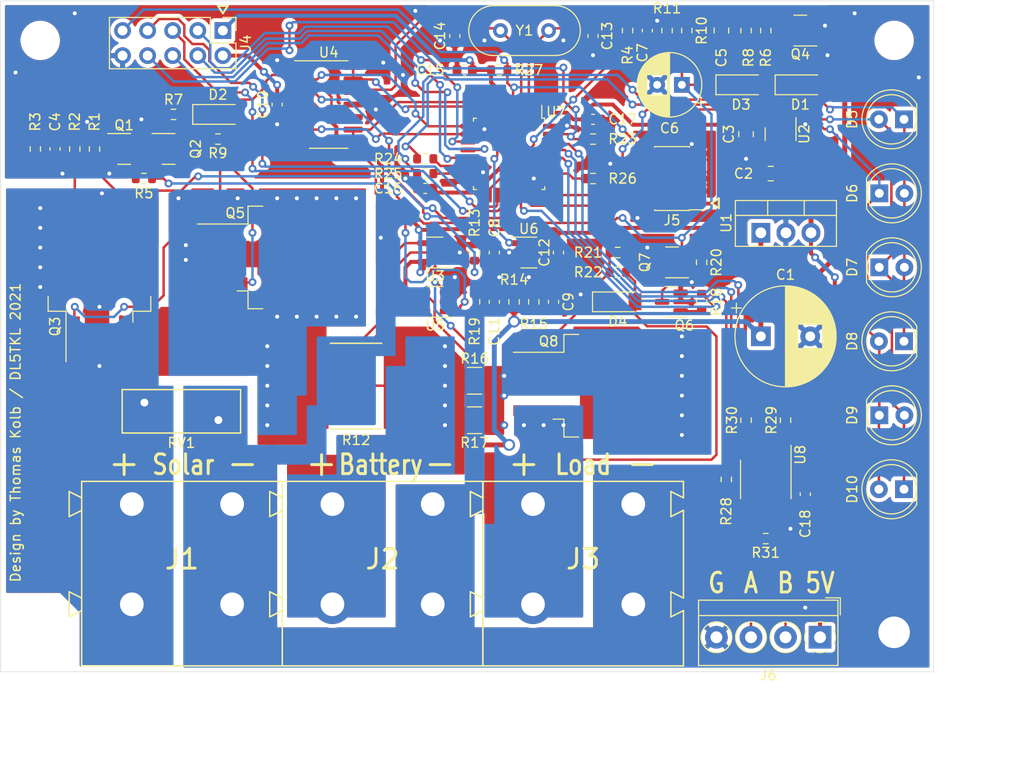
<source format=kicad_pcb>
(kicad_pcb (version 20171130) (host pcbnew 5.1.9-5.1.9)

  (general
    (thickness 1.6)
    (drawings 29)
    (tracks 847)
    (zones 0)
    (modules 87)
    (nets 60)
  )

  (page A4)
  (layers
    (0 F.Cu signal)
    (31 B.Cu signal)
    (32 B.Adhes user)
    (33 F.Adhes user)
    (34 B.Paste user)
    (35 F.Paste user)
    (36 B.SilkS user)
    (37 F.SilkS user)
    (38 B.Mask user)
    (39 F.Mask user)
    (40 Dwgs.User user)
    (41 Cmts.User user)
    (42 Eco1.User user)
    (43 Eco2.User user)
    (44 Edge.Cuts user)
    (45 Margin user)
    (46 B.CrtYd user)
    (47 F.CrtYd user)
    (48 B.Fab user hide)
    (49 F.Fab user hide)
  )

  (setup
    (last_trace_width 0.25)
    (user_trace_width 0.25)
    (user_trace_width 0.5)
    (trace_clearance 0.2)
    (zone_clearance 0.4)
    (zone_45_only no)
    (trace_min 0.2)
    (via_size 0.8)
    (via_drill 0.4)
    (via_min_size 0.4)
    (via_min_drill 0.3)
    (user_via 1.2 0.8)
    (uvia_size 0.3)
    (uvia_drill 0.1)
    (uvias_allowed no)
    (uvia_min_size 0.2)
    (uvia_min_drill 0.1)
    (edge_width 0.05)
    (segment_width 0.2)
    (pcb_text_width 0.3)
    (pcb_text_size 1.5 1.5)
    (mod_edge_width 0.12)
    (mod_text_size 1 1)
    (mod_text_width 0.15)
    (pad_size 1.8 1.8)
    (pad_drill 0.8)
    (pad_to_mask_clearance 0)
    (aux_axis_origin 0 0)
    (visible_elements FFFFFF7F)
    (pcbplotparams
      (layerselection 0x010fc_ffffffff)
      (usegerberextensions false)
      (usegerberattributes true)
      (usegerberadvancedattributes true)
      (creategerberjobfile true)
      (excludeedgelayer true)
      (linewidth 0.100000)
      (plotframeref false)
      (viasonmask false)
      (mode 1)
      (useauxorigin false)
      (hpglpennumber 1)
      (hpglpenspeed 20)
      (hpglpendiameter 15.000000)
      (psnegative false)
      (psa4output false)
      (plotreference true)
      (plotvalue true)
      (plotinvisibletext false)
      (padsonsilk false)
      (subtractmaskfromsilk false)
      (outputformat 1)
      (mirror false)
      (drillshape 1)
      (scaleselection 1)
      (outputdirectory ""))
  )

  (net 0 "")
  (net 1 GND)
  (net 2 Bat+)
  (net 3 +5V)
  (net 4 +3V3)
  (net 5 /Switching/Raw_U_Solar)
  (net 6 "Net-(C5-Pad2)")
  (net 7 "Net-(C5-Pad1)")
  (net 8 +VSW)
  (net 9 /Switching/Raw_U_SW)
  (net 10 "Net-(C8-Pad1)")
  (net 11 /Switching/Raw_U_Bat)
  (net 12 "Net-(C11-Pad1)")
  (net 13 "Net-(C13-Pad1)")
  (net 14 "Net-(C14-Pad1)")
  (net 15 "Net-(D2-Pad2)")
  (net 16 "Net-(D2-Pad1)")
  (net 17 Load+)
  (net 18 "Net-(D4-Pad1)")
  (net 19 "Net-(D5-Pad1)")
  (net 20 Solar+)
  (net 21 /Control/NRST)
  (net 22 /Control/BOOT0)
  (net 23 /Control/EXT_SCL_TX)
  (net 24 /Control/EXT_MISO)
  (net 25 /Control/EXT_SDA_RX)
  (net 26 /Control/EXT_MOSI)
  (net 27 /Control/EXT_SCK)
  (net 28 /Control/SWDCLK)
  (net 29 /Control/SWDIO)
  (net 30 "Net-(J6-Pad3)")
  (net 31 "Net-(J6-Pad2)")
  (net 32 "Net-(Q1-Pad3)")
  (net 33 "Net-(Q1-Pad1)")
  (net 34 "Net-(Q2-Pad3)")
  (net 35 "Net-(Q4-Pad3)")
  (net 36 "Net-(Q4-Pad1)")
  (net 37 "Net-(Q5-Pad2)")
  (net 38 "Net-(Q6-Pad3)")
  (net 39 "Net-(Q6-Pad1)")
  (net 40 "Net-(Q7-Pad3)")
  (net 41 "Net-(Q8-Pad2)")
  (net 42 Solar_Sw)
  (net 43 ChargePump)
  (net 44 Load_Sw)
  (net 45 /Control/LED_MUX_A)
  (net 46 /Control/LED_MUX_B)
  (net 47 /Control/LED_MUX_C)
  (net 48 /Control/RS485_DE)
  (net 49 /Control/RS485_RX)
  (net 50 "Net-(R29-Pad1)")
  (net 51 /Control/RS485_TX)
  (net 52 "Net-(R30-Pad1)")
  (net 53 Meas_U_SW)
  (net 54 Meas_U_Solar)
  (net 55 Meas_I_Load)
  (net 56 Meas_I_Solar)
  (net 57 Meas_U_Bat)
  (net 58 "Net-(D10-Pad1)")
  (net 59 "Net-(D10-Pad2)")

  (net_class Default "This is the default net class."
    (clearance 0.2)
    (trace_width 0.25)
    (via_dia 0.8)
    (via_drill 0.4)
    (uvia_dia 0.3)
    (uvia_drill 0.1)
    (add_net +VSW)
    (add_net /Control/BOOT0)
    (add_net /Control/EXT_MISO)
    (add_net /Control/EXT_MOSI)
    (add_net /Control/EXT_SCK)
    (add_net /Control/EXT_SCL_TX)
    (add_net /Control/EXT_SDA_RX)
    (add_net /Control/LED_MUX_A)
    (add_net /Control/LED_MUX_B)
    (add_net /Control/LED_MUX_C)
    (add_net /Control/NRST)
    (add_net /Control/RS485_DE)
    (add_net /Control/RS485_RX)
    (add_net /Control/RS485_TX)
    (add_net /Control/SWDCLK)
    (add_net /Control/SWDIO)
    (add_net /Switching/Raw_U_Bat)
    (add_net /Switching/Raw_U_SW)
    (add_net /Switching/Raw_U_Solar)
    (add_net ChargePump)
    (add_net GND)
    (add_net Load_Sw)
    (add_net Meas_I_Load)
    (add_net Meas_I_Solar)
    (add_net Meas_U_Bat)
    (add_net Meas_U_SW)
    (add_net Meas_U_Solar)
    (add_net "Net-(C11-Pad1)")
    (add_net "Net-(C13-Pad1)")
    (add_net "Net-(C14-Pad1)")
    (add_net "Net-(C5-Pad1)")
    (add_net "Net-(C5-Pad2)")
    (add_net "Net-(C8-Pad1)")
    (add_net "Net-(D10-Pad1)")
    (add_net "Net-(D10-Pad2)")
    (add_net "Net-(D2-Pad1)")
    (add_net "Net-(D2-Pad2)")
    (add_net "Net-(D4-Pad1)")
    (add_net "Net-(D5-Pad1)")
    (add_net "Net-(J6-Pad2)")
    (add_net "Net-(J6-Pad3)")
    (add_net "Net-(Q1-Pad1)")
    (add_net "Net-(Q1-Pad3)")
    (add_net "Net-(Q2-Pad3)")
    (add_net "Net-(Q4-Pad1)")
    (add_net "Net-(Q4-Pad3)")
    (add_net "Net-(Q5-Pad2)")
    (add_net "Net-(Q6-Pad1)")
    (add_net "Net-(Q6-Pad3)")
    (add_net "Net-(Q7-Pad3)")
    (add_net "Net-(Q8-Pad2)")
    (add_net "Net-(R29-Pad1)")
    (add_net "Net-(R30-Pad1)")
    (add_net Solar_Sw)
  )

  (net_class HighPower ""
    (clearance 0.3)
    (trace_width 20)
    (via_dia 2)
    (via_drill 1.2)
    (uvia_dia 0.3)
    (uvia_drill 0.1)
    (add_net Bat+)
    (add_net Load+)
    (add_net Solar+)
  )

  (net_class Power ""
    (clearance 0.3)
    (trace_width 0.4)
    (via_dia 0.8)
    (via_drill 0.4)
    (uvia_dia 0.3)
    (uvia_drill 0.1)
    (add_net +3V3)
    (add_net +5V)
  )

  (module LED_THT:LED_D5.0mm (layer F.Cu) (tedit 5995936A) (tstamp 6089D97E)
    (at 114.5 124.5 180)
    (descr "LED, diameter 5.0mm, 2 pins, http://cdn-reichelt.de/documents/datenblatt/A500/LL-504BC2E-009.pdf")
    (tags "LED diameter 5.0mm 2 pins")
    (path /607F325D/608A2881)
    (fp_text reference D10 (at 5.25 0 90) (layer F.SilkS)
      (effects (font (size 1 1) (thickness 0.15)))
    )
    (fp_text value DISCHARGE_PULSE (at 1.27 3.96) (layer F.Fab)
      (effects (font (size 1 1) (thickness 0.15)))
    )
    (fp_circle (center 1.27 0) (end 3.77 0) (layer F.Fab) (width 0.1))
    (fp_circle (center 1.27 0) (end 3.77 0) (layer F.SilkS) (width 0.12))
    (fp_line (start -1.23 -1.469694) (end -1.23 1.469694) (layer F.Fab) (width 0.1))
    (fp_line (start -1.29 -1.545) (end -1.29 1.545) (layer F.SilkS) (width 0.12))
    (fp_line (start -1.95 -3.25) (end -1.95 3.25) (layer F.CrtYd) (width 0.05))
    (fp_line (start -1.95 3.25) (end 4.5 3.25) (layer F.CrtYd) (width 0.05))
    (fp_line (start 4.5 3.25) (end 4.5 -3.25) (layer F.CrtYd) (width 0.05))
    (fp_line (start 4.5 -3.25) (end -1.95 -3.25) (layer F.CrtYd) (width 0.05))
    (fp_text user %R (at 1.25 0) (layer F.Fab)
      (effects (font (size 0.8 0.8) (thickness 0.2)))
    )
    (fp_arc (start 1.27 0) (end -1.29 1.54483) (angle -148.9) (layer F.SilkS) (width 0.12))
    (fp_arc (start 1.27 0) (end -1.29 -1.54483) (angle 148.9) (layer F.SilkS) (width 0.12))
    (fp_arc (start 1.27 0) (end -1.23 -1.469694) (angle 299.1) (layer F.Fab) (width 0.1))
    (pad 2 thru_hole circle (at 2.54 0 180) (size 1.8 1.8) (drill 0.9) (layers *.Cu *.Mask)
      (net 59 "Net-(D10-Pad2)"))
    (pad 1 thru_hole rect (at 0 0 180) (size 1.8 1.8) (drill 0.9) (layers *.Cu *.Mask)
      (net 58 "Net-(D10-Pad1)"))
    (model ${KICAD6_3DMODEL_DIR}/LED_THT.3dshapes/LED_D5.0mm.wrl
      (at (xyz 0 0 0))
      (scale (xyz 1 1 1))
      (rotate (xyz 0 0 0))
    )
  )

  (module MountingHole:MountingHole_3.2mm_M3_Pad (layer F.Cu) (tedit 608B1DD8) (tstamp 6088A39D)
    (at 113.5 139)
    (descr "Mounting Hole 3.2mm, M3")
    (tags "mounting hole 3.2mm m3")
    (path /608E6AA2)
    (attr virtual)
    (fp_text reference H4 (at 0 -4.2) (layer F.SilkS) hide
      (effects (font (size 1 1) (thickness 0.15)))
    )
    (fp_text value MountingHole_Pad (at 0 4.2) (layer F.Fab)
      (effects (font (size 1 1) (thickness 0.15)))
    )
    (fp_circle (center 0 0) (end 3.45 0) (layer F.CrtYd) (width 0.05))
    (fp_circle (center 0 0) (end 3.2 0) (layer Cmts.User) (width 0.15))
    (fp_text user %R (at 0.3 0) (layer F.Fab)
      (effects (font (size 1 1) (thickness 0.15)))
    )
    (pad 1 thru_hole circle (at 0 0) (size 6.4 6.4) (drill 3.2) (layers *.Cu *.Mask)
      (net 1 GND) (zone_connect 2))
  )

  (module MountingHole:MountingHole_3.2mm_M3 (layer F.Cu) (tedit 56D1B4CB) (tstamp 6088BB0C)
    (at 113.5 79)
    (descr "Mounting Hole 3.2mm, no annular, M3")
    (tags "mounting hole 3.2mm no annular m3")
    (path /608E7C54)
    (attr virtual)
    (fp_text reference H3 (at 0 -4.2) (layer F.SilkS) hide
      (effects (font (size 1 1) (thickness 0.15)))
    )
    (fp_text value MountingHole_M3 (at 0 4.2) (layer F.Fab)
      (effects (font (size 1 1) (thickness 0.15)))
    )
    (fp_circle (center 0 0) (end 3.45 0) (layer F.CrtYd) (width 0.05))
    (fp_circle (center 0 0) (end 3.2 0) (layer Cmts.User) (width 0.15))
    (fp_text user %R (at 0.3 0) (layer F.Fab)
      (effects (font (size 1 1) (thickness 0.15)))
    )
    (pad 1 np_thru_hole circle (at 0 0) (size 3.2 3.2) (drill 3.2) (layers *.Cu *.Mask))
  )

  (module MountingHole:MountingHole_3.2mm_M3 (layer F.Cu) (tedit 56D1B4CB) (tstamp 6088A38D)
    (at 27 139)
    (descr "Mounting Hole 3.2mm, no annular, M3")
    (tags "mounting hole 3.2mm no annular m3")
    (path /608E7A5C)
    (attr virtual)
    (fp_text reference H2 (at 0 -4.2) (layer F.SilkS) hide
      (effects (font (size 1 1) (thickness 0.15)))
    )
    (fp_text value MountingHole_M3 (at 0 4.2) (layer F.Fab)
      (effects (font (size 1 1) (thickness 0.15)))
    )
    (fp_circle (center 0 0) (end 3.45 0) (layer F.CrtYd) (width 0.05))
    (fp_circle (center 0 0) (end 3.2 0) (layer Cmts.User) (width 0.15))
    (fp_text user %R (at 0.3 0) (layer F.Fab)
      (effects (font (size 1 1) (thickness 0.15)))
    )
    (pad 1 np_thru_hole circle (at 0 0) (size 3.2 3.2) (drill 3.2) (layers *.Cu *.Mask))
  )

  (module MountingHole:MountingHole_3.2mm_M3 (layer F.Cu) (tedit 56D1B4CB) (tstamp 6088A385)
    (at 27 79)
    (descr "Mounting Hole 3.2mm, no annular, M3")
    (tags "mounting hole 3.2mm no annular m3")
    (path /608E5819)
    (attr virtual)
    (fp_text reference H1 (at 0 -4.2) (layer F.SilkS) hide
      (effects (font (size 1 1) (thickness 0.15)))
    )
    (fp_text value MountingHole_M3 (at 0 4.2) (layer F.Fab)
      (effects (font (size 1 1) (thickness 0.15)))
    )
    (fp_circle (center 0 0) (end 3.45 0) (layer F.CrtYd) (width 0.05))
    (fp_circle (center 0 0) (end 3.2 0) (layer Cmts.User) (width 0.15))
    (fp_text user %R (at 0.3 0) (layer F.Fab)
      (effects (font (size 1 1) (thickness 0.15)))
    )
    (pad 1 np_thru_hole circle (at 0 0) (size 3.2 3.2) (drill 3.2) (layers *.Cu *.Mask))
  )

  (module Package_TO_SOT_THT:TO-220-3_Vertical (layer F.Cu) (tedit 5AC8BA0D) (tstamp 60860695)
    (at 100 98.5)
    (descr "TO-220-3, Vertical, RM 2.54mm, see https://www.vishay.com/docs/66542/to-220-1.pdf")
    (tags "TO-220-3 Vertical RM 2.54mm")
    (path /609371DE)
    (fp_text reference U1 (at -3.5 -1 90) (layer F.SilkS)
      (effects (font (size 1 1) (thickness 0.15)))
    )
    (fp_text value OKI-78SR-5_1.5-W36-C (at 2.54 2.5) (layer F.Fab)
      (effects (font (size 1 1) (thickness 0.15)))
    )
    (fp_line (start 7.79 -3.4) (end -2.71 -3.4) (layer F.CrtYd) (width 0.05))
    (fp_line (start 7.79 1.51) (end 7.79 -3.4) (layer F.CrtYd) (width 0.05))
    (fp_line (start -2.71 1.51) (end 7.79 1.51) (layer F.CrtYd) (width 0.05))
    (fp_line (start -2.71 -3.4) (end -2.71 1.51) (layer F.CrtYd) (width 0.05))
    (fp_line (start 4.391 -3.27) (end 4.391 -1.76) (layer F.SilkS) (width 0.12))
    (fp_line (start 0.69 -3.27) (end 0.69 -1.76) (layer F.SilkS) (width 0.12))
    (fp_line (start -2.58 -1.76) (end 7.66 -1.76) (layer F.SilkS) (width 0.12))
    (fp_line (start 7.66 -3.27) (end 7.66 1.371) (layer F.SilkS) (width 0.12))
    (fp_line (start -2.58 -3.27) (end -2.58 1.371) (layer F.SilkS) (width 0.12))
    (fp_line (start -2.58 1.371) (end 7.66 1.371) (layer F.SilkS) (width 0.12))
    (fp_line (start -2.58 -3.27) (end 7.66 -3.27) (layer F.SilkS) (width 0.12))
    (fp_line (start 4.39 -3.15) (end 4.39 -1.88) (layer F.Fab) (width 0.1))
    (fp_line (start 0.69 -3.15) (end 0.69 -1.88) (layer F.Fab) (width 0.1))
    (fp_line (start -2.46 -1.88) (end 7.54 -1.88) (layer F.Fab) (width 0.1))
    (fp_line (start 7.54 -3.15) (end -2.46 -3.15) (layer F.Fab) (width 0.1))
    (fp_line (start 7.54 1.25) (end 7.54 -3.15) (layer F.Fab) (width 0.1))
    (fp_line (start -2.46 1.25) (end 7.54 1.25) (layer F.Fab) (width 0.1))
    (fp_line (start -2.46 -3.15) (end -2.46 1.25) (layer F.Fab) (width 0.1))
    (fp_text user %R (at 2.54 -4.27) (layer F.Fab)
      (effects (font (size 1 1) (thickness 0.15)))
    )
    (pad 3 thru_hole oval (at 5.08 0) (size 1.905 2) (drill 1.1) (layers *.Cu *.Mask)
      (net 3 +5V))
    (pad 2 thru_hole oval (at 2.54 0) (size 1.905 2) (drill 1.1) (layers *.Cu *.Mask)
      (net 1 GND))
    (pad 1 thru_hole rect (at 0 0) (size 1.905 2) (drill 1.1) (layers *.Cu *.Mask)
      (net 2 Bat+))
    (model ${KICAD6_3DMODEL_DIR}/Package_TO_SOT_THT.3dshapes/TO-220-3_Vertical.wrl
      (at (xyz 0 0 0))
      (scale (xyz 1 1 1))
      (rotate (xyz 0 0 0))
    )
  )

  (module Crystal:Crystal_HC49-U_Vertical (layer F.Cu) (tedit 5A1AD3B8) (tstamp 6085DC92)
    (at 78.5 78 180)
    (descr "Crystal THT HC-49/U http://5hertz.com/pdfs/04404_D.pdf")
    (tags "THT crystalHC-49/U")
    (path /607F325D/6083406C)
    (fp_text reference Y1 (at 2.44 0) (layer F.SilkS)
      (effects (font (size 1 1) (thickness 0.15)))
    )
    (fp_text value "8 MHz" (at 2.44 3.525) (layer F.Fab)
      (effects (font (size 1 1) (thickness 0.15)))
    )
    (fp_line (start -0.685 -2.325) (end 5.565 -2.325) (layer F.Fab) (width 0.1))
    (fp_line (start -0.685 2.325) (end 5.565 2.325) (layer F.Fab) (width 0.1))
    (fp_line (start -0.56 -2) (end 5.44 -2) (layer F.Fab) (width 0.1))
    (fp_line (start -0.56 2) (end 5.44 2) (layer F.Fab) (width 0.1))
    (fp_line (start -0.685 -2.525) (end 5.565 -2.525) (layer F.SilkS) (width 0.12))
    (fp_line (start -0.685 2.525) (end 5.565 2.525) (layer F.SilkS) (width 0.12))
    (fp_line (start -3.5 -2.8) (end -3.5 2.8) (layer F.CrtYd) (width 0.05))
    (fp_line (start -3.5 2.8) (end 8.4 2.8) (layer F.CrtYd) (width 0.05))
    (fp_line (start 8.4 2.8) (end 8.4 -2.8) (layer F.CrtYd) (width 0.05))
    (fp_line (start 8.4 -2.8) (end -3.5 -2.8) (layer F.CrtYd) (width 0.05))
    (fp_arc (start 5.565 0) (end 5.565 -2.525) (angle 180) (layer F.SilkS) (width 0.12))
    (fp_arc (start -0.685 0) (end -0.685 -2.525) (angle -180) (layer F.SilkS) (width 0.12))
    (fp_arc (start 5.44 0) (end 5.44 -2) (angle 180) (layer F.Fab) (width 0.1))
    (fp_arc (start -0.56 0) (end -0.56 -2) (angle -180) (layer F.Fab) (width 0.1))
    (fp_arc (start 5.565 0) (end 5.565 -2.325) (angle 180) (layer F.Fab) (width 0.1))
    (fp_arc (start -0.685 0) (end -0.685 -2.325) (angle -180) (layer F.Fab) (width 0.1))
    (fp_text user %R (at 2.44 0) (layer F.Fab)
      (effects (font (size 1 1) (thickness 0.15)))
    )
    (pad 2 thru_hole circle (at 4.88 0 180) (size 1.5 1.5) (drill 0.8) (layers *.Cu *.Mask)
      (net 14 "Net-(C14-Pad1)"))
    (pad 1 thru_hole circle (at 0 0 180) (size 1.5 1.5) (drill 0.8) (layers *.Cu *.Mask)
      (net 13 "Net-(C13-Pad1)"))
    (model ${KICAD6_3DMODEL_DIR}/Crystal.3dshapes/Crystal_HC49-U_Vertical.wrl
      (at (xyz 0 0 0))
      (scale (xyz 1 1 1))
      (rotate (xyz 0 0 0))
    )
  )

  (module Package_SO:SOIC-8_3.9x4.9mm_P1.27mm (layer F.Cu) (tedit 5D9F72B1) (tstamp 6085DC7B)
    (at 100.5 123.5 270)
    (descr "SOIC, 8 Pin (JEDEC MS-012AA, https://www.analog.com/media/en/package-pcb-resources/package/pkg_pdf/soic_narrow-r/r_8.pdf), generated with kicad-footprint-generator ipc_gullwing_generator.py")
    (tags "SOIC SO")
    (path /607F325D/6088823A)
    (attr smd)
    (fp_text reference U8 (at -2.5 -3.5 90) (layer F.SilkS)
      (effects (font (size 1 1) (thickness 0.15)))
    )
    (fp_text value MAX485E (at 0 3.4 90) (layer F.Fab)
      (effects (font (size 1 1) (thickness 0.15)))
    )
    (fp_line (start 0 2.56) (end 1.95 2.56) (layer F.SilkS) (width 0.12))
    (fp_line (start 0 2.56) (end -1.95 2.56) (layer F.SilkS) (width 0.12))
    (fp_line (start 0 -2.56) (end 1.95 -2.56) (layer F.SilkS) (width 0.12))
    (fp_line (start 0 -2.56) (end -3.45 -2.56) (layer F.SilkS) (width 0.12))
    (fp_line (start -0.975 -2.45) (end 1.95 -2.45) (layer F.Fab) (width 0.1))
    (fp_line (start 1.95 -2.45) (end 1.95 2.45) (layer F.Fab) (width 0.1))
    (fp_line (start 1.95 2.45) (end -1.95 2.45) (layer F.Fab) (width 0.1))
    (fp_line (start -1.95 2.45) (end -1.95 -1.475) (layer F.Fab) (width 0.1))
    (fp_line (start -1.95 -1.475) (end -0.975 -2.45) (layer F.Fab) (width 0.1))
    (fp_line (start -3.7 -2.7) (end -3.7 2.7) (layer F.CrtYd) (width 0.05))
    (fp_line (start -3.7 2.7) (end 3.7 2.7) (layer F.CrtYd) (width 0.05))
    (fp_line (start 3.7 2.7) (end 3.7 -2.7) (layer F.CrtYd) (width 0.05))
    (fp_line (start 3.7 -2.7) (end -3.7 -2.7) (layer F.CrtYd) (width 0.05))
    (fp_text user %R (at 0 0 90) (layer F.Fab)
      (effects (font (size 0.98 0.98) (thickness 0.15)))
    )
    (pad 8 smd roundrect (at 2.475 -1.905 270) (size 1.95 0.6) (layers F.Cu F.Paste F.Mask) (roundrect_rratio 0.25)
      (net 3 +5V))
    (pad 7 smd roundrect (at 2.475 -0.635 270) (size 1.95 0.6) (layers F.Cu F.Paste F.Mask) (roundrect_rratio 0.25)
      (net 31 "Net-(J6-Pad2)"))
    (pad 6 smd roundrect (at 2.475 0.635 270) (size 1.95 0.6) (layers F.Cu F.Paste F.Mask) (roundrect_rratio 0.25)
      (net 30 "Net-(J6-Pad3)"))
    (pad 5 smd roundrect (at 2.475 1.905 270) (size 1.95 0.6) (layers F.Cu F.Paste F.Mask) (roundrect_rratio 0.25)
      (net 1 GND))
    (pad 4 smd roundrect (at -2.475 1.905 270) (size 1.95 0.6) (layers F.Cu F.Paste F.Mask) (roundrect_rratio 0.25)
      (net 52 "Net-(R30-Pad1)"))
    (pad 3 smd roundrect (at -2.475 0.635 270) (size 1.95 0.6) (layers F.Cu F.Paste F.Mask) (roundrect_rratio 0.25)
      (net 48 /Control/RS485_DE))
    (pad 2 smd roundrect (at -2.475 -0.635 270) (size 1.95 0.6) (layers F.Cu F.Paste F.Mask) (roundrect_rratio 0.25)
      (net 48 /Control/RS485_DE))
    (pad 1 smd roundrect (at -2.475 -1.905 270) (size 1.95 0.6) (layers F.Cu F.Paste F.Mask) (roundrect_rratio 0.25)
      (net 50 "Net-(R29-Pad1)"))
    (model ${KICAD6_3DMODEL_DIR}/Package_SO.3dshapes/SOIC-8_3.9x4.9mm_P1.27mm.wrl
      (at (xyz 0 0 0))
      (scale (xyz 1 1 1))
      (rotate (xyz 0 0 0))
    )
  )

  (module Package_QFP:LQFP-32_7x7mm_P0.8mm (layer F.Cu) (tedit 5D9F72AF) (tstamp 6085DC61)
    (at 74.5 90.5 270)
    (descr "LQFP, 32 Pin (https://www.nxp.com/docs/en/package-information/SOT358-1.pdf), generated with kicad-footprint-generator ipc_gullwing_generator.py")
    (tags "LQFP QFP")
    (path /607F325D/60827C3B)
    (attr smd)
    (fp_text reference U7 (at -4.25 -4.75 180) (layer F.SilkS)
      (effects (font (size 1 1) (thickness 0.15)))
    )
    (fp_text value STM32F030K6Tx (at 0 5.88 90) (layer F.Fab)
      (effects (font (size 1 1) (thickness 0.15)))
    )
    (fp_line (start 3.31 3.61) (end 3.61 3.61) (layer F.SilkS) (width 0.12))
    (fp_line (start 3.61 3.61) (end 3.61 3.31) (layer F.SilkS) (width 0.12))
    (fp_line (start -3.31 3.61) (end -3.61 3.61) (layer F.SilkS) (width 0.12))
    (fp_line (start -3.61 3.61) (end -3.61 3.31) (layer F.SilkS) (width 0.12))
    (fp_line (start 3.31 -3.61) (end 3.61 -3.61) (layer F.SilkS) (width 0.12))
    (fp_line (start 3.61 -3.61) (end 3.61 -3.31) (layer F.SilkS) (width 0.12))
    (fp_line (start -3.31 -3.61) (end -3.61 -3.61) (layer F.SilkS) (width 0.12))
    (fp_line (start -3.61 -3.61) (end -3.61 -3.31) (layer F.SilkS) (width 0.12))
    (fp_line (start -3.61 -3.31) (end -4.925 -3.31) (layer F.SilkS) (width 0.12))
    (fp_line (start -2.5 -3.5) (end 3.5 -3.5) (layer F.Fab) (width 0.1))
    (fp_line (start 3.5 -3.5) (end 3.5 3.5) (layer F.Fab) (width 0.1))
    (fp_line (start 3.5 3.5) (end -3.5 3.5) (layer F.Fab) (width 0.1))
    (fp_line (start -3.5 3.5) (end -3.5 -2.5) (layer F.Fab) (width 0.1))
    (fp_line (start -3.5 -2.5) (end -2.5 -3.5) (layer F.Fab) (width 0.1))
    (fp_line (start 0 -5.18) (end -3.3 -5.18) (layer F.CrtYd) (width 0.05))
    (fp_line (start -3.3 -5.18) (end -3.3 -3.75) (layer F.CrtYd) (width 0.05))
    (fp_line (start -3.3 -3.75) (end -3.75 -3.75) (layer F.CrtYd) (width 0.05))
    (fp_line (start -3.75 -3.75) (end -3.75 -3.3) (layer F.CrtYd) (width 0.05))
    (fp_line (start -3.75 -3.3) (end -5.18 -3.3) (layer F.CrtYd) (width 0.05))
    (fp_line (start -5.18 -3.3) (end -5.18 0) (layer F.CrtYd) (width 0.05))
    (fp_line (start 0 -5.18) (end 3.3 -5.18) (layer F.CrtYd) (width 0.05))
    (fp_line (start 3.3 -5.18) (end 3.3 -3.75) (layer F.CrtYd) (width 0.05))
    (fp_line (start 3.3 -3.75) (end 3.75 -3.75) (layer F.CrtYd) (width 0.05))
    (fp_line (start 3.75 -3.75) (end 3.75 -3.3) (layer F.CrtYd) (width 0.05))
    (fp_line (start 3.75 -3.3) (end 5.18 -3.3) (layer F.CrtYd) (width 0.05))
    (fp_line (start 5.18 -3.3) (end 5.18 0) (layer F.CrtYd) (width 0.05))
    (fp_line (start 0 5.18) (end -3.3 5.18) (layer F.CrtYd) (width 0.05))
    (fp_line (start -3.3 5.18) (end -3.3 3.75) (layer F.CrtYd) (width 0.05))
    (fp_line (start -3.3 3.75) (end -3.75 3.75) (layer F.CrtYd) (width 0.05))
    (fp_line (start -3.75 3.75) (end -3.75 3.3) (layer F.CrtYd) (width 0.05))
    (fp_line (start -3.75 3.3) (end -5.18 3.3) (layer F.CrtYd) (width 0.05))
    (fp_line (start -5.18 3.3) (end -5.18 0) (layer F.CrtYd) (width 0.05))
    (fp_line (start 0 5.18) (end 3.3 5.18) (layer F.CrtYd) (width 0.05))
    (fp_line (start 3.3 5.18) (end 3.3 3.75) (layer F.CrtYd) (width 0.05))
    (fp_line (start 3.3 3.75) (end 3.75 3.75) (layer F.CrtYd) (width 0.05))
    (fp_line (start 3.75 3.75) (end 3.75 3.3) (layer F.CrtYd) (width 0.05))
    (fp_line (start 3.75 3.3) (end 5.18 3.3) (layer F.CrtYd) (width 0.05))
    (fp_line (start 5.18 3.3) (end 5.18 0) (layer F.CrtYd) (width 0.05))
    (fp_text user %R (at 0 0 90) (layer F.Fab)
      (effects (font (size 1 1) (thickness 0.15)))
    )
    (pad 32 smd roundrect (at -2.8 -4.175 270) (size 0.5 1.5) (layers F.Cu F.Paste F.Mask) (roundrect_rratio 0.25)
      (net 1 GND))
    (pad 31 smd roundrect (at -2 -4.175 270) (size 0.5 1.5) (layers F.Cu F.Paste F.Mask) (roundrect_rratio 0.25)
      (net 22 /Control/BOOT0))
    (pad 30 smd roundrect (at -1.2 -4.175 270) (size 0.5 1.5) (layers F.Cu F.Paste F.Mask) (roundrect_rratio 0.25)
      (net 49 /Control/RS485_RX))
    (pad 29 smd roundrect (at -0.4 -4.175 270) (size 0.5 1.5) (layers F.Cu F.Paste F.Mask) (roundrect_rratio 0.25)
      (net 51 /Control/RS485_TX))
    (pad 28 smd roundrect (at 0.4 -4.175 270) (size 0.5 1.5) (layers F.Cu F.Paste F.Mask) (roundrect_rratio 0.25)
      (net 48 /Control/RS485_DE))
    (pad 27 smd roundrect (at 1.2 -4.175 270) (size 0.5 1.5) (layers F.Cu F.Paste F.Mask) (roundrect_rratio 0.25))
    (pad 26 smd roundrect (at 2 -4.175 270) (size 0.5 1.5) (layers F.Cu F.Paste F.Mask) (roundrect_rratio 0.25)
      (net 47 /Control/LED_MUX_C))
    (pad 25 smd roundrect (at 2.8 -4.175 270) (size 0.5 1.5) (layers F.Cu F.Paste F.Mask) (roundrect_rratio 0.25))
    (pad 24 smd roundrect (at 4.175 -2.8 270) (size 1.5 0.5) (layers F.Cu F.Paste F.Mask) (roundrect_rratio 0.25)
      (net 28 /Control/SWDCLK))
    (pad 23 smd roundrect (at 4.175 -2 270) (size 1.5 0.5) (layers F.Cu F.Paste F.Mask) (roundrect_rratio 0.25)
      (net 29 /Control/SWDIO))
    (pad 22 smd roundrect (at 4.175 -1.2 270) (size 1.5 0.5) (layers F.Cu F.Paste F.Mask) (roundrect_rratio 0.25)
      (net 44 Load_Sw))
    (pad 21 smd roundrect (at 4.175 -0.4 270) (size 1.5 0.5) (layers F.Cu F.Paste F.Mask) (roundrect_rratio 0.25)
      (net 42 Solar_Sw))
    (pad 20 smd roundrect (at 4.175 0.4 270) (size 1.5 0.5) (layers F.Cu F.Paste F.Mask) (roundrect_rratio 0.25)
      (net 25 /Control/EXT_SDA_RX))
    (pad 19 smd roundrect (at 4.175 1.2 270) (size 1.5 0.5) (layers F.Cu F.Paste F.Mask) (roundrect_rratio 0.25)
      (net 23 /Control/EXT_SCL_TX))
    (pad 18 smd roundrect (at 4.175 2 270) (size 1.5 0.5) (layers F.Cu F.Paste F.Mask) (roundrect_rratio 0.25)
      (net 43 ChargePump))
    (pad 17 smd roundrect (at 4.175 2.8 270) (size 1.5 0.5) (layers F.Cu F.Paste F.Mask) (roundrect_rratio 0.25)
      (net 4 +3V3))
    (pad 16 smd roundrect (at 2.8 4.175 270) (size 0.5 1.5) (layers F.Cu F.Paste F.Mask) (roundrect_rratio 0.25)
      (net 1 GND))
    (pad 15 smd roundrect (at 2 4.175 270) (size 0.5 1.5) (layers F.Cu F.Paste F.Mask) (roundrect_rratio 0.25)
      (net 46 /Control/LED_MUX_B))
    (pad 14 smd roundrect (at 1.2 4.175 270) (size 0.5 1.5) (layers F.Cu F.Paste F.Mask) (roundrect_rratio 0.25)
      (net 45 /Control/LED_MUX_A))
    (pad 13 smd roundrect (at 0.4 4.175 270) (size 0.5 1.5) (layers F.Cu F.Paste F.Mask) (roundrect_rratio 0.25)
      (net 26 /Control/EXT_MOSI))
    (pad 12 smd roundrect (at -0.4 4.175 270) (size 0.5 1.5) (layers F.Cu F.Paste F.Mask) (roundrect_rratio 0.25)
      (net 24 /Control/EXT_MISO))
    (pad 11 smd roundrect (at -1.2 4.175 270) (size 0.5 1.5) (layers F.Cu F.Paste F.Mask) (roundrect_rratio 0.25)
      (net 27 /Control/EXT_SCK))
    (pad 10 smd roundrect (at -2 4.175 270) (size 0.5 1.5) (layers F.Cu F.Paste F.Mask) (roundrect_rratio 0.25)
      (net 55 Meas_I_Load))
    (pad 9 smd roundrect (at -2.8 4.175 270) (size 0.5 1.5) (layers F.Cu F.Paste F.Mask) (roundrect_rratio 0.25)
      (net 56 Meas_I_Solar))
    (pad 8 smd roundrect (at -4.175 2.8 270) (size 1.5 0.5) (layers F.Cu F.Paste F.Mask) (roundrect_rratio 0.25)
      (net 53 Meas_U_SW))
    (pad 7 smd roundrect (at -4.175 2 270) (size 1.5 0.5) (layers F.Cu F.Paste F.Mask) (roundrect_rratio 0.25)
      (net 54 Meas_U_Solar))
    (pad 6 smd roundrect (at -4.175 1.2 270) (size 1.5 0.5) (layers F.Cu F.Paste F.Mask) (roundrect_rratio 0.25)
      (net 57 Meas_U_Bat))
    (pad 5 smd roundrect (at -4.175 0.4 270) (size 1.5 0.5) (layers F.Cu F.Paste F.Mask) (roundrect_rratio 0.25)
      (net 4 +3V3))
    (pad 4 smd roundrect (at -4.175 -0.4 270) (size 1.5 0.5) (layers F.Cu F.Paste F.Mask) (roundrect_rratio 0.25)
      (net 21 /Control/NRST))
    (pad 3 smd roundrect (at -4.175 -1.2 270) (size 1.5 0.5) (layers F.Cu F.Paste F.Mask) (roundrect_rratio 0.25)
      (net 14 "Net-(C14-Pad1)"))
    (pad 2 smd roundrect (at -4.175 -2 270) (size 1.5 0.5) (layers F.Cu F.Paste F.Mask) (roundrect_rratio 0.25)
      (net 13 "Net-(C13-Pad1)"))
    (pad 1 smd roundrect (at -4.175 -2.8 270) (size 1.5 0.5) (layers F.Cu F.Paste F.Mask) (roundrect_rratio 0.25)
      (net 4 +3V3))
    (model ${KICAD6_3DMODEL_DIR}/Package_QFP.3dshapes/LQFP-32_7x7mm_P0.8mm.wrl
      (at (xyz 0 0 0))
      (scale (xyz 1 1 1))
      (rotate (xyz 0 0 0))
    )
  )

  (module Package_TO_SOT_SMD:SOT-23-5 (layer F.Cu) (tedit 5F6F9B37) (tstamp 6085DC16)
    (at 76.5 100.5)
    (descr "SOT, 5 Pin (https://www.jedec.org/sites/default/files/docs/Mo-178c.PDF variant AA), generated with kicad-footprint-generator ipc_gullwing_generator.py")
    (tags "SOT TO_SOT_SMD")
    (path /607F322E/609CB9A0)
    (attr smd)
    (fp_text reference U6 (at 0 -2.4) (layer F.SilkS)
      (effects (font (size 1 1) (thickness 0.15)))
    )
    (fp_text value MCP6421T-EOT (at 0 2.4) (layer F.Fab)
      (effects (font (size 1 1) (thickness 0.15)))
    )
    (fp_line (start 0 1.56) (end 0.8 1.56) (layer F.SilkS) (width 0.12))
    (fp_line (start 0 1.56) (end -0.8 1.56) (layer F.SilkS) (width 0.12))
    (fp_line (start 0 -1.56) (end 0.8 -1.56) (layer F.SilkS) (width 0.12))
    (fp_line (start 0 -1.56) (end -1.8 -1.56) (layer F.SilkS) (width 0.12))
    (fp_line (start -0.4 -1.45) (end 0.8 -1.45) (layer F.Fab) (width 0.1))
    (fp_line (start 0.8 -1.45) (end 0.8 1.45) (layer F.Fab) (width 0.1))
    (fp_line (start 0.8 1.45) (end -0.8 1.45) (layer F.Fab) (width 0.1))
    (fp_line (start -0.8 1.45) (end -0.8 -1.05) (layer F.Fab) (width 0.1))
    (fp_line (start -0.8 -1.05) (end -0.4 -1.45) (layer F.Fab) (width 0.1))
    (fp_line (start -2.05 -1.7) (end -2.05 1.7) (layer F.CrtYd) (width 0.05))
    (fp_line (start -2.05 1.7) (end 2.05 1.7) (layer F.CrtYd) (width 0.05))
    (fp_line (start 2.05 1.7) (end 2.05 -1.7) (layer F.CrtYd) (width 0.05))
    (fp_line (start 2.05 -1.7) (end -2.05 -1.7) (layer F.CrtYd) (width 0.05))
    (fp_text user %R (at 0 0) (layer F.Fab)
      (effects (font (size 0.4 0.4) (thickness 0.06)))
    )
    (pad 5 smd roundrect (at 1.1375 -0.95) (size 1.325 0.6) (layers F.Cu F.Paste F.Mask) (roundrect_rratio 0.25)
      (net 3 +5V))
    (pad 4 smd roundrect (at 1.1375 0.95) (size 1.325 0.6) (layers F.Cu F.Paste F.Mask) (roundrect_rratio 0.25)
      (net 57 Meas_U_Bat))
    (pad 3 smd roundrect (at -1.1375 0.95) (size 1.325 0.6) (layers F.Cu F.Paste F.Mask) (roundrect_rratio 0.25)
      (net 11 /Switching/Raw_U_Bat))
    (pad 2 smd roundrect (at -1.1375 0) (size 1.325 0.6) (layers F.Cu F.Paste F.Mask) (roundrect_rratio 0.25)
      (net 1 GND))
    (pad 1 smd roundrect (at -1.1375 -0.95) (size 1.325 0.6) (layers F.Cu F.Paste F.Mask) (roundrect_rratio 0.25)
      (net 57 Meas_U_Bat))
    (model ${KICAD6_3DMODEL_DIR}/Package_TO_SOT_SMD.3dshapes/SOT-23-5.wrl
      (at (xyz 0 0 0))
      (scale (xyz 1 1 1))
      (rotate (xyz 0 0 0))
    )
  )

  (module Package_TO_SOT_SMD:SOT-23-5 (layer F.Cu) (tedit 5F6F9B37) (tstamp 6085DBFF)
    (at 67 105.5 180)
    (descr "SOT, 5 Pin (https://www.jedec.org/sites/default/files/docs/Mo-178c.PDF variant AA), generated with kicad-footprint-generator ipc_gullwing_generator.py")
    (tags "SOT TO_SOT_SMD")
    (path /607F322E/60808AAA)
    (attr smd)
    (fp_text reference U5 (at 0 -2.4) (layer F.SilkS)
      (effects (font (size 1 1) (thickness 0.15)))
    )
    (fp_text value INA139 (at 0 2.4) (layer F.Fab)
      (effects (font (size 1 1) (thickness 0.15)))
    )
    (fp_line (start 0 1.56) (end 0.8 1.56) (layer F.SilkS) (width 0.12))
    (fp_line (start 0 1.56) (end -0.8 1.56) (layer F.SilkS) (width 0.12))
    (fp_line (start 0 -1.56) (end 0.8 -1.56) (layer F.SilkS) (width 0.12))
    (fp_line (start 0 -1.56) (end -1.8 -1.56) (layer F.SilkS) (width 0.12))
    (fp_line (start -0.4 -1.45) (end 0.8 -1.45) (layer F.Fab) (width 0.1))
    (fp_line (start 0.8 -1.45) (end 0.8 1.45) (layer F.Fab) (width 0.1))
    (fp_line (start 0.8 1.45) (end -0.8 1.45) (layer F.Fab) (width 0.1))
    (fp_line (start -0.8 1.45) (end -0.8 -1.05) (layer F.Fab) (width 0.1))
    (fp_line (start -0.8 -1.05) (end -0.4 -1.45) (layer F.Fab) (width 0.1))
    (fp_line (start -2.05 -1.7) (end -2.05 1.7) (layer F.CrtYd) (width 0.05))
    (fp_line (start -2.05 1.7) (end 2.05 1.7) (layer F.CrtYd) (width 0.05))
    (fp_line (start 2.05 1.7) (end 2.05 -1.7) (layer F.CrtYd) (width 0.05))
    (fp_line (start 2.05 -1.7) (end -2.05 -1.7) (layer F.CrtYd) (width 0.05))
    (fp_text user %R (at 0 0) (layer F.Fab)
      (effects (font (size 0.4 0.4) (thickness 0.06)))
    )
    (pad 5 smd roundrect (at 1.1375 -0.95 180) (size 1.325 0.6) (layers F.Cu F.Paste F.Mask) (roundrect_rratio 0.25)
      (net 3 +5V))
    (pad 4 smd roundrect (at 1.1375 0.95 180) (size 1.325 0.6) (layers F.Cu F.Paste F.Mask) (roundrect_rratio 0.25)
      (net 2 Bat+))
    (pad 3 smd roundrect (at -1.1375 0.95 180) (size 1.325 0.6) (layers F.Cu F.Paste F.Mask) (roundrect_rratio 0.25)
      (net 41 "Net-(Q8-Pad2)"))
    (pad 2 smd roundrect (at -1.1375 0 180) (size 1.325 0.6) (layers F.Cu F.Paste F.Mask) (roundrect_rratio 0.25)
      (net 1 GND))
    (pad 1 smd roundrect (at -1.1375 -0.95 180) (size 1.325 0.6) (layers F.Cu F.Paste F.Mask) (roundrect_rratio 0.25)
      (net 12 "Net-(C11-Pad1)"))
    (model ${KICAD6_3DMODEL_DIR}/Package_TO_SOT_SMD.3dshapes/SOT-23-5.wrl
      (at (xyz 0 0 0))
      (scale (xyz 1 1 1))
      (rotate (xyz 0 0 0))
    )
  )

  (module Package_SO:SO-14_3.9x8.65mm_P1.27mm (layer F.Cu) (tedit 5F427CE7) (tstamp 6085DBE8)
    (at 56.225354 85.5)
    (descr "SO, 14 Pin (https://www.st.com/resource/en/datasheet/l6491.pdf), generated with kicad-footprint-generator ipc_gullwing_generator.py")
    (tags "SO SO")
    (path /607F322E/60867AE2)
    (attr smd)
    (fp_text reference U4 (at 0 -5.28) (layer F.SilkS)
      (effects (font (size 1 1) (thickness 0.15)))
    )
    (fp_text value MCP6424 (at 0 5.28) (layer F.Fab)
      (effects (font (size 1 1) (thickness 0.15)))
    )
    (fp_line (start 0 4.435) (end 1.95 4.435) (layer F.SilkS) (width 0.12))
    (fp_line (start 0 4.435) (end -1.95 4.435) (layer F.SilkS) (width 0.12))
    (fp_line (start 0 -4.435) (end 1.95 -4.435) (layer F.SilkS) (width 0.12))
    (fp_line (start 0 -4.435) (end -3.45 -4.435) (layer F.SilkS) (width 0.12))
    (fp_line (start -0.975 -4.325) (end 1.95 -4.325) (layer F.Fab) (width 0.1))
    (fp_line (start 1.95 -4.325) (end 1.95 4.325) (layer F.Fab) (width 0.1))
    (fp_line (start 1.95 4.325) (end -1.95 4.325) (layer F.Fab) (width 0.1))
    (fp_line (start -1.95 4.325) (end -1.95 -3.35) (layer F.Fab) (width 0.1))
    (fp_line (start -1.95 -3.35) (end -0.975 -4.325) (layer F.Fab) (width 0.1))
    (fp_line (start -3.7 -4.58) (end -3.7 4.58) (layer F.CrtYd) (width 0.05))
    (fp_line (start -3.7 4.58) (end 3.7 4.58) (layer F.CrtYd) (width 0.05))
    (fp_line (start 3.7 4.58) (end 3.7 -4.58) (layer F.CrtYd) (width 0.05))
    (fp_line (start 3.7 -4.58) (end -3.7 -4.58) (layer F.CrtYd) (width 0.05))
    (fp_text user %R (at 0 0) (layer F.Fab)
      (effects (font (size 0.98 0.98) (thickness 0.15)))
    )
    (pad 14 smd roundrect (at 2.475 -3.81) (size 1.95 0.6) (layers F.Cu F.Paste F.Mask) (roundrect_rratio 0.25)
      (net 53 Meas_U_SW))
    (pad 13 smd roundrect (at 2.475 -2.54) (size 1.95 0.6) (layers F.Cu F.Paste F.Mask) (roundrect_rratio 0.25)
      (net 53 Meas_U_SW))
    (pad 12 smd roundrect (at 2.475 -1.27) (size 1.95 0.6) (layers F.Cu F.Paste F.Mask) (roundrect_rratio 0.25)
      (net 9 /Switching/Raw_U_SW))
    (pad 11 smd roundrect (at 2.475 0) (size 1.95 0.6) (layers F.Cu F.Paste F.Mask) (roundrect_rratio 0.25)
      (net 1 GND))
    (pad 10 smd roundrect (at 2.475 1.27) (size 1.95 0.6) (layers F.Cu F.Paste F.Mask) (roundrect_rratio 0.25)
      (net 5 /Switching/Raw_U_Solar))
    (pad 9 smd roundrect (at 2.475 2.54) (size 1.95 0.6) (layers F.Cu F.Paste F.Mask) (roundrect_rratio 0.25)
      (net 54 Meas_U_Solar))
    (pad 8 smd roundrect (at 2.475 3.81) (size 1.95 0.6) (layers F.Cu F.Paste F.Mask) (roundrect_rratio 0.25)
      (net 54 Meas_U_Solar))
    (pad 7 smd roundrect (at -2.475 3.81) (size 1.95 0.6) (layers F.Cu F.Paste F.Mask) (roundrect_rratio 0.25)
      (net 55 Meas_I_Load))
    (pad 6 smd roundrect (at -2.475 2.54) (size 1.95 0.6) (layers F.Cu F.Paste F.Mask) (roundrect_rratio 0.25)
      (net 55 Meas_I_Load))
    (pad 5 smd roundrect (at -2.475 1.27) (size 1.95 0.6) (layers F.Cu F.Paste F.Mask) (roundrect_rratio 0.25)
      (net 12 "Net-(C11-Pad1)"))
    (pad 4 smd roundrect (at -2.475 0) (size 1.95 0.6) (layers F.Cu F.Paste F.Mask) (roundrect_rratio 0.25)
      (net 3 +5V))
    (pad 3 smd roundrect (at -2.475 -1.27) (size 1.95 0.6) (layers F.Cu F.Paste F.Mask) (roundrect_rratio 0.25)
      (net 10 "Net-(C8-Pad1)"))
    (pad 2 smd roundrect (at -2.475 -2.54) (size 1.95 0.6) (layers F.Cu F.Paste F.Mask) (roundrect_rratio 0.25)
      (net 56 Meas_I_Solar))
    (pad 1 smd roundrect (at -2.475 -3.81) (size 1.95 0.6) (layers F.Cu F.Paste F.Mask) (roundrect_rratio 0.25)
      (net 56 Meas_I_Solar))
    (model ${KICAD6_3DMODEL_DIR}/Package_SO.3dshapes/SO-14_3.9x8.65mm_P1.27mm.wrl
      (at (xyz 0 0 0))
      (scale (xyz 1 1 1))
      (rotate (xyz 0 0 0))
    )
  )

  (module Package_TO_SOT_SMD:SOT-23-5 (layer F.Cu) (tedit 5F6F9B37) (tstamp 6085DBC8)
    (at 67 100.5 180)
    (descr "SOT, 5 Pin (https://www.jedec.org/sites/default/files/docs/Mo-178c.PDF variant AA), generated with kicad-footprint-generator ipc_gullwing_generator.py")
    (tags "SOT TO_SOT_SMD")
    (path /607F322E/607F8185)
    (attr smd)
    (fp_text reference U3 (at 0 -2.4) (layer F.SilkS)
      (effects (font (size 1 1) (thickness 0.15)))
    )
    (fp_text value INA139 (at 0 2.4) (layer F.Fab)
      (effects (font (size 1 1) (thickness 0.15)))
    )
    (fp_line (start 0 1.56) (end 0.8 1.56) (layer F.SilkS) (width 0.12))
    (fp_line (start 0 1.56) (end -0.8 1.56) (layer F.SilkS) (width 0.12))
    (fp_line (start 0 -1.56) (end 0.8 -1.56) (layer F.SilkS) (width 0.12))
    (fp_line (start 0 -1.56) (end -1.8 -1.56) (layer F.SilkS) (width 0.12))
    (fp_line (start -0.4 -1.45) (end 0.8 -1.45) (layer F.Fab) (width 0.1))
    (fp_line (start 0.8 -1.45) (end 0.8 1.45) (layer F.Fab) (width 0.1))
    (fp_line (start 0.8 1.45) (end -0.8 1.45) (layer F.Fab) (width 0.1))
    (fp_line (start -0.8 1.45) (end -0.8 -1.05) (layer F.Fab) (width 0.1))
    (fp_line (start -0.8 -1.05) (end -0.4 -1.45) (layer F.Fab) (width 0.1))
    (fp_line (start -2.05 -1.7) (end -2.05 1.7) (layer F.CrtYd) (width 0.05))
    (fp_line (start -2.05 1.7) (end 2.05 1.7) (layer F.CrtYd) (width 0.05))
    (fp_line (start 2.05 1.7) (end 2.05 -1.7) (layer F.CrtYd) (width 0.05))
    (fp_line (start 2.05 -1.7) (end -2.05 -1.7) (layer F.CrtYd) (width 0.05))
    (fp_text user %R (at 0 0) (layer F.Fab)
      (effects (font (size 0.4 0.4) (thickness 0.06)))
    )
    (pad 5 smd roundrect (at 1.1375 -0.95 180) (size 1.325 0.6) (layers F.Cu F.Paste F.Mask) (roundrect_rratio 0.25)
      (net 3 +5V))
    (pad 4 smd roundrect (at 1.1375 0.95 180) (size 1.325 0.6) (layers F.Cu F.Paste F.Mask) (roundrect_rratio 0.25)
      (net 37 "Net-(Q5-Pad2)"))
    (pad 3 smd roundrect (at -1.1375 0.95 180) (size 1.325 0.6) (layers F.Cu F.Paste F.Mask) (roundrect_rratio 0.25)
      (net 2 Bat+))
    (pad 2 smd roundrect (at -1.1375 0 180) (size 1.325 0.6) (layers F.Cu F.Paste F.Mask) (roundrect_rratio 0.25)
      (net 1 GND))
    (pad 1 smd roundrect (at -1.1375 -0.95 180) (size 1.325 0.6) (layers F.Cu F.Paste F.Mask) (roundrect_rratio 0.25)
      (net 10 "Net-(C8-Pad1)"))
    (model ${KICAD6_3DMODEL_DIR}/Package_TO_SOT_SMD.3dshapes/SOT-23-5.wrl
      (at (xyz 0 0 0))
      (scale (xyz 1 1 1))
      (rotate (xyz 0 0 0))
    )
  )

  (module Package_TO_SOT_SMD:SOT-23 (layer F.Cu) (tedit 5FA16958) (tstamp 6085DBB1)
    (at 102 88.5 270)
    (descr "SOT, 3 Pin (https://www.jedec.org/system/files/docs/to-236h.pdf variant AB), generated with kicad-footprint-generator ipc_gullwing_generator.py")
    (tags "SOT TO_SOT_SMD")
    (path /6093C30D)
    (attr smd)
    (fp_text reference U2 (at 0 -2.4 90) (layer F.SilkS)
      (effects (font (size 1 1) (thickness 0.15)))
    )
    (fp_text value MCP1700-3302E_SOT23 (at 0 2.4 90) (layer F.Fab)
      (effects (font (size 1 1) (thickness 0.15)))
    )
    (fp_line (start 0 1.56) (end 0.65 1.56) (layer F.SilkS) (width 0.12))
    (fp_line (start 0 1.56) (end -0.65 1.56) (layer F.SilkS) (width 0.12))
    (fp_line (start 0 -1.56) (end 0.65 -1.56) (layer F.SilkS) (width 0.12))
    (fp_line (start 0 -1.56) (end -1.675 -1.56) (layer F.SilkS) (width 0.12))
    (fp_line (start -0.325 -1.45) (end 0.65 -1.45) (layer F.Fab) (width 0.1))
    (fp_line (start 0.65 -1.45) (end 0.65 1.45) (layer F.Fab) (width 0.1))
    (fp_line (start 0.65 1.45) (end -0.65 1.45) (layer F.Fab) (width 0.1))
    (fp_line (start -0.65 1.45) (end -0.65 -1.125) (layer F.Fab) (width 0.1))
    (fp_line (start -0.65 -1.125) (end -0.325 -1.45) (layer F.Fab) (width 0.1))
    (fp_line (start -1.92 -1.7) (end -1.92 1.7) (layer F.CrtYd) (width 0.05))
    (fp_line (start -1.92 1.7) (end 1.92 1.7) (layer F.CrtYd) (width 0.05))
    (fp_line (start 1.92 1.7) (end 1.92 -1.7) (layer F.CrtYd) (width 0.05))
    (fp_line (start 1.92 -1.7) (end -1.92 -1.7) (layer F.CrtYd) (width 0.05))
    (fp_text user %R (at 0 0 90) (layer F.Fab)
      (effects (font (size 0.32 0.32) (thickness 0.05)))
    )
    (pad 3 smd roundrect (at 0.9375 0 270) (size 1.475 0.6) (layers F.Cu F.Paste F.Mask) (roundrect_rratio 0.25)
      (net 3 +5V))
    (pad 2 smd roundrect (at -0.9375 0.95 270) (size 1.475 0.6) (layers F.Cu F.Paste F.Mask) (roundrect_rratio 0.25)
      (net 4 +3V3))
    (pad 1 smd roundrect (at -0.9375 -0.95 270) (size 1.475 0.6) (layers F.Cu F.Paste F.Mask) (roundrect_rratio 0.25)
      (net 1 GND))
    (model ${KICAD6_3DMODEL_DIR}/Package_TO_SOT_SMD.3dshapes/SOT-23.wrl
      (at (xyz 0 0 0))
      (scale (xyz 1 1 1))
      (rotate (xyz 0 0 0))
    )
  )

  (module Varistor:RV_Disc_D12mm_W4.4mm_P7.5mm (layer F.Cu) (tedit 608B1DEF) (tstamp 6085DB9C)
    (at 37.55 115.71)
    (descr "Varistor, diameter 12mm, width 4.4mm, pitch 7.5mm")
    (tags "varistor SIOV")
    (path /607F322E/609BAD13)
    (fp_text reference RV1 (at 3.75 4.0875) (layer F.SilkS)
      (effects (font (size 1 1) (thickness 0.15)))
    )
    (fp_text value 56V (at 3.75 -2.3125) (layer F.Fab)
      (effects (font (size 1 1) (thickness 0.15)))
    )
    (fp_line (start -2.5 3.34) (end 10 3.34) (layer F.CrtYd) (width 0.05))
    (fp_line (start -2.5 -1.56) (end 10 -1.56) (layer F.CrtYd) (width 0.05))
    (fp_line (start 10 -1.56) (end 10 3.34) (layer F.CrtYd) (width 0.05))
    (fp_line (start -2.5 -1.56) (end -2.5 3.34) (layer F.CrtYd) (width 0.05))
    (fp_line (start -2.25 3.0875) (end 9.75 3.0875) (layer F.SilkS) (width 0.15))
    (fp_line (start -2.25 -1.3125) (end 9.75 -1.3125) (layer F.SilkS) (width 0.15))
    (fp_line (start 9.75 -1.3125) (end 9.75 3.0875) (layer F.SilkS) (width 0.15))
    (fp_line (start -2.25 -1.3125) (end -2.25 3.0875) (layer F.SilkS) (width 0.15))
    (fp_line (start -2.25 3.0875) (end 9.75 3.0875) (layer F.Fab) (width 0.1))
    (fp_line (start -2.25 -1.3125) (end 9.75 -1.3125) (layer F.Fab) (width 0.1))
    (fp_line (start 9.75 -1.3125) (end 9.75 3.0875) (layer F.Fab) (width 0.1))
    (fp_line (start -2.25 -1.3125) (end -2.25 3.0875) (layer F.Fab) (width 0.1))
    (fp_text user %R (at 3.75 0.887) (layer F.Fab)
      (effects (font (size 1 1) (thickness 0.15)))
    )
    (pad 2 thru_hole circle (at 7.5 1.775) (size 1.8 1.8) (drill 0.8) (layers *.Cu *.Mask)
      (net 1 GND) (zone_connect 2))
    (pad 1 thru_hole circle (at 0 0) (size 1.8 1.8) (drill 0.8) (layers *.Cu *.Mask)
      (net 20 Solar+))
    (model ${KICAD6_3DMODEL_DIR}/Varistor.3dshapes/RV_Disc_D12mm_W4.4mm_P7.5mm.wrl
      (at (xyz 0 0 0))
      (scale (xyz 1 1 1))
      (rotate (xyz 0 0 0))
    )
  )

  (module Resistor_SMD:R_0603_1608Metric (layer F.Cu) (tedit 5F68FEEE) (tstamp 6085DB89)
    (at 100.5 129.5 180)
    (descr "Resistor SMD 0603 (1608 Metric), square (rectangular) end terminal, IPC_7351 nominal, (Body size source: IPC-SM-782 page 72, https://www.pcb-3d.com/wordpress/wp-content/uploads/ipc-sm-782a_amendment_1_and_2.pdf), generated with kicad-footprint-generator")
    (tags resistor)
    (path /607F325D/6089A49F)
    (attr smd)
    (fp_text reference R31 (at 0 -1.43) (layer F.SilkS)
      (effects (font (size 1 1) (thickness 0.15)))
    )
    (fp_text value 120 (at 0 1.43) (layer F.Fab)
      (effects (font (size 1 1) (thickness 0.15)))
    )
    (fp_line (start -0.8 0.4125) (end -0.8 -0.4125) (layer F.Fab) (width 0.1))
    (fp_line (start -0.8 -0.4125) (end 0.8 -0.4125) (layer F.Fab) (width 0.1))
    (fp_line (start 0.8 -0.4125) (end 0.8 0.4125) (layer F.Fab) (width 0.1))
    (fp_line (start 0.8 0.4125) (end -0.8 0.4125) (layer F.Fab) (width 0.1))
    (fp_line (start -0.237258 -0.5225) (end 0.237258 -0.5225) (layer F.SilkS) (width 0.12))
    (fp_line (start -0.237258 0.5225) (end 0.237258 0.5225) (layer F.SilkS) (width 0.12))
    (fp_line (start -1.48 0.73) (end -1.48 -0.73) (layer F.CrtYd) (width 0.05))
    (fp_line (start -1.48 -0.73) (end 1.48 -0.73) (layer F.CrtYd) (width 0.05))
    (fp_line (start 1.48 -0.73) (end 1.48 0.73) (layer F.CrtYd) (width 0.05))
    (fp_line (start 1.48 0.73) (end -1.48 0.73) (layer F.CrtYd) (width 0.05))
    (fp_text user %R (at 0 0) (layer F.Fab)
      (effects (font (size 0.4 0.4) (thickness 0.06)))
    )
    (pad 2 smd roundrect (at 0.825 0 180) (size 0.8 0.95) (layers F.Cu F.Paste F.Mask) (roundrect_rratio 0.25)
      (net 30 "Net-(J6-Pad3)"))
    (pad 1 smd roundrect (at -0.825 0 180) (size 0.8 0.95) (layers F.Cu F.Paste F.Mask) (roundrect_rratio 0.25)
      (net 31 "Net-(J6-Pad2)"))
    (model ${KICAD6_3DMODEL_DIR}/Resistor_SMD.3dshapes/R_0603_1608Metric.wrl
      (at (xyz 0 0 0))
      (scale (xyz 1 1 1))
      (rotate (xyz 0 0 0))
    )
  )

  (module Resistor_SMD:R_0603_1608Metric (layer F.Cu) (tedit 5F68FEEE) (tstamp 6085DB78)
    (at 98.5 117.5 90)
    (descr "Resistor SMD 0603 (1608 Metric), square (rectangular) end terminal, IPC_7351 nominal, (Body size source: IPC-SM-782 page 72, https://www.pcb-3d.com/wordpress/wp-content/uploads/ipc-sm-782a_amendment_1_and_2.pdf), generated with kicad-footprint-generator")
    (tags resistor)
    (path /607F325D/6092C10F)
    (attr smd)
    (fp_text reference R30 (at 0 -1.43 90) (layer F.SilkS)
      (effects (font (size 1 1) (thickness 0.15)))
    )
    (fp_text value 1k (at 0 1.43 90) (layer F.Fab)
      (effects (font (size 1 1) (thickness 0.15)))
    )
    (fp_line (start -0.8 0.4125) (end -0.8 -0.4125) (layer F.Fab) (width 0.1))
    (fp_line (start -0.8 -0.4125) (end 0.8 -0.4125) (layer F.Fab) (width 0.1))
    (fp_line (start 0.8 -0.4125) (end 0.8 0.4125) (layer F.Fab) (width 0.1))
    (fp_line (start 0.8 0.4125) (end -0.8 0.4125) (layer F.Fab) (width 0.1))
    (fp_line (start -0.237258 -0.5225) (end 0.237258 -0.5225) (layer F.SilkS) (width 0.12))
    (fp_line (start -0.237258 0.5225) (end 0.237258 0.5225) (layer F.SilkS) (width 0.12))
    (fp_line (start -1.48 0.73) (end -1.48 -0.73) (layer F.CrtYd) (width 0.05))
    (fp_line (start -1.48 -0.73) (end 1.48 -0.73) (layer F.CrtYd) (width 0.05))
    (fp_line (start 1.48 -0.73) (end 1.48 0.73) (layer F.CrtYd) (width 0.05))
    (fp_line (start 1.48 0.73) (end -1.48 0.73) (layer F.CrtYd) (width 0.05))
    (fp_text user %R (at 0 0 90) (layer F.Fab)
      (effects (font (size 0.4 0.4) (thickness 0.06)))
    )
    (pad 2 smd roundrect (at 0.825 0 90) (size 0.8 0.95) (layers F.Cu F.Paste F.Mask) (roundrect_rratio 0.25)
      (net 51 /Control/RS485_TX))
    (pad 1 smd roundrect (at -0.825 0 90) (size 0.8 0.95) (layers F.Cu F.Paste F.Mask) (roundrect_rratio 0.25)
      (net 52 "Net-(R30-Pad1)"))
    (model ${KICAD6_3DMODEL_DIR}/Resistor_SMD.3dshapes/R_0603_1608Metric.wrl
      (at (xyz 0 0 0))
      (scale (xyz 1 1 1))
      (rotate (xyz 0 0 0))
    )
  )

  (module Resistor_SMD:R_0603_1608Metric (layer F.Cu) (tedit 5F68FEEE) (tstamp 6085DB67)
    (at 102.5 117.5 90)
    (descr "Resistor SMD 0603 (1608 Metric), square (rectangular) end terminal, IPC_7351 nominal, (Body size source: IPC-SM-782 page 72, https://www.pcb-3d.com/wordpress/wp-content/uploads/ipc-sm-782a_amendment_1_and_2.pdf), generated with kicad-footprint-generator")
    (tags resistor)
    (path /607F325D/6092BBA2)
    (attr smd)
    (fp_text reference R29 (at 0 -1.43 90) (layer F.SilkS)
      (effects (font (size 1 1) (thickness 0.15)))
    )
    (fp_text value 1k (at 0 1.43 90) (layer F.Fab)
      (effects (font (size 1 1) (thickness 0.15)))
    )
    (fp_line (start -0.8 0.4125) (end -0.8 -0.4125) (layer F.Fab) (width 0.1))
    (fp_line (start -0.8 -0.4125) (end 0.8 -0.4125) (layer F.Fab) (width 0.1))
    (fp_line (start 0.8 -0.4125) (end 0.8 0.4125) (layer F.Fab) (width 0.1))
    (fp_line (start 0.8 0.4125) (end -0.8 0.4125) (layer F.Fab) (width 0.1))
    (fp_line (start -0.237258 -0.5225) (end 0.237258 -0.5225) (layer F.SilkS) (width 0.12))
    (fp_line (start -0.237258 0.5225) (end 0.237258 0.5225) (layer F.SilkS) (width 0.12))
    (fp_line (start -1.48 0.73) (end -1.48 -0.73) (layer F.CrtYd) (width 0.05))
    (fp_line (start -1.48 -0.73) (end 1.48 -0.73) (layer F.CrtYd) (width 0.05))
    (fp_line (start 1.48 -0.73) (end 1.48 0.73) (layer F.CrtYd) (width 0.05))
    (fp_line (start 1.48 0.73) (end -1.48 0.73) (layer F.CrtYd) (width 0.05))
    (fp_text user %R (at 0 0 90) (layer F.Fab)
      (effects (font (size 0.4 0.4) (thickness 0.06)))
    )
    (pad 2 smd roundrect (at 0.825 0 90) (size 0.8 0.95) (layers F.Cu F.Paste F.Mask) (roundrect_rratio 0.25)
      (net 49 /Control/RS485_RX))
    (pad 1 smd roundrect (at -0.825 0 90) (size 0.8 0.95) (layers F.Cu F.Paste F.Mask) (roundrect_rratio 0.25)
      (net 50 "Net-(R29-Pad1)"))
    (model ${KICAD6_3DMODEL_DIR}/Resistor_SMD.3dshapes/R_0603_1608Metric.wrl
      (at (xyz 0 0 0))
      (scale (xyz 1 1 1))
      (rotate (xyz 0 0 0))
    )
  )

  (module Resistor_SMD:R_0603_1608Metric (layer F.Cu) (tedit 5F68FEEE) (tstamp 6085DB56)
    (at 96.5 123.5 270)
    (descr "Resistor SMD 0603 (1608 Metric), square (rectangular) end terminal, IPC_7351 nominal, (Body size source: IPC-SM-782 page 72, https://www.pcb-3d.com/wordpress/wp-content/uploads/ipc-sm-782a_amendment_1_and_2.pdf), generated with kicad-footprint-generator")
    (tags resistor)
    (path /607F325D/60914145)
    (attr smd)
    (fp_text reference R28 (at 3.25 0 90) (layer F.SilkS)
      (effects (font (size 1 1) (thickness 0.15)))
    )
    (fp_text value 10k (at 0 1.43 90) (layer F.Fab)
      (effects (font (size 1 1) (thickness 0.15)))
    )
    (fp_line (start -0.8 0.4125) (end -0.8 -0.4125) (layer F.Fab) (width 0.1))
    (fp_line (start -0.8 -0.4125) (end 0.8 -0.4125) (layer F.Fab) (width 0.1))
    (fp_line (start 0.8 -0.4125) (end 0.8 0.4125) (layer F.Fab) (width 0.1))
    (fp_line (start 0.8 0.4125) (end -0.8 0.4125) (layer F.Fab) (width 0.1))
    (fp_line (start -0.237258 -0.5225) (end 0.237258 -0.5225) (layer F.SilkS) (width 0.12))
    (fp_line (start -0.237258 0.5225) (end 0.237258 0.5225) (layer F.SilkS) (width 0.12))
    (fp_line (start -1.48 0.73) (end -1.48 -0.73) (layer F.CrtYd) (width 0.05))
    (fp_line (start -1.48 -0.73) (end 1.48 -0.73) (layer F.CrtYd) (width 0.05))
    (fp_line (start 1.48 -0.73) (end 1.48 0.73) (layer F.CrtYd) (width 0.05))
    (fp_line (start 1.48 0.73) (end -1.48 0.73) (layer F.CrtYd) (width 0.05))
    (fp_text user %R (at 0 0 90) (layer F.Fab)
      (effects (font (size 0.4 0.4) (thickness 0.06)))
    )
    (pad 2 smd roundrect (at 0.825 0 270) (size 0.8 0.95) (layers F.Cu F.Paste F.Mask) (roundrect_rratio 0.25)
      (net 1 GND))
    (pad 1 smd roundrect (at -0.825 0 270) (size 0.8 0.95) (layers F.Cu F.Paste F.Mask) (roundrect_rratio 0.25)
      (net 48 /Control/RS485_DE))
    (model ${KICAD6_3DMODEL_DIR}/Resistor_SMD.3dshapes/R_0603_1608Metric.wrl
      (at (xyz 0 0 0))
      (scale (xyz 1 1 1))
      (rotate (xyz 0 0 0))
    )
  )

  (module Resistor_SMD:R_0603_1608Metric (layer F.Cu) (tedit 5F68FEEE) (tstamp 6085DB45)
    (at 73.5 82)
    (descr "Resistor SMD 0603 (1608 Metric), square (rectangular) end terminal, IPC_7351 nominal, (Body size source: IPC-SM-782 page 72, https://www.pcb-3d.com/wordpress/wp-content/uploads/ipc-sm-782a_amendment_1_and_2.pdf), generated with kicad-footprint-generator")
    (tags resistor)
    (path /607F325D/6082DEB6)
    (attr smd)
    (fp_text reference R27 (at 3 0) (layer F.SilkS)
      (effects (font (size 1 1) (thickness 0.15)))
    )
    (fp_text value 10k (at 0 1.43) (layer F.Fab)
      (effects (font (size 1 1) (thickness 0.15)))
    )
    (fp_line (start -0.8 0.4125) (end -0.8 -0.4125) (layer F.Fab) (width 0.1))
    (fp_line (start -0.8 -0.4125) (end 0.8 -0.4125) (layer F.Fab) (width 0.1))
    (fp_line (start 0.8 -0.4125) (end 0.8 0.4125) (layer F.Fab) (width 0.1))
    (fp_line (start 0.8 0.4125) (end -0.8 0.4125) (layer F.Fab) (width 0.1))
    (fp_line (start -0.237258 -0.5225) (end 0.237258 -0.5225) (layer F.SilkS) (width 0.12))
    (fp_line (start -0.237258 0.5225) (end 0.237258 0.5225) (layer F.SilkS) (width 0.12))
    (fp_line (start -1.48 0.73) (end -1.48 -0.73) (layer F.CrtYd) (width 0.05))
    (fp_line (start -1.48 -0.73) (end 1.48 -0.73) (layer F.CrtYd) (width 0.05))
    (fp_line (start 1.48 -0.73) (end 1.48 0.73) (layer F.CrtYd) (width 0.05))
    (fp_line (start 1.48 0.73) (end -1.48 0.73) (layer F.CrtYd) (width 0.05))
    (fp_text user %R (at 0 0) (layer F.Fab)
      (effects (font (size 0.4 0.4) (thickness 0.06)))
    )
    (pad 2 smd roundrect (at 0.825 0) (size 0.8 0.95) (layers F.Cu F.Paste F.Mask) (roundrect_rratio 0.25)
      (net 21 /Control/NRST))
    (pad 1 smd roundrect (at -0.825 0) (size 0.8 0.95) (layers F.Cu F.Paste F.Mask) (roundrect_rratio 0.25)
      (net 4 +3V3))
    (model ${KICAD6_3DMODEL_DIR}/Resistor_SMD.3dshapes/R_0603_1608Metric.wrl
      (at (xyz 0 0 0))
      (scale (xyz 1 1 1))
      (rotate (xyz 0 0 0))
    )
  )

  (module Resistor_SMD:R_0603_1608Metric (layer F.Cu) (tedit 5F68FEEE) (tstamp 6085DB34)
    (at 83 93 180)
    (descr "Resistor SMD 0603 (1608 Metric), square (rectangular) end terminal, IPC_7351 nominal, (Body size source: IPC-SM-782 page 72, https://www.pcb-3d.com/wordpress/wp-content/uploads/ipc-sm-782a_amendment_1_and_2.pdf), generated with kicad-footprint-generator")
    (tags resistor)
    (path /607F325D/608661D6)
    (attr smd)
    (fp_text reference R26 (at -3 0) (layer F.SilkS)
      (effects (font (size 1 1) (thickness 0.15)))
    )
    (fp_text value 120 (at 0 1.43) (layer F.Fab)
      (effects (font (size 1 1) (thickness 0.15)))
    )
    (fp_line (start -0.8 0.4125) (end -0.8 -0.4125) (layer F.Fab) (width 0.1))
    (fp_line (start -0.8 -0.4125) (end 0.8 -0.4125) (layer F.Fab) (width 0.1))
    (fp_line (start 0.8 -0.4125) (end 0.8 0.4125) (layer F.Fab) (width 0.1))
    (fp_line (start 0.8 0.4125) (end -0.8 0.4125) (layer F.Fab) (width 0.1))
    (fp_line (start -0.237258 -0.5225) (end 0.237258 -0.5225) (layer F.SilkS) (width 0.12))
    (fp_line (start -0.237258 0.5225) (end 0.237258 0.5225) (layer F.SilkS) (width 0.12))
    (fp_line (start -1.48 0.73) (end -1.48 -0.73) (layer F.CrtYd) (width 0.05))
    (fp_line (start -1.48 -0.73) (end 1.48 -0.73) (layer F.CrtYd) (width 0.05))
    (fp_line (start 1.48 -0.73) (end 1.48 0.73) (layer F.CrtYd) (width 0.05))
    (fp_line (start 1.48 0.73) (end -1.48 0.73) (layer F.CrtYd) (width 0.05))
    (fp_text user %R (at 0 0) (layer F.Fab)
      (effects (font (size 0.4 0.4) (thickness 0.06)))
    )
    (pad 2 smd roundrect (at 0.825 0 180) (size 0.8 0.95) (layers F.Cu F.Paste F.Mask) (roundrect_rratio 0.25)
      (net 47 /Control/LED_MUX_C))
    (pad 1 smd roundrect (at -0.825 0 180) (size 0.8 0.95) (layers F.Cu F.Paste F.Mask) (roundrect_rratio 0.25)
      (net 59 "Net-(D10-Pad2)"))
    (model ${KICAD6_3DMODEL_DIR}/Resistor_SMD.3dshapes/R_0603_1608Metric.wrl
      (at (xyz 0 0 0))
      (scale (xyz 1 1 1))
      (rotate (xyz 0 0 0))
    )
  )

  (module Resistor_SMD:R_0603_1608Metric (layer F.Cu) (tedit 5F68FEEE) (tstamp 6085DB23)
    (at 66 92.5)
    (descr "Resistor SMD 0603 (1608 Metric), square (rectangular) end terminal, IPC_7351 nominal, (Body size source: IPC-SM-782 page 72, https://www.pcb-3d.com/wordpress/wp-content/uploads/ipc-sm-782a_amendment_1_and_2.pdf), generated with kicad-footprint-generator")
    (tags resistor)
    (path /607F325D/60865C49)
    (attr smd)
    (fp_text reference R25 (at -3.75 0) (layer F.SilkS)
      (effects (font (size 1 1) (thickness 0.15)))
    )
    (fp_text value 120 (at 0 1.43) (layer F.Fab)
      (effects (font (size 1 1) (thickness 0.15)))
    )
    (fp_line (start -0.8 0.4125) (end -0.8 -0.4125) (layer F.Fab) (width 0.1))
    (fp_line (start -0.8 -0.4125) (end 0.8 -0.4125) (layer F.Fab) (width 0.1))
    (fp_line (start 0.8 -0.4125) (end 0.8 0.4125) (layer F.Fab) (width 0.1))
    (fp_line (start 0.8 0.4125) (end -0.8 0.4125) (layer F.Fab) (width 0.1))
    (fp_line (start -0.237258 -0.5225) (end 0.237258 -0.5225) (layer F.SilkS) (width 0.12))
    (fp_line (start -0.237258 0.5225) (end 0.237258 0.5225) (layer F.SilkS) (width 0.12))
    (fp_line (start -1.48 0.73) (end -1.48 -0.73) (layer F.CrtYd) (width 0.05))
    (fp_line (start -1.48 -0.73) (end 1.48 -0.73) (layer F.CrtYd) (width 0.05))
    (fp_line (start 1.48 -0.73) (end 1.48 0.73) (layer F.CrtYd) (width 0.05))
    (fp_line (start 1.48 0.73) (end -1.48 0.73) (layer F.CrtYd) (width 0.05))
    (fp_text user %R (at 0 0) (layer F.Fab)
      (effects (font (size 0.4 0.4) (thickness 0.06)))
    )
    (pad 2 smd roundrect (at 0.825 0) (size 0.8 0.95) (layers F.Cu F.Paste F.Mask) (roundrect_rratio 0.25)
      (net 46 /Control/LED_MUX_B))
    (pad 1 smd roundrect (at -0.825 0) (size 0.8 0.95) (layers F.Cu F.Paste F.Mask) (roundrect_rratio 0.25)
      (net 19 "Net-(D5-Pad1)"))
    (model ${KICAD6_3DMODEL_DIR}/Resistor_SMD.3dshapes/R_0603_1608Metric.wrl
      (at (xyz 0 0 0))
      (scale (xyz 1 1 1))
      (rotate (xyz 0 0 0))
    )
  )

  (module Resistor_SMD:R_0603_1608Metric (layer F.Cu) (tedit 5F68FEEE) (tstamp 6085DB12)
    (at 66 91)
    (descr "Resistor SMD 0603 (1608 Metric), square (rectangular) end terminal, IPC_7351 nominal, (Body size source: IPC-SM-782 page 72, https://www.pcb-3d.com/wordpress/wp-content/uploads/ipc-sm-782a_amendment_1_and_2.pdf), generated with kicad-footprint-generator")
    (tags resistor)
    (path /607F325D/608656B1)
    (attr smd)
    (fp_text reference R24 (at -3.75 0) (layer F.SilkS)
      (effects (font (size 1 1) (thickness 0.15)))
    )
    (fp_text value 120 (at 0 1.43) (layer F.Fab)
      (effects (font (size 1 1) (thickness 0.15)))
    )
    (fp_line (start -0.8 0.4125) (end -0.8 -0.4125) (layer F.Fab) (width 0.1))
    (fp_line (start -0.8 -0.4125) (end 0.8 -0.4125) (layer F.Fab) (width 0.1))
    (fp_line (start 0.8 -0.4125) (end 0.8 0.4125) (layer F.Fab) (width 0.1))
    (fp_line (start 0.8 0.4125) (end -0.8 0.4125) (layer F.Fab) (width 0.1))
    (fp_line (start -0.237258 -0.5225) (end 0.237258 -0.5225) (layer F.SilkS) (width 0.12))
    (fp_line (start -0.237258 0.5225) (end 0.237258 0.5225) (layer F.SilkS) (width 0.12))
    (fp_line (start -1.48 0.73) (end -1.48 -0.73) (layer F.CrtYd) (width 0.05))
    (fp_line (start -1.48 -0.73) (end 1.48 -0.73) (layer F.CrtYd) (width 0.05))
    (fp_line (start 1.48 -0.73) (end 1.48 0.73) (layer F.CrtYd) (width 0.05))
    (fp_line (start 1.48 0.73) (end -1.48 0.73) (layer F.CrtYd) (width 0.05))
    (fp_text user %R (at 0 0) (layer F.Fab)
      (effects (font (size 0.4 0.4) (thickness 0.06)))
    )
    (pad 2 smd roundrect (at 0.825 0) (size 0.8 0.95) (layers F.Cu F.Paste F.Mask) (roundrect_rratio 0.25)
      (net 45 /Control/LED_MUX_A))
    (pad 1 smd roundrect (at -0.825 0) (size 0.8 0.95) (layers F.Cu F.Paste F.Mask) (roundrect_rratio 0.25)
      (net 58 "Net-(D10-Pad1)"))
    (model ${KICAD6_3DMODEL_DIR}/Resistor_SMD.3dshapes/R_0603_1608Metric.wrl
      (at (xyz 0 0 0))
      (scale (xyz 1 1 1))
      (rotate (xyz 0 0 0))
    )
  )

  (module Resistor_SMD:R_0603_1608Metric (layer F.Cu) (tedit 5F68FEEE) (tstamp 6085DB01)
    (at 83 89)
    (descr "Resistor SMD 0603 (1608 Metric), square (rectangular) end terminal, IPC_7351 nominal, (Body size source: IPC-SM-782 page 72, https://www.pcb-3d.com/wordpress/wp-content/uploads/ipc-sm-782a_amendment_1_and_2.pdf), generated with kicad-footprint-generator")
    (tags resistor)
    (path /607F325D/608399E1)
    (attr smd)
    (fp_text reference R23 (at 3 0) (layer F.SilkS)
      (effects (font (size 1 1) (thickness 0.15)))
    )
    (fp_text value 10k (at 0 1.43) (layer F.Fab)
      (effects (font (size 1 1) (thickness 0.15)))
    )
    (fp_line (start -0.8 0.4125) (end -0.8 -0.4125) (layer F.Fab) (width 0.1))
    (fp_line (start -0.8 -0.4125) (end 0.8 -0.4125) (layer F.Fab) (width 0.1))
    (fp_line (start 0.8 -0.4125) (end 0.8 0.4125) (layer F.Fab) (width 0.1))
    (fp_line (start 0.8 0.4125) (end -0.8 0.4125) (layer F.Fab) (width 0.1))
    (fp_line (start -0.237258 -0.5225) (end 0.237258 -0.5225) (layer F.SilkS) (width 0.12))
    (fp_line (start -0.237258 0.5225) (end 0.237258 0.5225) (layer F.SilkS) (width 0.12))
    (fp_line (start -1.48 0.73) (end -1.48 -0.73) (layer F.CrtYd) (width 0.05))
    (fp_line (start -1.48 -0.73) (end 1.48 -0.73) (layer F.CrtYd) (width 0.05))
    (fp_line (start 1.48 -0.73) (end 1.48 0.73) (layer F.CrtYd) (width 0.05))
    (fp_line (start 1.48 0.73) (end -1.48 0.73) (layer F.CrtYd) (width 0.05))
    (fp_text user %R (at 0 0) (layer F.Fab)
      (effects (font (size 0.4 0.4) (thickness 0.06)))
    )
    (pad 2 smd roundrect (at 0.825 0) (size 0.8 0.95) (layers F.Cu F.Paste F.Mask) (roundrect_rratio 0.25)
      (net 1 GND))
    (pad 1 smd roundrect (at -0.825 0) (size 0.8 0.95) (layers F.Cu F.Paste F.Mask) (roundrect_rratio 0.25)
      (net 22 /Control/BOOT0))
    (model ${KICAD6_3DMODEL_DIR}/Resistor_SMD.3dshapes/R_0603_1608Metric.wrl
      (at (xyz 0 0 0))
      (scale (xyz 1 1 1))
      (rotate (xyz 0 0 0))
    )
  )

  (module Resistor_SMD:R_0603_1608Metric (layer F.Cu) (tedit 5F68FEEE) (tstamp 608B10DD)
    (at 85.5 102.5 180)
    (descr "Resistor SMD 0603 (1608 Metric), square (rectangular) end terminal, IPC_7351 nominal, (Body size source: IPC-SM-782 page 72, https://www.pcb-3d.com/wordpress/wp-content/uploads/ipc-sm-782a_amendment_1_and_2.pdf), generated with kicad-footprint-generator")
    (tags resistor)
    (path /607F322E/6094D83E)
    (attr smd)
    (fp_text reference R22 (at 3 0) (layer F.SilkS)
      (effects (font (size 1 1) (thickness 0.15)))
    )
    (fp_text value 100k (at 0 1.43) (layer F.Fab)
      (effects (font (size 1 1) (thickness 0.15)))
    )
    (fp_line (start -0.8 0.4125) (end -0.8 -0.4125) (layer F.Fab) (width 0.1))
    (fp_line (start -0.8 -0.4125) (end 0.8 -0.4125) (layer F.Fab) (width 0.1))
    (fp_line (start 0.8 -0.4125) (end 0.8 0.4125) (layer F.Fab) (width 0.1))
    (fp_line (start 0.8 0.4125) (end -0.8 0.4125) (layer F.Fab) (width 0.1))
    (fp_line (start -0.237258 -0.5225) (end 0.237258 -0.5225) (layer F.SilkS) (width 0.12))
    (fp_line (start -0.237258 0.5225) (end 0.237258 0.5225) (layer F.SilkS) (width 0.12))
    (fp_line (start -1.48 0.73) (end -1.48 -0.73) (layer F.CrtYd) (width 0.05))
    (fp_line (start -1.48 -0.73) (end 1.48 -0.73) (layer F.CrtYd) (width 0.05))
    (fp_line (start 1.48 -0.73) (end 1.48 0.73) (layer F.CrtYd) (width 0.05))
    (fp_line (start 1.48 0.73) (end -1.48 0.73) (layer F.CrtYd) (width 0.05))
    (fp_text user %R (at 0 0) (layer F.Fab)
      (effects (font (size 0.4 0.4) (thickness 0.06)))
    )
    (pad 2 smd roundrect (at 0.825 0 180) (size 0.8 0.95) (layers F.Cu F.Paste F.Mask) (roundrect_rratio 0.25)
      (net 18 "Net-(D4-Pad1)"))
    (pad 1 smd roundrect (at -0.825 0 180) (size 0.8 0.95) (layers F.Cu F.Paste F.Mask) (roundrect_rratio 0.25)
      (net 17 Load+))
    (model ${KICAD6_3DMODEL_DIR}/Resistor_SMD.3dshapes/R_0603_1608Metric.wrl
      (at (xyz 0 0 0))
      (scale (xyz 1 1 1))
      (rotate (xyz 0 0 0))
    )
  )

  (module Resistor_SMD:R_0603_1608Metric (layer F.Cu) (tedit 5F68FEEE) (tstamp 608B110D)
    (at 85.5 100.5)
    (descr "Resistor SMD 0603 (1608 Metric), square (rectangular) end terminal, IPC_7351 nominal, (Body size source: IPC-SM-782 page 72, https://www.pcb-3d.com/wordpress/wp-content/uploads/ipc-sm-782a_amendment_1_and_2.pdf), generated with kicad-footprint-generator")
    (tags resistor)
    (path /607F322E/6094D8A0)
    (attr smd)
    (fp_text reference R21 (at -3 0) (layer F.SilkS)
      (effects (font (size 1 1) (thickness 0.15)))
    )
    (fp_text value 10k (at 0 1.43) (layer F.Fab)
      (effects (font (size 1 1) (thickness 0.15)))
    )
    (fp_line (start -0.8 0.4125) (end -0.8 -0.4125) (layer F.Fab) (width 0.1))
    (fp_line (start -0.8 -0.4125) (end 0.8 -0.4125) (layer F.Fab) (width 0.1))
    (fp_line (start 0.8 -0.4125) (end 0.8 0.4125) (layer F.Fab) (width 0.1))
    (fp_line (start 0.8 0.4125) (end -0.8 0.4125) (layer F.Fab) (width 0.1))
    (fp_line (start -0.237258 -0.5225) (end 0.237258 -0.5225) (layer F.SilkS) (width 0.12))
    (fp_line (start -0.237258 0.5225) (end 0.237258 0.5225) (layer F.SilkS) (width 0.12))
    (fp_line (start -1.48 0.73) (end -1.48 -0.73) (layer F.CrtYd) (width 0.05))
    (fp_line (start -1.48 -0.73) (end 1.48 -0.73) (layer F.CrtYd) (width 0.05))
    (fp_line (start 1.48 -0.73) (end 1.48 0.73) (layer F.CrtYd) (width 0.05))
    (fp_line (start 1.48 0.73) (end -1.48 0.73) (layer F.CrtYd) (width 0.05))
    (fp_text user %R (at 0 0) (layer F.Fab)
      (effects (font (size 0.4 0.4) (thickness 0.06)))
    )
    (pad 2 smd roundrect (at 0.825 0) (size 0.8 0.95) (layers F.Cu F.Paste F.Mask) (roundrect_rratio 0.25)
      (net 40 "Net-(Q7-Pad3)"))
    (pad 1 smd roundrect (at -0.825 0) (size 0.8 0.95) (layers F.Cu F.Paste F.Mask) (roundrect_rratio 0.25)
      (net 18 "Net-(D4-Pad1)"))
    (model ${KICAD6_3DMODEL_DIR}/Resistor_SMD.3dshapes/R_0603_1608Metric.wrl
      (at (xyz 0 0 0))
      (scale (xyz 1 1 1))
      (rotate (xyz 0 0 0))
    )
  )

  (module Resistor_SMD:R_0603_1608Metric (layer F.Cu) (tedit 5F68FEEE) (tstamp 608B10AD)
    (at 94 101.5 90)
    (descr "Resistor SMD 0603 (1608 Metric), square (rectangular) end terminal, IPC_7351 nominal, (Body size source: IPC-SM-782 page 72, https://www.pcb-3d.com/wordpress/wp-content/uploads/ipc-sm-782a_amendment_1_and_2.pdf), generated with kicad-footprint-generator")
    (tags resistor)
    (path /607F322E/6094D851)
    (attr smd)
    (fp_text reference R20 (at 0 1.5 90) (layer F.SilkS)
      (effects (font (size 1 1) (thickness 0.15)))
    )
    (fp_text value 100k (at 0 1.43 90) (layer F.Fab)
      (effects (font (size 1 1) (thickness 0.15)))
    )
    (fp_line (start -0.8 0.4125) (end -0.8 -0.4125) (layer F.Fab) (width 0.1))
    (fp_line (start -0.8 -0.4125) (end 0.8 -0.4125) (layer F.Fab) (width 0.1))
    (fp_line (start 0.8 -0.4125) (end 0.8 0.4125) (layer F.Fab) (width 0.1))
    (fp_line (start 0.8 0.4125) (end -0.8 0.4125) (layer F.Fab) (width 0.1))
    (fp_line (start -0.237258 -0.5225) (end 0.237258 -0.5225) (layer F.SilkS) (width 0.12))
    (fp_line (start -0.237258 0.5225) (end 0.237258 0.5225) (layer F.SilkS) (width 0.12))
    (fp_line (start -1.48 0.73) (end -1.48 -0.73) (layer F.CrtYd) (width 0.05))
    (fp_line (start -1.48 -0.73) (end 1.48 -0.73) (layer F.CrtYd) (width 0.05))
    (fp_line (start 1.48 -0.73) (end 1.48 0.73) (layer F.CrtYd) (width 0.05))
    (fp_line (start 1.48 0.73) (end -1.48 0.73) (layer F.CrtYd) (width 0.05))
    (fp_text user %R (at 0 0 90) (layer F.Fab)
      (effects (font (size 0.4 0.4) (thickness 0.06)))
    )
    (pad 2 smd roundrect (at 0.825 0 90) (size 0.8 0.95) (layers F.Cu F.Paste F.Mask) (roundrect_rratio 0.25)
      (net 8 +VSW))
    (pad 1 smd roundrect (at -0.825 0 90) (size 0.8 0.95) (layers F.Cu F.Paste F.Mask) (roundrect_rratio 0.25)
      (net 38 "Net-(Q6-Pad3)"))
    (model ${KICAD6_3DMODEL_DIR}/Resistor_SMD.3dshapes/R_0603_1608Metric.wrl
      (at (xyz 0 0 0))
      (scale (xyz 1 1 1))
      (rotate (xyz 0 0 0))
    )
  )

  (module Resistor_SMD:R_0603_1608Metric (layer F.Cu) (tedit 5F68FEEE) (tstamp 6085DABD)
    (at 71 105.5 90)
    (descr "Resistor SMD 0603 (1608 Metric), square (rectangular) end terminal, IPC_7351 nominal, (Body size source: IPC-SM-782 page 72, https://www.pcb-3d.com/wordpress/wp-content/uploads/ipc-sm-782a_amendment_1_and_2.pdf), generated with kicad-footprint-generator")
    (tags resistor)
    (path /607F322E/60808AD2)
    (attr smd)
    (fp_text reference R19 (at -3 0 90) (layer F.SilkS)
      (effects (font (size 1 1) (thickness 0.15)))
    )
    (fp_text value 56k (at 0 1.43 90) (layer F.Fab)
      (effects (font (size 1 1) (thickness 0.15)))
    )
    (fp_line (start -0.8 0.4125) (end -0.8 -0.4125) (layer F.Fab) (width 0.1))
    (fp_line (start -0.8 -0.4125) (end 0.8 -0.4125) (layer F.Fab) (width 0.1))
    (fp_line (start 0.8 -0.4125) (end 0.8 0.4125) (layer F.Fab) (width 0.1))
    (fp_line (start 0.8 0.4125) (end -0.8 0.4125) (layer F.Fab) (width 0.1))
    (fp_line (start -0.237258 -0.5225) (end 0.237258 -0.5225) (layer F.SilkS) (width 0.12))
    (fp_line (start -0.237258 0.5225) (end 0.237258 0.5225) (layer F.SilkS) (width 0.12))
    (fp_line (start -1.48 0.73) (end -1.48 -0.73) (layer F.CrtYd) (width 0.05))
    (fp_line (start -1.48 -0.73) (end 1.48 -0.73) (layer F.CrtYd) (width 0.05))
    (fp_line (start 1.48 -0.73) (end 1.48 0.73) (layer F.CrtYd) (width 0.05))
    (fp_line (start 1.48 0.73) (end -1.48 0.73) (layer F.CrtYd) (width 0.05))
    (fp_text user %R (at 0 0 90) (layer F.Fab)
      (effects (font (size 0.4 0.4) (thickness 0.06)))
    )
    (pad 2 smd roundrect (at 0.825 0 90) (size 0.8 0.95) (layers F.Cu F.Paste F.Mask) (roundrect_rratio 0.25)
      (net 1 GND))
    (pad 1 smd roundrect (at -0.825 0 90) (size 0.8 0.95) (layers F.Cu F.Paste F.Mask) (roundrect_rratio 0.25)
      (net 12 "Net-(C11-Pad1)"))
    (model ${KICAD6_3DMODEL_DIR}/Resistor_SMD.3dshapes/R_0603_1608Metric.wrl
      (at (xyz 0 0 0))
      (scale (xyz 1 1 1))
      (rotate (xyz 0 0 0))
    )
  )

  (module Resistor_SMD:R_0603_1608Metric (layer F.Cu) (tedit 5F68FEEE) (tstamp 608B107D)
    (at 94 105.5 90)
    (descr "Resistor SMD 0603 (1608 Metric), square (rectangular) end terminal, IPC_7351 nominal, (Body size source: IPC-SM-782 page 72, https://www.pcb-3d.com/wordpress/wp-content/uploads/ipc-sm-782a_amendment_1_and_2.pdf), generated with kicad-footprint-generator")
    (tags resistor)
    (path /607F322E/6094D87F)
    (attr smd)
    (fp_text reference R18 (at 0 1.5 90) (layer F.SilkS)
      (effects (font (size 1 1) (thickness 0.15)))
    )
    (fp_text value 10k (at 0 1.43 90) (layer F.Fab)
      (effects (font (size 1 1) (thickness 0.15)))
    )
    (fp_line (start -0.8 0.4125) (end -0.8 -0.4125) (layer F.Fab) (width 0.1))
    (fp_line (start -0.8 -0.4125) (end 0.8 -0.4125) (layer F.Fab) (width 0.1))
    (fp_line (start 0.8 -0.4125) (end 0.8 0.4125) (layer F.Fab) (width 0.1))
    (fp_line (start 0.8 0.4125) (end -0.8 0.4125) (layer F.Fab) (width 0.1))
    (fp_line (start -0.237258 -0.5225) (end 0.237258 -0.5225) (layer F.SilkS) (width 0.12))
    (fp_line (start -0.237258 0.5225) (end 0.237258 0.5225) (layer F.SilkS) (width 0.12))
    (fp_line (start -1.48 0.73) (end -1.48 -0.73) (layer F.CrtYd) (width 0.05))
    (fp_line (start -1.48 -0.73) (end 1.48 -0.73) (layer F.CrtYd) (width 0.05))
    (fp_line (start 1.48 -0.73) (end 1.48 0.73) (layer F.CrtYd) (width 0.05))
    (fp_line (start 1.48 0.73) (end -1.48 0.73) (layer F.CrtYd) (width 0.05))
    (fp_text user %R (at 0 0 90) (layer F.Fab)
      (effects (font (size 0.4 0.4) (thickness 0.06)))
    )
    (pad 2 smd roundrect (at 0.825 0 90) (size 0.8 0.95) (layers F.Cu F.Paste F.Mask) (roundrect_rratio 0.25)
      (net 44 Load_Sw))
    (pad 1 smd roundrect (at -0.825 0 90) (size 0.8 0.95) (layers F.Cu F.Paste F.Mask) (roundrect_rratio 0.25)
      (net 39 "Net-(Q6-Pad1)"))
    (model ${KICAD6_3DMODEL_DIR}/Resistor_SMD.3dshapes/R_0603_1608Metric.wrl
      (at (xyz 0 0 0))
      (scale (xyz 1 1 1))
      (rotate (xyz 0 0 0))
    )
  )

  (module Resistor_SMD:R_1210_3225Metric (layer F.Cu) (tedit 5F68FEEE) (tstamp 6085DA9B)
    (at 71 117.5 180)
    (descr "Resistor SMD 1210 (3225 Metric), square (rectangular) end terminal, IPC_7351 nominal, (Body size source: IPC-SM-782 page 72, https://www.pcb-3d.com/wordpress/wp-content/uploads/ipc-sm-782a_amendment_1_and_2.pdf), generated with kicad-footprint-generator")
    (tags resistor)
    (path /607F322E/608089C6)
    (attr smd)
    (fp_text reference R17 (at 0 -2.28) (layer F.SilkS)
      (effects (font (size 1 1) (thickness 0.15)))
    )
    (fp_text value 10mOhm (at 0 2.28) (layer F.Fab)
      (effects (font (size 1 1) (thickness 0.15)))
    )
    (fp_line (start -1.6 1.245) (end -1.6 -1.245) (layer F.Fab) (width 0.1))
    (fp_line (start -1.6 -1.245) (end 1.6 -1.245) (layer F.Fab) (width 0.1))
    (fp_line (start 1.6 -1.245) (end 1.6 1.245) (layer F.Fab) (width 0.1))
    (fp_line (start 1.6 1.245) (end -1.6 1.245) (layer F.Fab) (width 0.1))
    (fp_line (start -0.723737 -1.355) (end 0.723737 -1.355) (layer F.SilkS) (width 0.12))
    (fp_line (start -0.723737 1.355) (end 0.723737 1.355) (layer F.SilkS) (width 0.12))
    (fp_line (start -2.28 1.58) (end -2.28 -1.58) (layer F.CrtYd) (width 0.05))
    (fp_line (start -2.28 -1.58) (end 2.28 -1.58) (layer F.CrtYd) (width 0.05))
    (fp_line (start 2.28 -1.58) (end 2.28 1.58) (layer F.CrtYd) (width 0.05))
    (fp_line (start 2.28 1.58) (end -2.28 1.58) (layer F.CrtYd) (width 0.05))
    (fp_text user %R (at 0 0) (layer F.Fab)
      (effects (font (size 0.8 0.8) (thickness 0.12)))
    )
    (pad 2 smd roundrect (at 1.4625 0 180) (size 1.125 2.65) (layers F.Cu F.Paste F.Mask) (roundrect_rratio 0.222222)
      (net 2 Bat+))
    (pad 1 smd roundrect (at -1.4625 0 180) (size 1.125 2.65) (layers F.Cu F.Paste F.Mask) (roundrect_rratio 0.222222)
      (net 41 "Net-(Q8-Pad2)"))
    (model ${KICAD6_3DMODEL_DIR}/Resistor_SMD.3dshapes/R_1210_3225Metric.wrl
      (at (xyz 0 0 0))
      (scale (xyz 1 1 1))
      (rotate (xyz 0 0 0))
    )
  )

  (module Resistor_SMD:R_1210_3225Metric (layer F.Cu) (tedit 5F68FEEE) (tstamp 6085DA8A)
    (at 71 113.5 180)
    (descr "Resistor SMD 1210 (3225 Metric), square (rectangular) end terminal, IPC_7351 nominal, (Body size source: IPC-SM-782 page 72, https://www.pcb-3d.com/wordpress/wp-content/uploads/ipc-sm-782a_amendment_1_and_2.pdf), generated with kicad-footprint-generator")
    (tags resistor)
    (path /607F322E/6081144D)
    (attr smd)
    (fp_text reference R16 (at 0 2.25) (layer F.SilkS)
      (effects (font (size 1 1) (thickness 0.15)))
    )
    (fp_text value 10mOhm (at 0 2.28) (layer F.Fab)
      (effects (font (size 1 1) (thickness 0.15)))
    )
    (fp_line (start -1.6 1.245) (end -1.6 -1.245) (layer F.Fab) (width 0.1))
    (fp_line (start -1.6 -1.245) (end 1.6 -1.245) (layer F.Fab) (width 0.1))
    (fp_line (start 1.6 -1.245) (end 1.6 1.245) (layer F.Fab) (width 0.1))
    (fp_line (start 1.6 1.245) (end -1.6 1.245) (layer F.Fab) (width 0.1))
    (fp_line (start -0.723737 -1.355) (end 0.723737 -1.355) (layer F.SilkS) (width 0.12))
    (fp_line (start -0.723737 1.355) (end 0.723737 1.355) (layer F.SilkS) (width 0.12))
    (fp_line (start -2.28 1.58) (end -2.28 -1.58) (layer F.CrtYd) (width 0.05))
    (fp_line (start -2.28 -1.58) (end 2.28 -1.58) (layer F.CrtYd) (width 0.05))
    (fp_line (start 2.28 -1.58) (end 2.28 1.58) (layer F.CrtYd) (width 0.05))
    (fp_line (start 2.28 1.58) (end -2.28 1.58) (layer F.CrtYd) (width 0.05))
    (fp_text user %R (at 0 0) (layer F.Fab)
      (effects (font (size 0.8 0.8) (thickness 0.12)))
    )
    (pad 2 smd roundrect (at 1.4625 0 180) (size 1.125 2.65) (layers F.Cu F.Paste F.Mask) (roundrect_rratio 0.222222)
      (net 2 Bat+))
    (pad 1 smd roundrect (at -1.4625 0 180) (size 1.125 2.65) (layers F.Cu F.Paste F.Mask) (roundrect_rratio 0.222222)
      (net 41 "Net-(Q8-Pad2)"))
    (model ${KICAD6_3DMODEL_DIR}/Resistor_SMD.3dshapes/R_1210_3225Metric.wrl
      (at (xyz 0 0 0))
      (scale (xyz 1 1 1))
      (rotate (xyz 0 0 0))
    )
  )

  (module Resistor_SMD:R_0603_1608Metric (layer F.Cu) (tedit 5F68FEEE) (tstamp 6085DA79)
    (at 77 105.5 270)
    (descr "Resistor SMD 0603 (1608 Metric), square (rectangular) end terminal, IPC_7351 nominal, (Body size source: IPC-SM-782 page 72, https://www.pcb-3d.com/wordpress/wp-content/uploads/ipc-sm-782a_amendment_1_and_2.pdf), generated with kicad-footprint-generator")
    (tags resistor)
    (path /607F322E/608ADE42)
    (attr smd)
    (fp_text reference R15 (at 2.25 0 180) (layer F.SilkS)
      (effects (font (size 1 1) (thickness 0.15)))
    )
    (fp_text value 22k (at 0 1.43 90) (layer F.Fab)
      (effects (font (size 1 1) (thickness 0.15)))
    )
    (fp_line (start -0.8 0.4125) (end -0.8 -0.4125) (layer F.Fab) (width 0.1))
    (fp_line (start -0.8 -0.4125) (end 0.8 -0.4125) (layer F.Fab) (width 0.1))
    (fp_line (start 0.8 -0.4125) (end 0.8 0.4125) (layer F.Fab) (width 0.1))
    (fp_line (start 0.8 0.4125) (end -0.8 0.4125) (layer F.Fab) (width 0.1))
    (fp_line (start -0.237258 -0.5225) (end 0.237258 -0.5225) (layer F.SilkS) (width 0.12))
    (fp_line (start -0.237258 0.5225) (end 0.237258 0.5225) (layer F.SilkS) (width 0.12))
    (fp_line (start -1.48 0.73) (end -1.48 -0.73) (layer F.CrtYd) (width 0.05))
    (fp_line (start -1.48 -0.73) (end 1.48 -0.73) (layer F.CrtYd) (width 0.05))
    (fp_line (start 1.48 -0.73) (end 1.48 0.73) (layer F.CrtYd) (width 0.05))
    (fp_line (start 1.48 0.73) (end -1.48 0.73) (layer F.CrtYd) (width 0.05))
    (fp_text user %R (at 0 0 90) (layer F.Fab)
      (effects (font (size 0.4 0.4) (thickness 0.06)))
    )
    (pad 2 smd roundrect (at 0.825 0 270) (size 0.8 0.95) (layers F.Cu F.Paste F.Mask) (roundrect_rratio 0.25)
      (net 1 GND))
    (pad 1 smd roundrect (at -0.825 0 270) (size 0.8 0.95) (layers F.Cu F.Paste F.Mask) (roundrect_rratio 0.25)
      (net 11 /Switching/Raw_U_Bat))
    (model ${KICAD6_3DMODEL_DIR}/Resistor_SMD.3dshapes/R_0603_1608Metric.wrl
      (at (xyz 0 0 0))
      (scale (xyz 1 1 1))
      (rotate (xyz 0 0 0))
    )
  )

  (module Resistor_SMD:R_0603_1608Metric (layer F.Cu) (tedit 5F68FEEE) (tstamp 6085DA68)
    (at 75 105.5 90)
    (descr "Resistor SMD 0603 (1608 Metric), square (rectangular) end terminal, IPC_7351 nominal, (Body size source: IPC-SM-782 page 72, https://www.pcb-3d.com/wordpress/wp-content/uploads/ipc-sm-782a_amendment_1_and_2.pdf), generated with kicad-footprint-generator")
    (tags resistor)
    (path /607F322E/608AD902)
    (attr smd)
    (fp_text reference R14 (at 2.25 0 180) (layer F.SilkS)
      (effects (font (size 1 1) (thickness 0.15)))
    )
    (fp_text value 220k (at 0 1.43 90) (layer F.Fab)
      (effects (font (size 1 1) (thickness 0.15)))
    )
    (fp_line (start -0.8 0.4125) (end -0.8 -0.4125) (layer F.Fab) (width 0.1))
    (fp_line (start -0.8 -0.4125) (end 0.8 -0.4125) (layer F.Fab) (width 0.1))
    (fp_line (start 0.8 -0.4125) (end 0.8 0.4125) (layer F.Fab) (width 0.1))
    (fp_line (start 0.8 0.4125) (end -0.8 0.4125) (layer F.Fab) (width 0.1))
    (fp_line (start -0.237258 -0.5225) (end 0.237258 -0.5225) (layer F.SilkS) (width 0.12))
    (fp_line (start -0.237258 0.5225) (end 0.237258 0.5225) (layer F.SilkS) (width 0.12))
    (fp_line (start -1.48 0.73) (end -1.48 -0.73) (layer F.CrtYd) (width 0.05))
    (fp_line (start -1.48 -0.73) (end 1.48 -0.73) (layer F.CrtYd) (width 0.05))
    (fp_line (start 1.48 -0.73) (end 1.48 0.73) (layer F.CrtYd) (width 0.05))
    (fp_line (start 1.48 0.73) (end -1.48 0.73) (layer F.CrtYd) (width 0.05))
    (fp_text user %R (at 0 0 90) (layer F.Fab)
      (effects (font (size 0.4 0.4) (thickness 0.06)))
    )
    (pad 2 smd roundrect (at 0.825 0 90) (size 0.8 0.95) (layers F.Cu F.Paste F.Mask) (roundrect_rratio 0.25)
      (net 11 /Switching/Raw_U_Bat))
    (pad 1 smd roundrect (at -0.825 0 90) (size 0.8 0.95) (layers F.Cu F.Paste F.Mask) (roundrect_rratio 0.25)
      (net 2 Bat+))
    (model ${KICAD6_3DMODEL_DIR}/Resistor_SMD.3dshapes/R_0603_1608Metric.wrl
      (at (xyz 0 0 0))
      (scale (xyz 1 1 1))
      (rotate (xyz 0 0 0))
    )
  )

  (module Resistor_SMD:R_0603_1608Metric (layer F.Cu) (tedit 5F68FEEE) (tstamp 6085DA57)
    (at 71 100.5 90)
    (descr "Resistor SMD 0603 (1608 Metric), square (rectangular) end terminal, IPC_7351 nominal, (Body size source: IPC-SM-782 page 72, https://www.pcb-3d.com/wordpress/wp-content/uploads/ipc-sm-782a_amendment_1_and_2.pdf), generated with kicad-footprint-generator")
    (tags resistor)
    (path /607F322E/607FB268)
    (attr smd)
    (fp_text reference R13 (at 3 0 90) (layer F.SilkS)
      (effects (font (size 1 1) (thickness 0.15)))
    )
    (fp_text value 56k (at 0 1.43 90) (layer F.Fab)
      (effects (font (size 1 1) (thickness 0.15)))
    )
    (fp_line (start -0.8 0.4125) (end -0.8 -0.4125) (layer F.Fab) (width 0.1))
    (fp_line (start -0.8 -0.4125) (end 0.8 -0.4125) (layer F.Fab) (width 0.1))
    (fp_line (start 0.8 -0.4125) (end 0.8 0.4125) (layer F.Fab) (width 0.1))
    (fp_line (start 0.8 0.4125) (end -0.8 0.4125) (layer F.Fab) (width 0.1))
    (fp_line (start -0.237258 -0.5225) (end 0.237258 -0.5225) (layer F.SilkS) (width 0.12))
    (fp_line (start -0.237258 0.5225) (end 0.237258 0.5225) (layer F.SilkS) (width 0.12))
    (fp_line (start -1.48 0.73) (end -1.48 -0.73) (layer F.CrtYd) (width 0.05))
    (fp_line (start -1.48 -0.73) (end 1.48 -0.73) (layer F.CrtYd) (width 0.05))
    (fp_line (start 1.48 -0.73) (end 1.48 0.73) (layer F.CrtYd) (width 0.05))
    (fp_line (start 1.48 0.73) (end -1.48 0.73) (layer F.CrtYd) (width 0.05))
    (fp_text user %R (at 0 0 90) (layer F.Fab)
      (effects (font (size 0.4 0.4) (thickness 0.06)))
    )
    (pad 2 smd roundrect (at 0.825 0 90) (size 0.8 0.95) (layers F.Cu F.Paste F.Mask) (roundrect_rratio 0.25)
      (net 1 GND))
    (pad 1 smd roundrect (at -0.825 0 90) (size 0.8 0.95) (layers F.Cu F.Paste F.Mask) (roundrect_rratio 0.25)
      (net 10 "Net-(C8-Pad1)"))
    (model ${KICAD6_3DMODEL_DIR}/Resistor_SMD.3dshapes/R_0603_1608Metric.wrl
      (at (xyz 0 0 0))
      (scale (xyz 1 1 1))
      (rotate (xyz 0 0 0))
    )
  )

  (module Resistor_SMD:R_5931_15078Metric (layer F.Cu) (tedit 5B8464F7) (tstamp 60887B0C)
    (at 59 114 180)
    (tags resistor)
    (path /607F322E/607F70B2)
    (attr smd)
    (fp_text reference R12 (at 0 -5.5) (layer F.SilkS)
      (effects (font (size 1 1) (thickness 0.15)))
    )
    (fp_text value 2mOhm (at 0 5.6) (layer F.Fab)
      (effects (font (size 1 1) (thickness 0.15)))
    )
    (fp_line (start -2.6 -4.4) (end 2.6 -4.4) (layer F.SilkS) (width 0.15))
    (fp_line (start -2.6 4.3) (end 2.6 4.3) (layer F.SilkS) (width 0.15))
    (fp_line (start 7.5 -3.8) (end -7.5 -3.8) (layer F.Fab) (width 0.15))
    (fp_line (start 7.5 3.8) (end 7.5 -3.8) (layer F.Fab) (width 0.15))
    (fp_line (start -7.5 3.8) (end 7.5 3.8) (layer F.Fab) (width 0.15))
    (fp_line (start -7.5 -3.8) (end -7.5 3.8) (layer F.Fab) (width 0.15))
    (fp_line (start 8.4 -4.8) (end -8.4 -4.8) (layer F.CrtYd) (width 0.05))
    (fp_line (start 8.4 4.8) (end 8.4 -4.8) (layer F.CrtYd) (width 0.05))
    (fp_line (start -8.4 4.8) (end 8.4 4.8) (layer F.CrtYd) (width 0.05))
    (fp_line (start -8.4 -4.8) (end -8.4 4.8) (layer F.CrtYd) (width 0.05))
    (fp_text user %R (at 0 0) (layer F.Fab)
      (effects (font (size 1 1) (thickness 0.15)))
    )
    (pad 2 smd rect (at 5.4 0 180) (size 5.2 8.75) (layers F.Cu F.Paste F.Mask)
      (net 37 "Net-(Q5-Pad2)"))
    (pad 1 smd rect (at -5.4 0 180) (size 5.2 8.75) (layers F.Cu F.Paste F.Mask)
      (net 2 Bat+))
  )

  (module Resistor_SMD:R_0603_1608Metric (layer F.Cu) (tedit 5F68FEEE) (tstamp 6085C7A5)
    (at 90.5 78 90)
    (descr "Resistor SMD 0603 (1608 Metric), square (rectangular) end terminal, IPC_7351 nominal, (Body size source: IPC-SM-782 page 72, https://www.pcb-3d.com/wordpress/wp-content/uploads/ipc-sm-782a_amendment_1_and_2.pdf), generated with kicad-footprint-generator")
    (tags resistor)
    (path /607F322E/608CAC3F)
    (attr smd)
    (fp_text reference R11 (at 2.25 0 180) (layer F.SilkS)
      (effects (font (size 1 1) (thickness 0.15)))
    )
    (fp_text value 47k (at 0 1.43 90) (layer F.Fab)
      (effects (font (size 1 1) (thickness 0.15)))
    )
    (fp_line (start -0.8 0.4125) (end -0.8 -0.4125) (layer F.Fab) (width 0.1))
    (fp_line (start -0.8 -0.4125) (end 0.8 -0.4125) (layer F.Fab) (width 0.1))
    (fp_line (start 0.8 -0.4125) (end 0.8 0.4125) (layer F.Fab) (width 0.1))
    (fp_line (start 0.8 0.4125) (end -0.8 0.4125) (layer F.Fab) (width 0.1))
    (fp_line (start -0.237258 -0.5225) (end 0.237258 -0.5225) (layer F.SilkS) (width 0.12))
    (fp_line (start -0.237258 0.5225) (end 0.237258 0.5225) (layer F.SilkS) (width 0.12))
    (fp_line (start -1.48 0.73) (end -1.48 -0.73) (layer F.CrtYd) (width 0.05))
    (fp_line (start -1.48 -0.73) (end 1.48 -0.73) (layer F.CrtYd) (width 0.05))
    (fp_line (start 1.48 -0.73) (end 1.48 0.73) (layer F.CrtYd) (width 0.05))
    (fp_line (start 1.48 0.73) (end -1.48 0.73) (layer F.CrtYd) (width 0.05))
    (fp_text user %R (at 0 0 90) (layer F.Fab)
      (effects (font (size 0.4 0.4) (thickness 0.06)))
    )
    (pad 2 smd roundrect (at 0.825 0 90) (size 0.8 0.95) (layers F.Cu F.Paste F.Mask) (roundrect_rratio 0.25)
      (net 1 GND))
    (pad 1 smd roundrect (at -0.825 0 90) (size 0.8 0.95) (layers F.Cu F.Paste F.Mask) (roundrect_rratio 0.25)
      (net 9 /Switching/Raw_U_SW))
    (model ${KICAD6_3DMODEL_DIR}/Resistor_SMD.3dshapes/R_0603_1608Metric.wrl
      (at (xyz 0 0 0))
      (scale (xyz 1 1 1))
      (rotate (xyz 0 0 0))
    )
  )

  (module Resistor_SMD:R_0603_1608Metric (layer F.Cu) (tedit 5F68FEEE) (tstamp 6085DA24)
    (at 92.5 78 90)
    (descr "Resistor SMD 0603 (1608 Metric), square (rectangular) end terminal, IPC_7351 nominal, (Body size source: IPC-SM-782 page 72, https://www.pcb-3d.com/wordpress/wp-content/uploads/ipc-sm-782a_amendment_1_and_2.pdf), generated with kicad-footprint-generator")
    (tags resistor)
    (path /607F322E/608CA737)
    (attr smd)
    (fp_text reference R10 (at 0 1.5 270) (layer F.SilkS)
      (effects (font (size 1 1) (thickness 0.15)))
    )
    (fp_text value 1M (at 0 1.43 90) (layer F.Fab)
      (effects (font (size 1 1) (thickness 0.15)))
    )
    (fp_line (start -0.8 0.4125) (end -0.8 -0.4125) (layer F.Fab) (width 0.1))
    (fp_line (start -0.8 -0.4125) (end 0.8 -0.4125) (layer F.Fab) (width 0.1))
    (fp_line (start 0.8 -0.4125) (end 0.8 0.4125) (layer F.Fab) (width 0.1))
    (fp_line (start 0.8 0.4125) (end -0.8 0.4125) (layer F.Fab) (width 0.1))
    (fp_line (start -0.237258 -0.5225) (end 0.237258 -0.5225) (layer F.SilkS) (width 0.12))
    (fp_line (start -0.237258 0.5225) (end 0.237258 0.5225) (layer F.SilkS) (width 0.12))
    (fp_line (start -1.48 0.73) (end -1.48 -0.73) (layer F.CrtYd) (width 0.05))
    (fp_line (start -1.48 -0.73) (end 1.48 -0.73) (layer F.CrtYd) (width 0.05))
    (fp_line (start 1.48 -0.73) (end 1.48 0.73) (layer F.CrtYd) (width 0.05))
    (fp_line (start 1.48 0.73) (end -1.48 0.73) (layer F.CrtYd) (width 0.05))
    (fp_text user %R (at 0 0 90) (layer F.Fab)
      (effects (font (size 0.4 0.4) (thickness 0.06)))
    )
    (pad 2 smd roundrect (at 0.825 0 90) (size 0.8 0.95) (layers F.Cu F.Paste F.Mask) (roundrect_rratio 0.25)
      (net 9 /Switching/Raw_U_SW))
    (pad 1 smd roundrect (at -0.825 0 90) (size 0.8 0.95) (layers F.Cu F.Paste F.Mask) (roundrect_rratio 0.25)
      (net 8 +VSW))
    (model ${KICAD6_3DMODEL_DIR}/Resistor_SMD.3dshapes/R_0603_1608Metric.wrl
      (at (xyz 0 0 0))
      (scale (xyz 1 1 1))
      (rotate (xyz 0 0 0))
    )
  )

  (module Resistor_SMD:R_0603_1608Metric (layer F.Cu) (tedit 5F68FEEE) (tstamp 6085D237)
    (at 45 89 180)
    (descr "Resistor SMD 0603 (1608 Metric), square (rectangular) end terminal, IPC_7351 nominal, (Body size source: IPC-SM-782 page 72, https://www.pcb-3d.com/wordpress/wp-content/uploads/ipc-sm-782a_amendment_1_and_2.pdf), generated with kicad-footprint-generator")
    (tags resistor)
    (path /607F322E/60928B87)
    (attr smd)
    (fp_text reference R9 (at 0 -1.43) (layer F.SilkS)
      (effects (font (size 1 1) (thickness 0.15)))
    )
    (fp_text value 100k (at 0 1.43) (layer F.Fab)
      (effects (font (size 1 1) (thickness 0.15)))
    )
    (fp_line (start -0.8 0.4125) (end -0.8 -0.4125) (layer F.Fab) (width 0.1))
    (fp_line (start -0.8 -0.4125) (end 0.8 -0.4125) (layer F.Fab) (width 0.1))
    (fp_line (start 0.8 -0.4125) (end 0.8 0.4125) (layer F.Fab) (width 0.1))
    (fp_line (start 0.8 0.4125) (end -0.8 0.4125) (layer F.Fab) (width 0.1))
    (fp_line (start -0.237258 -0.5225) (end 0.237258 -0.5225) (layer F.SilkS) (width 0.12))
    (fp_line (start -0.237258 0.5225) (end 0.237258 0.5225) (layer F.SilkS) (width 0.12))
    (fp_line (start -1.48 0.73) (end -1.48 -0.73) (layer F.CrtYd) (width 0.05))
    (fp_line (start -1.48 -0.73) (end 1.48 -0.73) (layer F.CrtYd) (width 0.05))
    (fp_line (start 1.48 -0.73) (end 1.48 0.73) (layer F.CrtYd) (width 0.05))
    (fp_line (start 1.48 0.73) (end -1.48 0.73) (layer F.CrtYd) (width 0.05))
    (fp_text user %R (at 0 0) (layer F.Fab)
      (effects (font (size 0.4 0.4) (thickness 0.06)))
    )
    (pad 2 smd roundrect (at 0.825 0 180) (size 0.8 0.95) (layers F.Cu F.Paste F.Mask) (roundrect_rratio 0.25)
      (net 16 "Net-(D2-Pad1)"))
    (pad 1 smd roundrect (at -0.825 0 180) (size 0.8 0.95) (layers F.Cu F.Paste F.Mask) (roundrect_rratio 0.25)
      (net 15 "Net-(D2-Pad2)"))
    (model ${KICAD6_3DMODEL_DIR}/Resistor_SMD.3dshapes/R_0603_1608Metric.wrl
      (at (xyz 0 0 0))
      (scale (xyz 1 1 1))
      (rotate (xyz 0 0 0))
    )
  )

  (module Resistor_SMD:R_0603_1608Metric (layer F.Cu) (tedit 5F68FEEE) (tstamp 6085DA02)
    (at 98.5 78 90)
    (descr "Resistor SMD 0603 (1608 Metric), square (rectangular) end terminal, IPC_7351 nominal, (Body size source: IPC-SM-782 page 72, https://www.pcb-3d.com/wordpress/wp-content/uploads/ipc-sm-782a_amendment_1_and_2.pdf), generated with kicad-footprint-generator")
    (tags resistor)
    (path /607F322E/6085DBDD)
    (attr smd)
    (fp_text reference R8 (at -2.75 0.25 90) (layer F.SilkS)
      (effects (font (size 1 1) (thickness 0.15)))
    )
    (fp_text value 100 (at 0 1.43 90) (layer F.Fab)
      (effects (font (size 1 1) (thickness 0.15)))
    )
    (fp_line (start -0.8 0.4125) (end -0.8 -0.4125) (layer F.Fab) (width 0.1))
    (fp_line (start -0.8 -0.4125) (end 0.8 -0.4125) (layer F.Fab) (width 0.1))
    (fp_line (start 0.8 -0.4125) (end 0.8 0.4125) (layer F.Fab) (width 0.1))
    (fp_line (start 0.8 0.4125) (end -0.8 0.4125) (layer F.Fab) (width 0.1))
    (fp_line (start -0.237258 -0.5225) (end 0.237258 -0.5225) (layer F.SilkS) (width 0.12))
    (fp_line (start -0.237258 0.5225) (end 0.237258 0.5225) (layer F.SilkS) (width 0.12))
    (fp_line (start -1.48 0.73) (end -1.48 -0.73) (layer F.CrtYd) (width 0.05))
    (fp_line (start -1.48 -0.73) (end 1.48 -0.73) (layer F.CrtYd) (width 0.05))
    (fp_line (start 1.48 -0.73) (end 1.48 0.73) (layer F.CrtYd) (width 0.05))
    (fp_line (start 1.48 0.73) (end -1.48 0.73) (layer F.CrtYd) (width 0.05))
    (fp_text user %R (at 0 0 90) (layer F.Fab)
      (effects (font (size 0.4 0.4) (thickness 0.06)))
    )
    (pad 2 smd roundrect (at 0.825 0 90) (size 0.8 0.95) (layers F.Cu F.Paste F.Mask) (roundrect_rratio 0.25)
      (net 35 "Net-(Q4-Pad3)"))
    (pad 1 smd roundrect (at -0.825 0 90) (size 0.8 0.95) (layers F.Cu F.Paste F.Mask) (roundrect_rratio 0.25)
      (net 6 "Net-(C5-Pad2)"))
    (model ${KICAD6_3DMODEL_DIR}/Resistor_SMD.3dshapes/R_0603_1608Metric.wrl
      (at (xyz 0 0 0))
      (scale (xyz 1 1 1))
      (rotate (xyz 0 0 0))
    )
  )

  (module Resistor_SMD:R_0603_1608Metric (layer F.Cu) (tedit 5F68FEEE) (tstamp 6085D9F1)
    (at 40.5 86.5 180)
    (descr "Resistor SMD 0603 (1608 Metric), square (rectangular) end terminal, IPC_7351 nominal, (Body size source: IPC-SM-782 page 72, https://www.pcb-3d.com/wordpress/wp-content/uploads/ipc-sm-782a_amendment_1_and_2.pdf), generated with kicad-footprint-generator")
    (tags resistor)
    (path /607F322E/608382DF)
    (attr smd)
    (fp_text reference R7 (at 0 1.5) (layer F.SilkS)
      (effects (font (size 1 1) (thickness 0.15)))
    )
    (fp_text value 10k (at 0 1.43) (layer F.Fab)
      (effects (font (size 1 1) (thickness 0.15)))
    )
    (fp_line (start -0.8 0.4125) (end -0.8 -0.4125) (layer F.Fab) (width 0.1))
    (fp_line (start -0.8 -0.4125) (end 0.8 -0.4125) (layer F.Fab) (width 0.1))
    (fp_line (start 0.8 -0.4125) (end 0.8 0.4125) (layer F.Fab) (width 0.1))
    (fp_line (start 0.8 0.4125) (end -0.8 0.4125) (layer F.Fab) (width 0.1))
    (fp_line (start -0.237258 -0.5225) (end 0.237258 -0.5225) (layer F.SilkS) (width 0.12))
    (fp_line (start -0.237258 0.5225) (end 0.237258 0.5225) (layer F.SilkS) (width 0.12))
    (fp_line (start -1.48 0.73) (end -1.48 -0.73) (layer F.CrtYd) (width 0.05))
    (fp_line (start -1.48 -0.73) (end 1.48 -0.73) (layer F.CrtYd) (width 0.05))
    (fp_line (start 1.48 -0.73) (end 1.48 0.73) (layer F.CrtYd) (width 0.05))
    (fp_line (start 1.48 0.73) (end -1.48 0.73) (layer F.CrtYd) (width 0.05))
    (fp_text user %R (at 0 0) (layer F.Fab)
      (effects (font (size 0.4 0.4) (thickness 0.06)))
    )
    (pad 2 smd roundrect (at 0.825 0 180) (size 0.8 0.95) (layers F.Cu F.Paste F.Mask) (roundrect_rratio 0.25)
      (net 34 "Net-(Q2-Pad3)"))
    (pad 1 smd roundrect (at -0.825 0 180) (size 0.8 0.95) (layers F.Cu F.Paste F.Mask) (roundrect_rratio 0.25)
      (net 16 "Net-(D2-Pad1)"))
    (model ${KICAD6_3DMODEL_DIR}/Resistor_SMD.3dshapes/R_0603_1608Metric.wrl
      (at (xyz 0 0 0))
      (scale (xyz 1 1 1))
      (rotate (xyz 0 0 0))
    )
  )

  (module Resistor_SMD:R_0603_1608Metric (layer F.Cu) (tedit 5F68FEEE) (tstamp 6085D9E0)
    (at 100.5 78 90)
    (descr "Resistor SMD 0603 (1608 Metric), square (rectangular) end terminal, IPC_7351 nominal, (Body size source: IPC-SM-782 page 72, https://www.pcb-3d.com/wordpress/wp-content/uploads/ipc-sm-782a_amendment_1_and_2.pdf), generated with kicad-footprint-generator")
    (tags resistor)
    (path /607F322E/6085E68A)
    (attr smd)
    (fp_text reference R6 (at -2.75 0 90) (layer F.SilkS)
      (effects (font (size 1 1) (thickness 0.15)))
    )
    (fp_text value 10k (at 0 1.43 90) (layer F.Fab)
      (effects (font (size 1 1) (thickness 0.15)))
    )
    (fp_line (start -0.8 0.4125) (end -0.8 -0.4125) (layer F.Fab) (width 0.1))
    (fp_line (start -0.8 -0.4125) (end 0.8 -0.4125) (layer F.Fab) (width 0.1))
    (fp_line (start 0.8 -0.4125) (end 0.8 0.4125) (layer F.Fab) (width 0.1))
    (fp_line (start 0.8 0.4125) (end -0.8 0.4125) (layer F.Fab) (width 0.1))
    (fp_line (start -0.237258 -0.5225) (end 0.237258 -0.5225) (layer F.SilkS) (width 0.12))
    (fp_line (start -0.237258 0.5225) (end 0.237258 0.5225) (layer F.SilkS) (width 0.12))
    (fp_line (start -1.48 0.73) (end -1.48 -0.73) (layer F.CrtYd) (width 0.05))
    (fp_line (start -1.48 -0.73) (end 1.48 -0.73) (layer F.CrtYd) (width 0.05))
    (fp_line (start 1.48 -0.73) (end 1.48 0.73) (layer F.CrtYd) (width 0.05))
    (fp_line (start 1.48 0.73) (end -1.48 0.73) (layer F.CrtYd) (width 0.05))
    (fp_text user %R (at 0 0 90) (layer F.Fab)
      (effects (font (size 0.4 0.4) (thickness 0.06)))
    )
    (pad 2 smd roundrect (at 0.825 0 90) (size 0.8 0.95) (layers F.Cu F.Paste F.Mask) (roundrect_rratio 0.25)
      (net 35 "Net-(Q4-Pad3)"))
    (pad 1 smd roundrect (at -0.825 0 90) (size 0.8 0.95) (layers F.Cu F.Paste F.Mask) (roundrect_rratio 0.25)
      (net 2 Bat+))
    (model ${KICAD6_3DMODEL_DIR}/Resistor_SMD.3dshapes/R_0603_1608Metric.wrl
      (at (xyz 0 0 0))
      (scale (xyz 1 1 1))
      (rotate (xyz 0 0 0))
    )
  )

  (module Resistor_SMD:R_0603_1608Metric (layer F.Cu) (tedit 5F68FEEE) (tstamp 6085D9CF)
    (at 37.5 93)
    (descr "Resistor SMD 0603 (1608 Metric), square (rectangular) end terminal, IPC_7351 nominal, (Body size source: IPC-SM-782 page 72, https://www.pcb-3d.com/wordpress/wp-content/uploads/ipc-sm-782a_amendment_1_and_2.pdf), generated with kicad-footprint-generator")
    (tags resistor)
    (path /607F322E/6090AC2B)
    (attr smd)
    (fp_text reference R5 (at 0 1.5) (layer F.SilkS)
      (effects (font (size 1 1) (thickness 0.15)))
    )
    (fp_text value 100k (at 0 1.43) (layer F.Fab)
      (effects (font (size 1 1) (thickness 0.15)))
    )
    (fp_line (start -0.8 0.4125) (end -0.8 -0.4125) (layer F.Fab) (width 0.1))
    (fp_line (start -0.8 -0.4125) (end 0.8 -0.4125) (layer F.Fab) (width 0.1))
    (fp_line (start 0.8 -0.4125) (end 0.8 0.4125) (layer F.Fab) (width 0.1))
    (fp_line (start 0.8 0.4125) (end -0.8 0.4125) (layer F.Fab) (width 0.1))
    (fp_line (start -0.237258 -0.5225) (end 0.237258 -0.5225) (layer F.SilkS) (width 0.12))
    (fp_line (start -0.237258 0.5225) (end 0.237258 0.5225) (layer F.SilkS) (width 0.12))
    (fp_line (start -1.48 0.73) (end -1.48 -0.73) (layer F.CrtYd) (width 0.05))
    (fp_line (start -1.48 -0.73) (end 1.48 -0.73) (layer F.CrtYd) (width 0.05))
    (fp_line (start 1.48 -0.73) (end 1.48 0.73) (layer F.CrtYd) (width 0.05))
    (fp_line (start 1.48 0.73) (end -1.48 0.73) (layer F.CrtYd) (width 0.05))
    (fp_text user %R (at 0 0) (layer F.Fab)
      (effects (font (size 0.4 0.4) (thickness 0.06)))
    )
    (pad 2 smd roundrect (at 0.825 0) (size 0.8 0.95) (layers F.Cu F.Paste F.Mask) (roundrect_rratio 0.25)
      (net 8 +VSW))
    (pad 1 smd roundrect (at -0.825 0) (size 0.8 0.95) (layers F.Cu F.Paste F.Mask) (roundrect_rratio 0.25)
      (net 32 "Net-(Q1-Pad3)"))
    (model ${KICAD6_3DMODEL_DIR}/Resistor_SMD.3dshapes/R_0603_1608Metric.wrl
      (at (xyz 0 0 0))
      (scale (xyz 1 1 1))
      (rotate (xyz 0 0 0))
    )
  )

  (module Resistor_SMD:R_0603_1608Metric (layer F.Cu) (tedit 5F68FEEE) (tstamp 6085D9BE)
    (at 86.5 78 270)
    (descr "Resistor SMD 0603 (1608 Metric), square (rectangular) end terminal, IPC_7351 nominal, (Body size source: IPC-SM-782 page 72, https://www.pcb-3d.com/wordpress/wp-content/uploads/ipc-sm-782a_amendment_1_and_2.pdf), generated with kicad-footprint-generator")
    (tags resistor)
    (path /607F322E/608886B2)
    (attr smd)
    (fp_text reference R4 (at 2.5 0 90) (layer F.SilkS)
      (effects (font (size 1 1) (thickness 0.15)))
    )
    (fp_text value 10k (at 0 1.43 90) (layer F.Fab)
      (effects (font (size 1 1) (thickness 0.15)))
    )
    (fp_line (start -0.8 0.4125) (end -0.8 -0.4125) (layer F.Fab) (width 0.1))
    (fp_line (start -0.8 -0.4125) (end 0.8 -0.4125) (layer F.Fab) (width 0.1))
    (fp_line (start 0.8 -0.4125) (end 0.8 0.4125) (layer F.Fab) (width 0.1))
    (fp_line (start 0.8 0.4125) (end -0.8 0.4125) (layer F.Fab) (width 0.1))
    (fp_line (start -0.237258 -0.5225) (end 0.237258 -0.5225) (layer F.SilkS) (width 0.12))
    (fp_line (start -0.237258 0.5225) (end 0.237258 0.5225) (layer F.SilkS) (width 0.12))
    (fp_line (start -1.48 0.73) (end -1.48 -0.73) (layer F.CrtYd) (width 0.05))
    (fp_line (start -1.48 -0.73) (end 1.48 -0.73) (layer F.CrtYd) (width 0.05))
    (fp_line (start 1.48 -0.73) (end 1.48 0.73) (layer F.CrtYd) (width 0.05))
    (fp_line (start 1.48 0.73) (end -1.48 0.73) (layer F.CrtYd) (width 0.05))
    (fp_text user %R (at 0 0 90) (layer F.Fab)
      (effects (font (size 0.4 0.4) (thickness 0.06)))
    )
    (pad 2 smd roundrect (at 0.825 0 270) (size 0.8 0.95) (layers F.Cu F.Paste F.Mask) (roundrect_rratio 0.25)
      (net 43 ChargePump))
    (pad 1 smd roundrect (at -0.825 0 270) (size 0.8 0.95) (layers F.Cu F.Paste F.Mask) (roundrect_rratio 0.25)
      (net 36 "Net-(Q4-Pad1)"))
    (model ${KICAD6_3DMODEL_DIR}/Resistor_SMD.3dshapes/R_0603_1608Metric.wrl
      (at (xyz 0 0 0))
      (scale (xyz 1 1 1))
      (rotate (xyz 0 0 0))
    )
  )

  (module Resistor_SMD:R_0603_1608Metric (layer F.Cu) (tedit 5F68FEEE) (tstamp 6088AEEC)
    (at 26.5 90 90)
    (descr "Resistor SMD 0603 (1608 Metric), square (rectangular) end terminal, IPC_7351 nominal, (Body size source: IPC-SM-782 page 72, https://www.pcb-3d.com/wordpress/wp-content/uploads/ipc-sm-782a_amendment_1_and_2.pdf), generated with kicad-footprint-generator")
    (tags resistor)
    (path /607F322E/6097FE3A)
    (attr smd)
    (fp_text reference R3 (at 2.75 0 90) (layer F.SilkS)
      (effects (font (size 1 1) (thickness 0.15)))
    )
    (fp_text value 22k (at 0 1.43 90) (layer F.Fab)
      (effects (font (size 1 1) (thickness 0.15)))
    )
    (fp_line (start -0.8 0.4125) (end -0.8 -0.4125) (layer F.Fab) (width 0.1))
    (fp_line (start -0.8 -0.4125) (end 0.8 -0.4125) (layer F.Fab) (width 0.1))
    (fp_line (start 0.8 -0.4125) (end 0.8 0.4125) (layer F.Fab) (width 0.1))
    (fp_line (start 0.8 0.4125) (end -0.8 0.4125) (layer F.Fab) (width 0.1))
    (fp_line (start -0.237258 -0.5225) (end 0.237258 -0.5225) (layer F.SilkS) (width 0.12))
    (fp_line (start -0.237258 0.5225) (end 0.237258 0.5225) (layer F.SilkS) (width 0.12))
    (fp_line (start -1.48 0.73) (end -1.48 -0.73) (layer F.CrtYd) (width 0.05))
    (fp_line (start -1.48 -0.73) (end 1.48 -0.73) (layer F.CrtYd) (width 0.05))
    (fp_line (start 1.48 -0.73) (end 1.48 0.73) (layer F.CrtYd) (width 0.05))
    (fp_line (start 1.48 0.73) (end -1.48 0.73) (layer F.CrtYd) (width 0.05))
    (fp_text user %R (at 0 0 90) (layer F.Fab)
      (effects (font (size 0.4 0.4) (thickness 0.06)))
    )
    (pad 2 smd roundrect (at 0.825 0 90) (size 0.8 0.95) (layers F.Cu F.Paste F.Mask) (roundrect_rratio 0.25)
      (net 1 GND))
    (pad 1 smd roundrect (at -0.825 0 90) (size 0.8 0.95) (layers F.Cu F.Paste F.Mask) (roundrect_rratio 0.25)
      (net 5 /Switching/Raw_U_Solar))
    (model ${KICAD6_3DMODEL_DIR}/Resistor_SMD.3dshapes/R_0603_1608Metric.wrl
      (at (xyz 0 0 0))
      (scale (xyz 1 1 1))
      (rotate (xyz 0 0 0))
    )
  )

  (module Resistor_SMD:R_0603_1608Metric (layer F.Cu) (tedit 5F68FEEE) (tstamp 6088AEBC)
    (at 30.5 90 90)
    (descr "Resistor SMD 0603 (1608 Metric), square (rectangular) end terminal, IPC_7351 nominal, (Body size source: IPC-SM-782 page 72, https://www.pcb-3d.com/wordpress/wp-content/uploads/ipc-sm-782a_amendment_1_and_2.pdf), generated with kicad-footprint-generator")
    (tags resistor)
    (path /607F322E/6097F850)
    (attr smd)
    (fp_text reference R2 (at 2.75 0 90) (layer F.SilkS)
      (effects (font (size 1 1) (thickness 0.15)))
    )
    (fp_text value 330k (at 0 1.43 90) (layer F.Fab)
      (effects (font (size 1 1) (thickness 0.15)))
    )
    (fp_line (start -0.8 0.4125) (end -0.8 -0.4125) (layer F.Fab) (width 0.1))
    (fp_line (start -0.8 -0.4125) (end 0.8 -0.4125) (layer F.Fab) (width 0.1))
    (fp_line (start 0.8 -0.4125) (end 0.8 0.4125) (layer F.Fab) (width 0.1))
    (fp_line (start 0.8 0.4125) (end -0.8 0.4125) (layer F.Fab) (width 0.1))
    (fp_line (start -0.237258 -0.5225) (end 0.237258 -0.5225) (layer F.SilkS) (width 0.12))
    (fp_line (start -0.237258 0.5225) (end 0.237258 0.5225) (layer F.SilkS) (width 0.12))
    (fp_line (start -1.48 0.73) (end -1.48 -0.73) (layer F.CrtYd) (width 0.05))
    (fp_line (start -1.48 -0.73) (end 1.48 -0.73) (layer F.CrtYd) (width 0.05))
    (fp_line (start 1.48 -0.73) (end 1.48 0.73) (layer F.CrtYd) (width 0.05))
    (fp_line (start 1.48 0.73) (end -1.48 0.73) (layer F.CrtYd) (width 0.05))
    (fp_text user %R (at 0 0 90) (layer F.Fab)
      (effects (font (size 0.4 0.4) (thickness 0.06)))
    )
    (pad 2 smd roundrect (at 0.825 0 90) (size 0.8 0.95) (layers F.Cu F.Paste F.Mask) (roundrect_rratio 0.25)
      (net 5 /Switching/Raw_U_Solar))
    (pad 1 smd roundrect (at -0.825 0 90) (size 0.8 0.95) (layers F.Cu F.Paste F.Mask) (roundrect_rratio 0.25)
      (net 20 Solar+))
    (model ${KICAD6_3DMODEL_DIR}/Resistor_SMD.3dshapes/R_0603_1608Metric.wrl
      (at (xyz 0 0 0))
      (scale (xyz 1 1 1))
      (rotate (xyz 0 0 0))
    )
  )

  (module Resistor_SMD:R_0603_1608Metric (layer F.Cu) (tedit 5F68FEEE) (tstamp 6085D98B)
    (at 32.5 90 270)
    (descr "Resistor SMD 0603 (1608 Metric), square (rectangular) end terminal, IPC_7351 nominal, (Body size source: IPC-SM-782 page 72, https://www.pcb-3d.com/wordpress/wp-content/uploads/ipc-sm-782a_amendment_1_and_2.pdf), generated with kicad-footprint-generator")
    (tags resistor)
    (path /607F322E/6088F7A2)
    (attr smd)
    (fp_text reference R1 (at -2.75 0 90) (layer F.SilkS)
      (effects (font (size 1 1) (thickness 0.15)))
    )
    (fp_text value 10k (at 0 1.43 90) (layer F.Fab)
      (effects (font (size 1 1) (thickness 0.15)))
    )
    (fp_line (start -0.8 0.4125) (end -0.8 -0.4125) (layer F.Fab) (width 0.1))
    (fp_line (start -0.8 -0.4125) (end 0.8 -0.4125) (layer F.Fab) (width 0.1))
    (fp_line (start 0.8 -0.4125) (end 0.8 0.4125) (layer F.Fab) (width 0.1))
    (fp_line (start 0.8 0.4125) (end -0.8 0.4125) (layer F.Fab) (width 0.1))
    (fp_line (start -0.237258 -0.5225) (end 0.237258 -0.5225) (layer F.SilkS) (width 0.12))
    (fp_line (start -0.237258 0.5225) (end 0.237258 0.5225) (layer F.SilkS) (width 0.12))
    (fp_line (start -1.48 0.73) (end -1.48 -0.73) (layer F.CrtYd) (width 0.05))
    (fp_line (start -1.48 -0.73) (end 1.48 -0.73) (layer F.CrtYd) (width 0.05))
    (fp_line (start 1.48 -0.73) (end 1.48 0.73) (layer F.CrtYd) (width 0.05))
    (fp_line (start 1.48 0.73) (end -1.48 0.73) (layer F.CrtYd) (width 0.05))
    (fp_text user %R (at 0 0 90) (layer F.Fab)
      (effects (font (size 0.4 0.4) (thickness 0.06)))
    )
    (pad 2 smd roundrect (at 0.825 0 270) (size 0.8 0.95) (layers F.Cu F.Paste F.Mask) (roundrect_rratio 0.25)
      (net 42 Solar_Sw))
    (pad 1 smd roundrect (at -0.825 0 270) (size 0.8 0.95) (layers F.Cu F.Paste F.Mask) (roundrect_rratio 0.25)
      (net 33 "Net-(Q1-Pad1)"))
    (model ${KICAD6_3DMODEL_DIR}/Resistor_SMD.3dshapes/R_0603_1608Metric.wrl
      (at (xyz 0 0 0))
      (scale (xyz 1 1 1))
      (rotate (xyz 0 0 0))
    )
  )

  (module Package_TO_SOT_SMD:TO-263-3_TabPin2 (layer F.Cu) (tedit 5A70FB8C) (tstamp 6085D97A)
    (at 83 114)
    (descr "TO-263 / D2PAK / DDPAK SMD package, http://www.infineon.com/cms/en/product/packages/PG-TO263/PG-TO263-3-1/")
    (tags "D2PAK DDPAK TO-263 D2PAK-3 TO-263-3 SOT-404")
    (path /607F322E/60806806)
    (attr smd)
    (fp_text reference Q8 (at -4.5 -4.5) (layer F.SilkS)
      (effects (font (size 1 1) (thickness 0.15)))
    )
    (fp_text value IRFS7437PBF (at 0 6.65) (layer F.Fab)
      (effects (font (size 1 1) (thickness 0.15)))
    )
    (fp_line (start 6.5 -5) (end 7.5 -5) (layer F.Fab) (width 0.1))
    (fp_line (start 7.5 -5) (end 7.5 5) (layer F.Fab) (width 0.1))
    (fp_line (start 7.5 5) (end 6.5 5) (layer F.Fab) (width 0.1))
    (fp_line (start 6.5 -5) (end 6.5 5) (layer F.Fab) (width 0.1))
    (fp_line (start 6.5 5) (end -2.75 5) (layer F.Fab) (width 0.1))
    (fp_line (start -2.75 5) (end -2.75 -4) (layer F.Fab) (width 0.1))
    (fp_line (start -2.75 -4) (end -1.75 -5) (layer F.Fab) (width 0.1))
    (fp_line (start -1.75 -5) (end 6.5 -5) (layer F.Fab) (width 0.1))
    (fp_line (start -2.75 -3.04) (end -7.45 -3.04) (layer F.Fab) (width 0.1))
    (fp_line (start -7.45 -3.04) (end -7.45 -2.04) (layer F.Fab) (width 0.1))
    (fp_line (start -7.45 -2.04) (end -2.75 -2.04) (layer F.Fab) (width 0.1))
    (fp_line (start -2.75 -0.5) (end -7.45 -0.5) (layer F.Fab) (width 0.1))
    (fp_line (start -7.45 -0.5) (end -7.45 0.5) (layer F.Fab) (width 0.1))
    (fp_line (start -7.45 0.5) (end -2.75 0.5) (layer F.Fab) (width 0.1))
    (fp_line (start -2.75 2.04) (end -7.45 2.04) (layer F.Fab) (width 0.1))
    (fp_line (start -7.45 2.04) (end -7.45 3.04) (layer F.Fab) (width 0.1))
    (fp_line (start -7.45 3.04) (end -2.75 3.04) (layer F.Fab) (width 0.1))
    (fp_line (start -1.45 -5.2) (end -2.95 -5.2) (layer F.SilkS) (width 0.12))
    (fp_line (start -2.95 -5.2) (end -2.95 -3.39) (layer F.SilkS) (width 0.12))
    (fp_line (start -2.95 -3.39) (end -8.075 -3.39) (layer F.SilkS) (width 0.12))
    (fp_line (start -1.45 5.2) (end -2.95 5.2) (layer F.SilkS) (width 0.12))
    (fp_line (start -2.95 5.2) (end -2.95 3.39) (layer F.SilkS) (width 0.12))
    (fp_line (start -2.95 3.39) (end -4.05 3.39) (layer F.SilkS) (width 0.12))
    (fp_line (start -8.32 -5.65) (end -8.32 5.65) (layer F.CrtYd) (width 0.05))
    (fp_line (start -8.32 5.65) (end 8.32 5.65) (layer F.CrtYd) (width 0.05))
    (fp_line (start 8.32 5.65) (end 8.32 -5.65) (layer F.CrtYd) (width 0.05))
    (fp_line (start 8.32 -5.65) (end -8.32 -5.65) (layer F.CrtYd) (width 0.05))
    (fp_text user %R (at 0 0) (layer F.Fab)
      (effects (font (size 1 1) (thickness 0.15)))
    )
    (pad "" smd rect (at 0.95 2.775) (size 4.55 5.25) (layers F.Paste))
    (pad "" smd rect (at 5.8 -2.775) (size 4.55 5.25) (layers F.Paste))
    (pad "" smd rect (at 0.95 -2.775) (size 4.55 5.25) (layers F.Paste))
    (pad "" smd rect (at 5.8 2.775) (size 4.55 5.25) (layers F.Paste))
    (pad 2 smd rect (at 3.375 0) (size 9.4 10.8) (layers F.Cu F.Mask)
      (net 41 "Net-(Q8-Pad2)"))
    (pad 3 smd rect (at -5.775 2.54) (size 4.6 1.1) (layers F.Cu F.Paste F.Mask)
      (net 17 Load+))
    (pad 2 smd rect (at -5.775 0) (size 4.6 1.1) (layers F.Cu F.Paste F.Mask)
      (net 41 "Net-(Q8-Pad2)"))
    (pad 1 smd rect (at -5.775 -2.54) (size 4.6 1.1) (layers F.Cu F.Paste F.Mask)
      (net 18 "Net-(D4-Pad1)"))
    (model ${KICAD6_3DMODEL_DIR}/Package_TO_SOT_SMD.3dshapes/TO-263-3_TabPin2.wrl
      (at (xyz 0 0 0))
      (scale (xyz 1 1 1))
      (rotate (xyz 0 0 0))
    )
  )

  (module Package_TO_SOT_SMD:SOT-23 (layer F.Cu) (tedit 5FA16958) (tstamp 608B1141)
    (at 91 101.5 180)
    (descr "SOT, 3 Pin (https://www.jedec.org/system/files/docs/to-236h.pdf variant AB), generated with kicad-footprint-generator ipc_gullwing_generator.py")
    (tags "SOT TO_SOT_SMD")
    (path /607F322E/6094D869)
    (attr smd)
    (fp_text reference Q7 (at 2.75 0 90) (layer F.SilkS)
      (effects (font (size 1 1) (thickness 0.15)))
    )
    (fp_text value BSS84 (at 0 2.4) (layer F.Fab)
      (effects (font (size 1 1) (thickness 0.15)))
    )
    (fp_line (start 0 1.56) (end 0.65 1.56) (layer F.SilkS) (width 0.12))
    (fp_line (start 0 1.56) (end -0.65 1.56) (layer F.SilkS) (width 0.12))
    (fp_line (start 0 -1.56) (end 0.65 -1.56) (layer F.SilkS) (width 0.12))
    (fp_line (start 0 -1.56) (end -1.675 -1.56) (layer F.SilkS) (width 0.12))
    (fp_line (start -0.325 -1.45) (end 0.65 -1.45) (layer F.Fab) (width 0.1))
    (fp_line (start 0.65 -1.45) (end 0.65 1.45) (layer F.Fab) (width 0.1))
    (fp_line (start 0.65 1.45) (end -0.65 1.45) (layer F.Fab) (width 0.1))
    (fp_line (start -0.65 1.45) (end -0.65 -1.125) (layer F.Fab) (width 0.1))
    (fp_line (start -0.65 -1.125) (end -0.325 -1.45) (layer F.Fab) (width 0.1))
    (fp_line (start -1.92 -1.7) (end -1.92 1.7) (layer F.CrtYd) (width 0.05))
    (fp_line (start -1.92 1.7) (end 1.92 1.7) (layer F.CrtYd) (width 0.05))
    (fp_line (start 1.92 1.7) (end 1.92 -1.7) (layer F.CrtYd) (width 0.05))
    (fp_line (start 1.92 -1.7) (end -1.92 -1.7) (layer F.CrtYd) (width 0.05))
    (fp_text user %R (at 0 0) (layer F.Fab)
      (effects (font (size 0.32 0.32) (thickness 0.05)))
    )
    (pad 3 smd roundrect (at 0.9375 0 180) (size 1.475 0.6) (layers F.Cu F.Paste F.Mask) (roundrect_rratio 0.25)
      (net 40 "Net-(Q7-Pad3)"))
    (pad 2 smd roundrect (at -0.9375 0.95 180) (size 1.475 0.6) (layers F.Cu F.Paste F.Mask) (roundrect_rratio 0.25)
      (net 8 +VSW))
    (pad 1 smd roundrect (at -0.9375 -0.95 180) (size 1.475 0.6) (layers F.Cu F.Paste F.Mask) (roundrect_rratio 0.25)
      (net 38 "Net-(Q6-Pad3)"))
    (model ${KICAD6_3DMODEL_DIR}/Package_TO_SOT_SMD.3dshapes/SOT-23.wrl
      (at (xyz 0 0 0))
      (scale (xyz 1 1 1))
      (rotate (xyz 0 0 0))
    )
  )

  (module Package_TO_SOT_SMD:SOT-23 (layer F.Cu) (tedit 5FA16958) (tstamp 608B117D)
    (at 90.9375 105.5 180)
    (descr "SOT, 3 Pin (https://www.jedec.org/system/files/docs/to-236h.pdf variant AB), generated with kicad-footprint-generator ipc_gullwing_generator.py")
    (tags "SOT TO_SOT_SMD")
    (path /607F322E/6094D873)
    (attr smd)
    (fp_text reference Q6 (at -1.3125 -2.4) (layer F.SilkS)
      (effects (font (size 1 1) (thickness 0.15)))
    )
    (fp_text value 2N7002 (at 0 2.4) (layer F.Fab)
      (effects (font (size 1 1) (thickness 0.15)))
    )
    (fp_line (start 0 1.56) (end 0.65 1.56) (layer F.SilkS) (width 0.12))
    (fp_line (start 0 1.56) (end -0.65 1.56) (layer F.SilkS) (width 0.12))
    (fp_line (start 0 -1.56) (end 0.65 -1.56) (layer F.SilkS) (width 0.12))
    (fp_line (start 0 -1.56) (end -1.675 -1.56) (layer F.SilkS) (width 0.12))
    (fp_line (start -0.325 -1.45) (end 0.65 -1.45) (layer F.Fab) (width 0.1))
    (fp_line (start 0.65 -1.45) (end 0.65 1.45) (layer F.Fab) (width 0.1))
    (fp_line (start 0.65 1.45) (end -0.65 1.45) (layer F.Fab) (width 0.1))
    (fp_line (start -0.65 1.45) (end -0.65 -1.125) (layer F.Fab) (width 0.1))
    (fp_line (start -0.65 -1.125) (end -0.325 -1.45) (layer F.Fab) (width 0.1))
    (fp_line (start -1.92 -1.7) (end -1.92 1.7) (layer F.CrtYd) (width 0.05))
    (fp_line (start -1.92 1.7) (end 1.92 1.7) (layer F.CrtYd) (width 0.05))
    (fp_line (start 1.92 1.7) (end 1.92 -1.7) (layer F.CrtYd) (width 0.05))
    (fp_line (start 1.92 -1.7) (end -1.92 -1.7) (layer F.CrtYd) (width 0.05))
    (fp_text user %R (at 0 0) (layer F.Fab)
      (effects (font (size 0.32 0.32) (thickness 0.05)))
    )
    (pad 3 smd roundrect (at 0.9375 0 180) (size 1.475 0.6) (layers F.Cu F.Paste F.Mask) (roundrect_rratio 0.25)
      (net 38 "Net-(Q6-Pad3)"))
    (pad 2 smd roundrect (at -0.9375 0.95 180) (size 1.475 0.6) (layers F.Cu F.Paste F.Mask) (roundrect_rratio 0.25)
      (net 1 GND))
    (pad 1 smd roundrect (at -0.9375 -0.95 180) (size 1.475 0.6) (layers F.Cu F.Paste F.Mask) (roundrect_rratio 0.25)
      (net 39 "Net-(Q6-Pad1)"))
    (model ${KICAD6_3DMODEL_DIR}/Package_TO_SOT_SMD.3dshapes/SOT-23.wrl
      (at (xyz 0 0 0))
      (scale (xyz 1 1 1))
      (rotate (xyz 0 0 0))
    )
  )

  (module Package_TO_SOT_SMD:TO-263-3_TabPin2 (layer F.Cu) (tedit 5A70FB8C) (tstamp 6085D928)
    (at 51 101)
    (descr "TO-263 / D2PAK / DDPAK SMD package, http://www.infineon.com/cms/en/product/packages/PG-TO263/PG-TO263-3-1/")
    (tags "D2PAK DDPAK TO-263 D2PAK-3 TO-263-3 SOT-404")
    (path /607F322E/609B14E5)
    (attr smd)
    (fp_text reference Q5 (at -4.25 -4.5) (layer F.SilkS)
      (effects (font (size 1 1) (thickness 0.15)))
    )
    (fp_text value IRFS7437PBF (at 0 6.65) (layer F.Fab)
      (effects (font (size 1 1) (thickness 0.15)))
    )
    (fp_line (start 6.5 -5) (end 7.5 -5) (layer F.Fab) (width 0.1))
    (fp_line (start 7.5 -5) (end 7.5 5) (layer F.Fab) (width 0.1))
    (fp_line (start 7.5 5) (end 6.5 5) (layer F.Fab) (width 0.1))
    (fp_line (start 6.5 -5) (end 6.5 5) (layer F.Fab) (width 0.1))
    (fp_line (start 6.5 5) (end -2.75 5) (layer F.Fab) (width 0.1))
    (fp_line (start -2.75 5) (end -2.75 -4) (layer F.Fab) (width 0.1))
    (fp_line (start -2.75 -4) (end -1.75 -5) (layer F.Fab) (width 0.1))
    (fp_line (start -1.75 -5) (end 6.5 -5) (layer F.Fab) (width 0.1))
    (fp_line (start -2.75 -3.04) (end -7.45 -3.04) (layer F.Fab) (width 0.1))
    (fp_line (start -7.45 -3.04) (end -7.45 -2.04) (layer F.Fab) (width 0.1))
    (fp_line (start -7.45 -2.04) (end -2.75 -2.04) (layer F.Fab) (width 0.1))
    (fp_line (start -2.75 -0.5) (end -7.45 -0.5) (layer F.Fab) (width 0.1))
    (fp_line (start -7.45 -0.5) (end -7.45 0.5) (layer F.Fab) (width 0.1))
    (fp_line (start -7.45 0.5) (end -2.75 0.5) (layer F.Fab) (width 0.1))
    (fp_line (start -2.75 2.04) (end -7.45 2.04) (layer F.Fab) (width 0.1))
    (fp_line (start -7.45 2.04) (end -7.45 3.04) (layer F.Fab) (width 0.1))
    (fp_line (start -7.45 3.04) (end -2.75 3.04) (layer F.Fab) (width 0.1))
    (fp_line (start -1.45 -5.2) (end -2.95 -5.2) (layer F.SilkS) (width 0.12))
    (fp_line (start -2.95 -5.2) (end -2.95 -3.39) (layer F.SilkS) (width 0.12))
    (fp_line (start -2.95 -3.39) (end -8.075 -3.39) (layer F.SilkS) (width 0.12))
    (fp_line (start -1.45 5.2) (end -2.95 5.2) (layer F.SilkS) (width 0.12))
    (fp_line (start -2.95 5.2) (end -2.95 3.39) (layer F.SilkS) (width 0.12))
    (fp_line (start -2.95 3.39) (end -4.05 3.39) (layer F.SilkS) (width 0.12))
    (fp_line (start -8.32 -5.65) (end -8.32 5.65) (layer F.CrtYd) (width 0.05))
    (fp_line (start -8.32 5.65) (end 8.32 5.65) (layer F.CrtYd) (width 0.05))
    (fp_line (start 8.32 5.65) (end 8.32 -5.65) (layer F.CrtYd) (width 0.05))
    (fp_line (start 8.32 -5.65) (end -8.32 -5.65) (layer F.CrtYd) (width 0.05))
    (fp_text user %R (at 0 0) (layer F.Fab)
      (effects (font (size 1 1) (thickness 0.15)))
    )
    (pad "" smd rect (at 0.95 2.775) (size 4.55 5.25) (layers F.Paste))
    (pad "" smd rect (at 5.8 -2.775) (size 4.55 5.25) (layers F.Paste))
    (pad "" smd rect (at 0.95 -2.775) (size 4.55 5.25) (layers F.Paste))
    (pad "" smd rect (at 5.8 2.775) (size 4.55 5.25) (layers F.Paste))
    (pad 2 smd rect (at 3.375 0) (size 9.4 10.8) (layers F.Cu F.Mask)
      (net 37 "Net-(Q5-Pad2)"))
    (pad 3 smd rect (at -5.775 2.54) (size 4.6 1.1) (layers F.Cu F.Paste F.Mask)
      (net 15 "Net-(D2-Pad2)"))
    (pad 2 smd rect (at -5.775 0) (size 4.6 1.1) (layers F.Cu F.Paste F.Mask)
      (net 37 "Net-(Q5-Pad2)"))
    (pad 1 smd rect (at -5.775 -2.54) (size 4.6 1.1) (layers F.Cu F.Paste F.Mask)
      (net 16 "Net-(D2-Pad1)"))
    (model ${KICAD6_3DMODEL_DIR}/Package_TO_SOT_SMD.3dshapes/TO-263-3_TabPin2.wrl
      (at (xyz 0 0 0))
      (scale (xyz 1 1 1))
      (rotate (xyz 0 0 0))
    )
  )

  (module Package_TO_SOT_SMD:SOT-23 (layer F.Cu) (tedit 5FA16958) (tstamp 6085D900)
    (at 104 78 180)
    (descr "SOT, 3 Pin (https://www.jedec.org/system/files/docs/to-236h.pdf variant AB), generated with kicad-footprint-generator ipc_gullwing_generator.py")
    (tags "SOT TO_SOT_SMD")
    (path /607F322E/608A3F30)
    (attr smd)
    (fp_text reference Q4 (at 0 -2.4) (layer F.SilkS)
      (effects (font (size 1 1) (thickness 0.15)))
    )
    (fp_text value 2N7002 (at 0 2.4) (layer F.Fab)
      (effects (font (size 1 1) (thickness 0.15)))
    )
    (fp_line (start 0 1.56) (end 0.65 1.56) (layer F.SilkS) (width 0.12))
    (fp_line (start 0 1.56) (end -0.65 1.56) (layer F.SilkS) (width 0.12))
    (fp_line (start 0 -1.56) (end 0.65 -1.56) (layer F.SilkS) (width 0.12))
    (fp_line (start 0 -1.56) (end -1.675 -1.56) (layer F.SilkS) (width 0.12))
    (fp_line (start -0.325 -1.45) (end 0.65 -1.45) (layer F.Fab) (width 0.1))
    (fp_line (start 0.65 -1.45) (end 0.65 1.45) (layer F.Fab) (width 0.1))
    (fp_line (start 0.65 1.45) (end -0.65 1.45) (layer F.Fab) (width 0.1))
    (fp_line (start -0.65 1.45) (end -0.65 -1.125) (layer F.Fab) (width 0.1))
    (fp_line (start -0.65 -1.125) (end -0.325 -1.45) (layer F.Fab) (width 0.1))
    (fp_line (start -1.92 -1.7) (end -1.92 1.7) (layer F.CrtYd) (width 0.05))
    (fp_line (start -1.92 1.7) (end 1.92 1.7) (layer F.CrtYd) (width 0.05))
    (fp_line (start 1.92 1.7) (end 1.92 -1.7) (layer F.CrtYd) (width 0.05))
    (fp_line (start 1.92 -1.7) (end -1.92 -1.7) (layer F.CrtYd) (width 0.05))
    (fp_text user %R (at 0 0) (layer F.Fab)
      (effects (font (size 0.32 0.32) (thickness 0.05)))
    )
    (pad 3 smd roundrect (at 0.9375 0 180) (size 1.475 0.6) (layers F.Cu F.Paste F.Mask) (roundrect_rratio 0.25)
      (net 35 "Net-(Q4-Pad3)"))
    (pad 2 smd roundrect (at -0.9375 0.95 180) (size 1.475 0.6) (layers F.Cu F.Paste F.Mask) (roundrect_rratio 0.25)
      (net 1 GND))
    (pad 1 smd roundrect (at -0.9375 -0.95 180) (size 1.475 0.6) (layers F.Cu F.Paste F.Mask) (roundrect_rratio 0.25)
      (net 36 "Net-(Q4-Pad1)"))
    (model ${KICAD6_3DMODEL_DIR}/Package_TO_SOT_SMD.3dshapes/SOT-23.wrl
      (at (xyz 0 0 0))
      (scale (xyz 1 1 1))
      (rotate (xyz 0 0 0))
    )
  )

  (module Package_TO_SOT_SMD:TO-263-3_TabPin2 (layer F.Cu) (tedit 5A70FB8C) (tstamp 6085D8EB)
    (at 33 103.5 90)
    (descr "TO-263 / D2PAK / DDPAK SMD package, http://www.infineon.com/cms/en/product/packages/PG-TO263/PG-TO263-3-1/")
    (tags "D2PAK DDPAK TO-263 D2PAK-3 TO-263-3 SOT-404")
    (path /607F322E/607F47B1)
    (attr smd)
    (fp_text reference Q3 (at -4.5 -4.5 90) (layer F.SilkS)
      (effects (font (size 1 1) (thickness 0.15)))
    )
    (fp_text value IRFS7437PBF (at 0 6.65 90) (layer F.Fab)
      (effects (font (size 1 1) (thickness 0.15)))
    )
    (fp_line (start 6.5 -5) (end 7.5 -5) (layer F.Fab) (width 0.1))
    (fp_line (start 7.5 -5) (end 7.5 5) (layer F.Fab) (width 0.1))
    (fp_line (start 7.5 5) (end 6.5 5) (layer F.Fab) (width 0.1))
    (fp_line (start 6.5 -5) (end 6.5 5) (layer F.Fab) (width 0.1))
    (fp_line (start 6.5 5) (end -2.75 5) (layer F.Fab) (width 0.1))
    (fp_line (start -2.75 5) (end -2.75 -4) (layer F.Fab) (width 0.1))
    (fp_line (start -2.75 -4) (end -1.75 -5) (layer F.Fab) (width 0.1))
    (fp_line (start -1.75 -5) (end 6.5 -5) (layer F.Fab) (width 0.1))
    (fp_line (start -2.75 -3.04) (end -7.45 -3.04) (layer F.Fab) (width 0.1))
    (fp_line (start -7.45 -3.04) (end -7.45 -2.04) (layer F.Fab) (width 0.1))
    (fp_line (start -7.45 -2.04) (end -2.75 -2.04) (layer F.Fab) (width 0.1))
    (fp_line (start -2.75 -0.5) (end -7.45 -0.5) (layer F.Fab) (width 0.1))
    (fp_line (start -7.45 -0.5) (end -7.45 0.5) (layer F.Fab) (width 0.1))
    (fp_line (start -7.45 0.5) (end -2.75 0.5) (layer F.Fab) (width 0.1))
    (fp_line (start -2.75 2.04) (end -7.45 2.04) (layer F.Fab) (width 0.1))
    (fp_line (start -7.45 2.04) (end -7.45 3.04) (layer F.Fab) (width 0.1))
    (fp_line (start -7.45 3.04) (end -2.75 3.04) (layer F.Fab) (width 0.1))
    (fp_line (start -1.45 -5.2) (end -2.95 -5.2) (layer F.SilkS) (width 0.12))
    (fp_line (start -2.95 -5.2) (end -2.95 -3.39) (layer F.SilkS) (width 0.12))
    (fp_line (start -2.95 -3.39) (end -8.075 -3.39) (layer F.SilkS) (width 0.12))
    (fp_line (start -1.45 5.2) (end -2.95 5.2) (layer F.SilkS) (width 0.12))
    (fp_line (start -2.95 5.2) (end -2.95 3.39) (layer F.SilkS) (width 0.12))
    (fp_line (start -2.95 3.39) (end -4.05 3.39) (layer F.SilkS) (width 0.12))
    (fp_line (start -8.32 -5.65) (end -8.32 5.65) (layer F.CrtYd) (width 0.05))
    (fp_line (start -8.32 5.65) (end 8.32 5.65) (layer F.CrtYd) (width 0.05))
    (fp_line (start 8.32 5.65) (end 8.32 -5.65) (layer F.CrtYd) (width 0.05))
    (fp_line (start 8.32 -5.65) (end -8.32 -5.65) (layer F.CrtYd) (width 0.05))
    (fp_text user %R (at 0 0 90) (layer F.Fab)
      (effects (font (size 1 1) (thickness 0.15)))
    )
    (pad "" smd rect (at 0.95 2.775 90) (size 4.55 5.25) (layers F.Paste))
    (pad "" smd rect (at 5.8 -2.775 90) (size 4.55 5.25) (layers F.Paste))
    (pad "" smd rect (at 0.95 -2.775 90) (size 4.55 5.25) (layers F.Paste))
    (pad "" smd rect (at 5.8 2.775 90) (size 4.55 5.25) (layers F.Paste))
    (pad 2 smd rect (at 3.375 0 90) (size 9.4 10.8) (layers F.Cu F.Mask)
      (net 20 Solar+))
    (pad 3 smd rect (at -5.775 2.54 90) (size 4.6 1.1) (layers F.Cu F.Paste F.Mask)
      (net 15 "Net-(D2-Pad2)"))
    (pad 2 smd rect (at -5.775 0 90) (size 4.6 1.1) (layers F.Cu F.Paste F.Mask)
      (net 20 Solar+))
    (pad 1 smd rect (at -5.775 -2.54 90) (size 4.6 1.1) (layers F.Cu F.Paste F.Mask)
      (net 16 "Net-(D2-Pad1)"))
    (model ${KICAD6_3DMODEL_DIR}/Package_TO_SOT_SMD.3dshapes/TO-263-3_TabPin2.wrl
      (at (xyz 0 0 0))
      (scale (xyz 1 1 1))
      (rotate (xyz 0 0 0))
    )
  )

  (module Package_TO_SOT_SMD:SOT-23 (layer F.Cu) (tedit 5FA16958) (tstamp 6085D8C3)
    (at 40 90)
    (descr "SOT, 3 Pin (https://www.jedec.org/system/files/docs/to-236h.pdf variant AB), generated with kicad-footprint-generator ipc_gullwing_generator.py")
    (tags "SOT TO_SOT_SMD")
    (path /607F322E/608E2AB4)
    (attr smd)
    (fp_text reference Q2 (at 2.75 0 90) (layer F.SilkS)
      (effects (font (size 1 1) (thickness 0.15)))
    )
    (fp_text value BSS84 (at 0 2.4) (layer F.Fab)
      (effects (font (size 1 1) (thickness 0.15)))
    )
    (fp_line (start 0 1.56) (end 0.65 1.56) (layer F.SilkS) (width 0.12))
    (fp_line (start 0 1.56) (end -0.65 1.56) (layer F.SilkS) (width 0.12))
    (fp_line (start 0 -1.56) (end 0.65 -1.56) (layer F.SilkS) (width 0.12))
    (fp_line (start 0 -1.56) (end -1.675 -1.56) (layer F.SilkS) (width 0.12))
    (fp_line (start -0.325 -1.45) (end 0.65 -1.45) (layer F.Fab) (width 0.1))
    (fp_line (start 0.65 -1.45) (end 0.65 1.45) (layer F.Fab) (width 0.1))
    (fp_line (start 0.65 1.45) (end -0.65 1.45) (layer F.Fab) (width 0.1))
    (fp_line (start -0.65 1.45) (end -0.65 -1.125) (layer F.Fab) (width 0.1))
    (fp_line (start -0.65 -1.125) (end -0.325 -1.45) (layer F.Fab) (width 0.1))
    (fp_line (start -1.92 -1.7) (end -1.92 1.7) (layer F.CrtYd) (width 0.05))
    (fp_line (start -1.92 1.7) (end 1.92 1.7) (layer F.CrtYd) (width 0.05))
    (fp_line (start 1.92 1.7) (end 1.92 -1.7) (layer F.CrtYd) (width 0.05))
    (fp_line (start 1.92 -1.7) (end -1.92 -1.7) (layer F.CrtYd) (width 0.05))
    (fp_text user %R (at 0 0) (layer F.Fab)
      (effects (font (size 0.32 0.32) (thickness 0.05)))
    )
    (pad 3 smd roundrect (at 0.9375 0) (size 1.475 0.6) (layers F.Cu F.Paste F.Mask) (roundrect_rratio 0.25)
      (net 34 "Net-(Q2-Pad3)"))
    (pad 2 smd roundrect (at -0.9375 0.95) (size 1.475 0.6) (layers F.Cu F.Paste F.Mask) (roundrect_rratio 0.25)
      (net 8 +VSW))
    (pad 1 smd roundrect (at -0.9375 -0.95) (size 1.475 0.6) (layers F.Cu F.Paste F.Mask) (roundrect_rratio 0.25)
      (net 32 "Net-(Q1-Pad3)"))
    (model ${KICAD6_3DMODEL_DIR}/Package_TO_SOT_SMD.3dshapes/SOT-23.wrl
      (at (xyz 0 0 0))
      (scale (xyz 1 1 1))
      (rotate (xyz 0 0 0))
    )
  )

  (module Package_TO_SOT_SMD:SOT-23 (layer F.Cu) (tedit 5FA16958) (tstamp 6085D8AE)
    (at 35.5 90)
    (descr "SOT, 3 Pin (https://www.jedec.org/system/files/docs/to-236h.pdf variant AB), generated with kicad-footprint-generator ipc_gullwing_generator.py")
    (tags "SOT TO_SOT_SMD")
    (path /607F322E/608A7BB3)
    (attr smd)
    (fp_text reference Q1 (at 0 -2.4) (layer F.SilkS)
      (effects (font (size 1 1) (thickness 0.15)))
    )
    (fp_text value 2N7002 (at 0 2.4) (layer F.Fab)
      (effects (font (size 1 1) (thickness 0.15)))
    )
    (fp_line (start 0 1.56) (end 0.65 1.56) (layer F.SilkS) (width 0.12))
    (fp_line (start 0 1.56) (end -0.65 1.56) (layer F.SilkS) (width 0.12))
    (fp_line (start 0 -1.56) (end 0.65 -1.56) (layer F.SilkS) (width 0.12))
    (fp_line (start 0 -1.56) (end -1.675 -1.56) (layer F.SilkS) (width 0.12))
    (fp_line (start -0.325 -1.45) (end 0.65 -1.45) (layer F.Fab) (width 0.1))
    (fp_line (start 0.65 -1.45) (end 0.65 1.45) (layer F.Fab) (width 0.1))
    (fp_line (start 0.65 1.45) (end -0.65 1.45) (layer F.Fab) (width 0.1))
    (fp_line (start -0.65 1.45) (end -0.65 -1.125) (layer F.Fab) (width 0.1))
    (fp_line (start -0.65 -1.125) (end -0.325 -1.45) (layer F.Fab) (width 0.1))
    (fp_line (start -1.92 -1.7) (end -1.92 1.7) (layer F.CrtYd) (width 0.05))
    (fp_line (start -1.92 1.7) (end 1.92 1.7) (layer F.CrtYd) (width 0.05))
    (fp_line (start 1.92 1.7) (end 1.92 -1.7) (layer F.CrtYd) (width 0.05))
    (fp_line (start 1.92 -1.7) (end -1.92 -1.7) (layer F.CrtYd) (width 0.05))
    (fp_text user %R (at 0 0) (layer F.Fab)
      (effects (font (size 0.32 0.32) (thickness 0.05)))
    )
    (pad 3 smd roundrect (at 0.9375 0) (size 1.475 0.6) (layers F.Cu F.Paste F.Mask) (roundrect_rratio 0.25)
      (net 32 "Net-(Q1-Pad3)"))
    (pad 2 smd roundrect (at -0.9375 0.95) (size 1.475 0.6) (layers F.Cu F.Paste F.Mask) (roundrect_rratio 0.25)
      (net 1 GND))
    (pad 1 smd roundrect (at -0.9375 -0.95) (size 1.475 0.6) (layers F.Cu F.Paste F.Mask) (roundrect_rratio 0.25)
      (net 33 "Net-(Q1-Pad1)"))
    (model ${KICAD6_3DMODEL_DIR}/Package_TO_SOT_SMD.3dshapes/SOT-23.wrl
      (at (xyz 0 0 0))
      (scale (xyz 1 1 1))
      (rotate (xyz 0 0 0))
    )
  )

  (module TerminalBlock_MetzConnect:TerminalBlock_MetzConnect_Type059_RT06304HBWC_1x04_P3.50mm_Horizontal (layer F.Cu) (tedit 5B294EA1) (tstamp 6085D899)
    (at 106 139.5 180)
    (descr "terminal block Metz Connect Type059_RT06304HBWC, 4 pins, pitch 3.5mm, size 14x6.5mm^2, drill diamater 1.2mm, pad diameter 2.3mm, see http://www.metz-connect.com/de/system/files/productfiles/Datenblatt_310591_RT063xxHBWC_OFF-022684T.pdf, script-generated using https://github.com/pointhi/kicad-footprint-generator/scripts/TerminalBlock_MetzConnect")
    (tags "THT terminal block Metz Connect Type059_RT06304HBWC pitch 3.5mm size 14x6.5mm^2 drill 1.2mm pad 2.3mm")
    (path /607F325D/60934D44)
    (fp_text reference J6 (at 5.25 -3.86) (layer F.SilkS)
      (effects (font (size 1 1) (thickness 0.15)))
    )
    (fp_text value RS485 (at 5.25 4.76) (layer F.Fab)
      (effects (font (size 1 1) (thickness 0.15)))
    )
    (fp_circle (center 0 0) (end 1.375 0) (layer F.Fab) (width 0.1))
    (fp_circle (center 3.5 0) (end 4.875 0) (layer F.Fab) (width 0.1))
    (fp_circle (center 3.5 0) (end 5.055 0) (layer F.SilkS) (width 0.12))
    (fp_circle (center 7 0) (end 8.375 0) (layer F.Fab) (width 0.1))
    (fp_circle (center 7 0) (end 8.555 0) (layer F.SilkS) (width 0.12))
    (fp_circle (center 10.5 0) (end 11.875 0) (layer F.Fab) (width 0.1))
    (fp_circle (center 10.5 0) (end 12.055 0) (layer F.SilkS) (width 0.12))
    (fp_line (start -1.75 -2.8) (end 12.25 -2.8) (layer F.Fab) (width 0.1))
    (fp_line (start 12.25 -2.8) (end 12.25 3.7) (layer F.Fab) (width 0.1))
    (fp_line (start 12.25 3.7) (end -0.25 3.7) (layer F.Fab) (width 0.1))
    (fp_line (start -0.25 3.7) (end -1.75 2.2) (layer F.Fab) (width 0.1))
    (fp_line (start -1.75 2.2) (end -1.75 -2.8) (layer F.Fab) (width 0.1))
    (fp_line (start -1.75 2.2) (end 12.25 2.2) (layer F.Fab) (width 0.1))
    (fp_line (start -1.81 2.2) (end 12.31 2.2) (layer F.SilkS) (width 0.12))
    (fp_line (start -1.81 -2.86) (end 12.31 -2.86) (layer F.SilkS) (width 0.12))
    (fp_line (start -1.81 3.76) (end 12.31 3.76) (layer F.SilkS) (width 0.12))
    (fp_line (start -1.81 -2.86) (end -1.81 3.76) (layer F.SilkS) (width 0.12))
    (fp_line (start 12.31 -2.86) (end 12.31 3.76) (layer F.SilkS) (width 0.12))
    (fp_line (start 1.043 -0.875) (end -0.876 1.043) (layer F.Fab) (width 0.1))
    (fp_line (start 0.876 -1.043) (end -1.043 0.875) (layer F.Fab) (width 0.1))
    (fp_line (start 4.543 -0.875) (end 2.625 1.043) (layer F.Fab) (width 0.1))
    (fp_line (start 4.376 -1.043) (end 2.458 0.875) (layer F.Fab) (width 0.1))
    (fp_line (start 4.68 -0.99) (end 4.604 -0.914) (layer F.SilkS) (width 0.12))
    (fp_line (start 2.565 1.125) (end 2.511 1.18) (layer F.SilkS) (width 0.12))
    (fp_line (start 4.49 -1.18) (end 4.436 -1.126) (layer F.SilkS) (width 0.12))
    (fp_line (start 2.397 0.914) (end 2.321 0.99) (layer F.SilkS) (width 0.12))
    (fp_line (start 8.043 -0.875) (end 6.125 1.043) (layer F.Fab) (width 0.1))
    (fp_line (start 7.876 -1.043) (end 5.958 0.875) (layer F.Fab) (width 0.1))
    (fp_line (start 8.18 -0.99) (end 8.104 -0.914) (layer F.SilkS) (width 0.12))
    (fp_line (start 6.065 1.125) (end 6.011 1.18) (layer F.SilkS) (width 0.12))
    (fp_line (start 7.99 -1.18) (end 7.936 -1.126) (layer F.SilkS) (width 0.12))
    (fp_line (start 5.897 0.914) (end 5.821 0.99) (layer F.SilkS) (width 0.12))
    (fp_line (start 11.543 -0.875) (end 9.625 1.043) (layer F.Fab) (width 0.1))
    (fp_line (start 11.376 -1.043) (end 9.458 0.875) (layer F.Fab) (width 0.1))
    (fp_line (start 11.68 -0.99) (end 11.604 -0.914) (layer F.SilkS) (width 0.12))
    (fp_line (start 9.565 1.125) (end 9.511 1.18) (layer F.SilkS) (width 0.12))
    (fp_line (start 11.49 -1.18) (end 11.436 -1.126) (layer F.SilkS) (width 0.12))
    (fp_line (start 9.397 0.914) (end 9.321 0.99) (layer F.SilkS) (width 0.12))
    (fp_line (start -2.05 2.26) (end -2.05 4) (layer F.SilkS) (width 0.12))
    (fp_line (start -2.05 4) (end -0.55 4) (layer F.SilkS) (width 0.12))
    (fp_line (start -2.25 -3.3) (end -2.25 4.2) (layer F.CrtYd) (width 0.05))
    (fp_line (start -2.25 4.2) (end 12.75 4.2) (layer F.CrtYd) (width 0.05))
    (fp_line (start 12.75 4.2) (end 12.75 -3.3) (layer F.CrtYd) (width 0.05))
    (fp_line (start 12.75 -3.3) (end -2.25 -3.3) (layer F.CrtYd) (width 0.05))
    (fp_text user %R (at 5.25 2.95) (layer F.Fab)
      (effects (font (size 1 1) (thickness 0.15)))
    )
    (fp_arc (start 0 0) (end -0.707 1.386) (angle -28) (layer F.SilkS) (width 0.12))
    (fp_arc (start 0 0) (end -1.386 -0.707) (angle -54) (layer F.SilkS) (width 0.12))
    (fp_arc (start 0 0) (end 0.707 -1.386) (angle -54) (layer F.SilkS) (width 0.12))
    (fp_arc (start 0 0) (end 1.386 0.707) (angle -54) (layer F.SilkS) (width 0.12))
    (fp_arc (start 0 0) (end 0 1.555) (angle -27) (layer F.SilkS) (width 0.12))
    (pad 4 thru_hole circle (at 10.5 0 180) (size 2.3 2.3) (drill 1.2) (layers *.Cu *.Mask)
      (net 1 GND))
    (pad 3 thru_hole circle (at 7 0 180) (size 2.3 2.3) (drill 1.2) (layers *.Cu *.Mask)
      (net 30 "Net-(J6-Pad3)"))
    (pad 2 thru_hole circle (at 3.5 0 180) (size 2.3 2.3) (drill 1.2) (layers *.Cu *.Mask)
      (net 31 "Net-(J6-Pad2)"))
    (pad 1 thru_hole rect (at 0 0 180) (size 2.3 2.3) (drill 1.2) (layers *.Cu *.Mask)
      (net 3 +5V))
    (model ${KICAD6_3DMODEL_DIR}/TerminalBlock_MetzConnect.3dshapes/TerminalBlock_MetzConnect_Type059_RT06304HBWC_1x04_P3.50mm_Horizontal.wrl
      (at (xyz 0 0 0))
      (scale (xyz 1 1 1))
      (rotate (xyz 0 0 0))
    )
  )

  (module Connector_PinHeader_1.27mm:PinHeader_2x05_P1.27mm_Vertical_SMD (layer F.Cu) (tedit 59FED6E3) (tstamp 6085D85F)
    (at 91 93 180)
    (descr "surface-mounted straight pin header, 2x05, 1.27mm pitch, double rows")
    (tags "Surface mounted pin header SMD 2x05 1.27mm double row")
    (path /607F325D/60842690)
    (attr smd)
    (fp_text reference J5 (at 0 -4.235) (layer F.SilkS)
      (effects (font (size 1 1) (thickness 0.15)))
    )
    (fp_text value Conn_ARM_JTAG_SWD_10 (at 0 4.235) (layer F.Fab)
      (effects (font (size 1 1) (thickness 0.15)))
    )
    (fp_line (start 1.705 3.175) (end -1.705 3.175) (layer F.Fab) (width 0.1))
    (fp_line (start -1.27 -3.175) (end 1.705 -3.175) (layer F.Fab) (width 0.1))
    (fp_line (start -1.705 3.175) (end -1.705 -2.74) (layer F.Fab) (width 0.1))
    (fp_line (start -1.705 -2.74) (end -1.27 -3.175) (layer F.Fab) (width 0.1))
    (fp_line (start 1.705 -3.175) (end 1.705 3.175) (layer F.Fab) (width 0.1))
    (fp_line (start -1.705 -2.74) (end -2.75 -2.74) (layer F.Fab) (width 0.1))
    (fp_line (start -2.75 -2.74) (end -2.75 -2.34) (layer F.Fab) (width 0.1))
    (fp_line (start -2.75 -2.34) (end -1.705 -2.34) (layer F.Fab) (width 0.1))
    (fp_line (start 1.705 -2.74) (end 2.75 -2.74) (layer F.Fab) (width 0.1))
    (fp_line (start 2.75 -2.74) (end 2.75 -2.34) (layer F.Fab) (width 0.1))
    (fp_line (start 2.75 -2.34) (end 1.705 -2.34) (layer F.Fab) (width 0.1))
    (fp_line (start -1.705 -1.47) (end -2.75 -1.47) (layer F.Fab) (width 0.1))
    (fp_line (start -2.75 -1.47) (end -2.75 -1.07) (layer F.Fab) (width 0.1))
    (fp_line (start -2.75 -1.07) (end -1.705 -1.07) (layer F.Fab) (width 0.1))
    (fp_line (start 1.705 -1.47) (end 2.75 -1.47) (layer F.Fab) (width 0.1))
    (fp_line (start 2.75 -1.47) (end 2.75 -1.07) (layer F.Fab) (width 0.1))
    (fp_line (start 2.75 -1.07) (end 1.705 -1.07) (layer F.Fab) (width 0.1))
    (fp_line (start -1.705 -0.2) (end -2.75 -0.2) (layer F.Fab) (width 0.1))
    (fp_line (start -2.75 -0.2) (end -2.75 0.2) (layer F.Fab) (width 0.1))
    (fp_line (start -2.75 0.2) (end -1.705 0.2) (layer F.Fab) (width 0.1))
    (fp_line (start 1.705 -0.2) (end 2.75 -0.2) (layer F.Fab) (width 0.1))
    (fp_line (start 2.75 -0.2) (end 2.75 0.2) (layer F.Fab) (width 0.1))
    (fp_line (start 2.75 0.2) (end 1.705 0.2) (layer F.Fab) (width 0.1))
    (fp_line (start -1.705 1.07) (end -2.75 1.07) (layer F.Fab) (width 0.1))
    (fp_line (start -2.75 1.07) (end -2.75 1.47) (layer F.Fab) (width 0.1))
    (fp_line (start -2.75 1.47) (end -1.705 1.47) (layer F.Fab) (width 0.1))
    (fp_line (start 1.705 1.07) (end 2.75 1.07) (layer F.Fab) (width 0.1))
    (fp_line (start 2.75 1.07) (end 2.75 1.47) (layer F.Fab) (width 0.1))
    (fp_line (start 2.75 1.47) (end 1.705 1.47) (layer F.Fab) (width 0.1))
    (fp_line (start -1.705 2.34) (end -2.75 2.34) (layer F.Fab) (width 0.1))
    (fp_line (start -2.75 2.34) (end -2.75 2.74) (layer F.Fab) (width 0.1))
    (fp_line (start -2.75 2.74) (end -1.705 2.74) (layer F.Fab) (width 0.1))
    (fp_line (start 1.705 2.34) (end 2.75 2.34) (layer F.Fab) (width 0.1))
    (fp_line (start 2.75 2.34) (end 2.75 2.74) (layer F.Fab) (width 0.1))
    (fp_line (start 2.75 2.74) (end 1.705 2.74) (layer F.Fab) (width 0.1))
    (fp_line (start -1.765 -3.235) (end 1.765 -3.235) (layer F.SilkS) (width 0.12))
    (fp_line (start -1.765 3.235) (end 1.765 3.235) (layer F.SilkS) (width 0.12))
    (fp_line (start -3.09 -3.17) (end -1.765 -3.17) (layer F.SilkS) (width 0.12))
    (fp_line (start -1.765 -3.235) (end -1.765 -3.17) (layer F.SilkS) (width 0.12))
    (fp_line (start 1.765 -3.235) (end 1.765 -3.17) (layer F.SilkS) (width 0.12))
    (fp_line (start -1.765 3.17) (end -1.765 3.235) (layer F.SilkS) (width 0.12))
    (fp_line (start 1.765 3.17) (end 1.765 3.235) (layer F.SilkS) (width 0.12))
    (fp_line (start -4.3 -3.7) (end -4.3 3.7) (layer F.CrtYd) (width 0.05))
    (fp_line (start -4.3 3.7) (end 4.3 3.7) (layer F.CrtYd) (width 0.05))
    (fp_line (start 4.3 3.7) (end 4.3 -3.7) (layer F.CrtYd) (width 0.05))
    (fp_line (start 4.3 -3.7) (end -4.3 -3.7) (layer F.CrtYd) (width 0.05))
    (fp_text user %R (at 0 0 90) (layer F.Fab)
      (effects (font (size 1 1) (thickness 0.15)))
    )
    (pad 10 smd rect (at 1.95 2.54 180) (size 2.4 0.74) (layers F.Cu F.Paste F.Mask)
      (net 21 /Control/NRST))
    (pad 9 smd rect (at -1.95 2.54 180) (size 2.4 0.74) (layers F.Cu F.Paste F.Mask)
      (net 1 GND))
    (pad 8 smd rect (at 1.95 1.27 180) (size 2.4 0.74) (layers F.Cu F.Paste F.Mask))
    (pad 7 smd rect (at -1.95 1.27 180) (size 2.4 0.74) (layers F.Cu F.Paste F.Mask))
    (pad 6 smd rect (at 1.95 0 180) (size 2.4 0.74) (layers F.Cu F.Paste F.Mask))
    (pad 5 smd rect (at -1.95 0 180) (size 2.4 0.74) (layers F.Cu F.Paste F.Mask)
      (net 1 GND))
    (pad 4 smd rect (at 1.95 -1.27 180) (size 2.4 0.74) (layers F.Cu F.Paste F.Mask)
      (net 28 /Control/SWDCLK))
    (pad 3 smd rect (at -1.95 -1.27 180) (size 2.4 0.74) (layers F.Cu F.Paste F.Mask)
      (net 1 GND))
    (pad 2 smd rect (at 1.95 -2.54 180) (size 2.4 0.74) (layers F.Cu F.Paste F.Mask)
      (net 29 /Control/SWDIO))
    (pad 1 smd rect (at -1.95 -2.54 180) (size 2.4 0.74) (layers F.Cu F.Paste F.Mask)
      (net 4 +3V3))
    (model ${KICAD6_3DMODEL_DIR}/Connector_PinHeader_1.27mm.3dshapes/PinHeader_2x05_P1.27mm_Vertical_SMD.wrl
      (at (xyz 0 0 0))
      (scale (xyz 1 1 1))
      (rotate (xyz 0 0 0))
    )
  )

  (module Connector_PinHeader_2.54mm:PinHeader_2x05_P2.54mm_Vertical (layer F.Cu) (tedit 59FED5CC) (tstamp 6085D822)
    (at 45.5 78 270)
    (descr "Through hole straight pin header, 2x05, 2.54mm pitch, double rows")
    (tags "Through hole pin header THT 2x05 2.54mm double row")
    (path /607F325D/60979F20)
    (fp_text reference J4 (at 1.27 -2.33 90) (layer F.SilkS)
      (effects (font (size 1 1) (thickness 0.15)))
    )
    (fp_text value EXTENSION (at 1.27 12.49 90) (layer F.Fab)
      (effects (font (size 1 1) (thickness 0.15)))
    )
    (fp_line (start 0 -1.27) (end 3.81 -1.27) (layer F.Fab) (width 0.1))
    (fp_line (start 3.81 -1.27) (end 3.81 11.43) (layer F.Fab) (width 0.1))
    (fp_line (start 3.81 11.43) (end -1.27 11.43) (layer F.Fab) (width 0.1))
    (fp_line (start -1.27 11.43) (end -1.27 0) (layer F.Fab) (width 0.1))
    (fp_line (start -1.27 0) (end 0 -1.27) (layer F.Fab) (width 0.1))
    (fp_line (start -1.33 11.49) (end 3.87 11.49) (layer F.SilkS) (width 0.12))
    (fp_line (start -1.33 1.27) (end -1.33 11.49) (layer F.SilkS) (width 0.12))
    (fp_line (start 3.87 -1.33) (end 3.87 11.49) (layer F.SilkS) (width 0.12))
    (fp_line (start -1.33 1.27) (end 1.27 1.27) (layer F.SilkS) (width 0.12))
    (fp_line (start 1.27 1.27) (end 1.27 -1.33) (layer F.SilkS) (width 0.12))
    (fp_line (start 1.27 -1.33) (end 3.87 -1.33) (layer F.SilkS) (width 0.12))
    (fp_line (start -1.33 0) (end -1.33 -1.33) (layer F.SilkS) (width 0.12))
    (fp_line (start -1.33 -1.33) (end 0 -1.33) (layer F.SilkS) (width 0.12))
    (fp_line (start -1.8 -1.8) (end -1.8 11.95) (layer F.CrtYd) (width 0.05))
    (fp_line (start -1.8 11.95) (end 4.35 11.95) (layer F.CrtYd) (width 0.05))
    (fp_line (start 4.35 11.95) (end 4.35 -1.8) (layer F.CrtYd) (width 0.05))
    (fp_line (start 4.35 -1.8) (end -1.8 -1.8) (layer F.CrtYd) (width 0.05))
    (fp_text user %R (at 1.27 5.08) (layer F.Fab)
      (effects (font (size 1 1) (thickness 0.15)))
    )
    (pad 10 thru_hole oval (at 2.54 10.16 270) (size 1.7 1.7) (drill 1) (layers *.Cu *.Mask)
      (net 1 GND))
    (pad 9 thru_hole oval (at 0 10.16 270) (size 1.7 1.7) (drill 1) (layers *.Cu *.Mask)
      (net 21 /Control/NRST))
    (pad 8 thru_hole oval (at 2.54 7.62 270) (size 1.7 1.7) (drill 1) (layers *.Cu *.Mask)
      (net 22 /Control/BOOT0))
    (pad 7 thru_hole oval (at 0 7.62 270) (size 1.7 1.7) (drill 1) (layers *.Cu *.Mask)
      (net 23 /Control/EXT_SCL_TX))
    (pad 6 thru_hole oval (at 2.54 5.08 270) (size 1.7 1.7) (drill 1) (layers *.Cu *.Mask)
      (net 24 /Control/EXT_MISO))
    (pad 5 thru_hole oval (at 0 5.08 270) (size 1.7 1.7) (drill 1) (layers *.Cu *.Mask)
      (net 25 /Control/EXT_SDA_RX))
    (pad 4 thru_hole oval (at 2.54 2.54 270) (size 1.7 1.7) (drill 1) (layers *.Cu *.Mask)
      (net 26 /Control/EXT_MOSI))
    (pad 3 thru_hole oval (at 0 2.54 270) (size 1.7 1.7) (drill 1) (layers *.Cu *.Mask)
      (net 27 /Control/EXT_SCK))
    (pad 2 thru_hole oval (at 2.54 0 270) (size 1.7 1.7) (drill 1) (layers *.Cu *.Mask)
      (net 3 +5V))
    (pad 1 thru_hole rect (at 0 0 270) (size 1.7 1.7) (drill 1) (layers *.Cu *.Mask)
      (net 4 +3V3))
    (model ${KICAD6_3DMODEL_DIR}/Connector_PinHeader_2.54mm.3dshapes/PinHeader_2x05_P2.54mm_Vertical.wrl
      (at (xyz 0 0 0))
      (scale (xyz 1 1 1))
      (rotate (xyz 0 0 0))
    )
  )

  (module TerminalBlock:TerminalBlock_Degson_DG135T_2-P10.16mm (layer F.Cu) (tedit 608B1DA4) (tstamp 6085D802)
    (at 82 126)
    (path /6092F1CB)
    (fp_text reference J3 (at 0 5.58) (layer F.SilkS)
      (effects (font (size 2 2) (thickness 0.3)))
    )
    (fp_text value LOAD (at 0 -3.556) (layer F.Fab)
      (effects (font (size 1 1) (thickness 0.15)))
    )
    (fp_line (start -10.16 -2.3) (end -10.16 16.4) (layer F.SilkS) (width 0.15))
    (fp_line (start -10.16 16.4) (end 10.16 16.4) (layer F.SilkS) (width 0.15))
    (fp_line (start -10.16 -2.3) (end 10.16 -2.3) (layer F.SilkS) (width 0.15))
    (fp_line (start -10.16 -0.635) (end -11.43 -1.27) (layer F.SilkS) (width 0.15))
    (fp_line (start -11.43 -1.27) (end -11.43 1.27) (layer F.SilkS) (width 0.15))
    (fp_line (start -11.43 1.27) (end -10.16 0.635) (layer F.SilkS) (width 0.15))
    (fp_line (start -11.43 8.89) (end -11.43 11.43) (layer F.SilkS) (width 0.15))
    (fp_line (start -11.43 11.43) (end -10.16 10.795) (layer F.SilkS) (width 0.15))
    (fp_line (start -10.16 9.525) (end -11.43 8.89) (layer F.SilkS) (width 0.15))
    (fp_line (start 8.89 8.89) (end 8.89 11.43) (layer F.SilkS) (width 0.15))
    (fp_line (start 8.89 11.43) (end 10.16 10.795) (layer F.SilkS) (width 0.15))
    (fp_line (start 10.16 9.525) (end 8.89 8.89) (layer F.SilkS) (width 0.15))
    (fp_line (start 8.89 -1.27) (end 8.89 1.27) (layer F.SilkS) (width 0.15))
    (fp_line (start 8.89 1.27) (end 10.16 0.635) (layer F.SilkS) (width 0.15))
    (fp_line (start 10.16 -0.635) (end 8.89 -1.27) (layer F.SilkS) (width 0.15))
    (fp_line (start 10.16 16.4) (end 10.16 10.795) (layer F.SilkS) (width 0.15))
    (fp_line (start 10.16 9.525) (end 10.16 0.635) (layer F.SilkS) (width 0.15))
    (fp_line (start 10.16 -0.635) (end 10.16 -2.3) (layer F.SilkS) (width 0.15))
    (fp_line (start -10.16 -2.3) (end -10.16 16.4) (layer F.CrtYd) (width 0.12))
    (fp_line (start -10.16 16.4) (end 10.16 16.4) (layer F.CrtYd) (width 0.12))
    (fp_line (start 10.16 16.4) (end 10.16 -2.3) (layer F.CrtYd) (width 0.12))
    (fp_line (start 10.16 -2.3) (end -10.16 -2.3) (layer F.CrtYd) (width 0.12))
    (pad 2 thru_hole circle (at 5.08 10.16) (size 4 4) (drill 2.4) (layers *.Cu *.Mask)
      (net 1 GND) (zone_connect 2))
    (pad 2 thru_hole circle (at 5.08 0) (size 4 4) (drill 2.4) (layers *.Cu *.Mask)
      (net 1 GND) (zone_connect 2))
    (pad 1 thru_hole circle (at -5.08 0) (size 4 4) (drill 2.4) (layers *.Cu *.Mask)
      (net 17 Load+) (zone_connect 2))
    (pad 1 thru_hole circle (at -5.08 10.16) (size 4 4) (drill 2.4) (layers *.Cu *.Mask)
      (net 17 Load+) (zone_connect 2))
  )

  (module TerminalBlock:TerminalBlock_Degson_DG135T_2-P10.16mm (layer F.Cu) (tedit 60856EA5) (tstamp 6085E566)
    (at 61.68 126)
    (path /6092E5D1)
    (fp_text reference J2 (at 0 5.58) (layer F.SilkS)
      (effects (font (size 2 2) (thickness 0.3)))
    )
    (fp_text value BAT (at 0 -3.556) (layer F.Fab)
      (effects (font (size 1 1) (thickness 0.15)))
    )
    (fp_line (start -10.16 -2.3) (end -10.16 16.4) (layer F.SilkS) (width 0.15))
    (fp_line (start -10.16 16.4) (end 10.16 16.4) (layer F.SilkS) (width 0.15))
    (fp_line (start -10.16 -2.3) (end 10.16 -2.3) (layer F.SilkS) (width 0.15))
    (fp_line (start -10.16 -0.635) (end -11.43 -1.27) (layer F.SilkS) (width 0.15))
    (fp_line (start -11.43 -1.27) (end -11.43 1.27) (layer F.SilkS) (width 0.15))
    (fp_line (start -11.43 1.27) (end -10.16 0.635) (layer F.SilkS) (width 0.15))
    (fp_line (start -11.43 8.89) (end -11.43 11.43) (layer F.SilkS) (width 0.15))
    (fp_line (start -11.43 11.43) (end -10.16 10.795) (layer F.SilkS) (width 0.15))
    (fp_line (start -10.16 9.525) (end -11.43 8.89) (layer F.SilkS) (width 0.15))
    (fp_line (start 8.89 8.89) (end 8.89 11.43) (layer F.SilkS) (width 0.15))
    (fp_line (start 8.89 11.43) (end 10.16 10.795) (layer F.SilkS) (width 0.15))
    (fp_line (start 10.16 9.525) (end 8.89 8.89) (layer F.SilkS) (width 0.15))
    (fp_line (start 8.89 -1.27) (end 8.89 1.27) (layer F.SilkS) (width 0.15))
    (fp_line (start 8.89 1.27) (end 10.16 0.635) (layer F.SilkS) (width 0.15))
    (fp_line (start 10.16 -0.635) (end 8.89 -1.27) (layer F.SilkS) (width 0.15))
    (fp_line (start 10.16 16.4) (end 10.16 10.795) (layer F.SilkS) (width 0.15))
    (fp_line (start 10.16 9.525) (end 10.16 0.635) (layer F.SilkS) (width 0.15))
    (fp_line (start 10.16 -0.635) (end 10.16 -2.3) (layer F.SilkS) (width 0.15))
    (fp_line (start -10.16 -2.3) (end -10.16 16.4) (layer F.CrtYd) (width 0.12))
    (fp_line (start -10.16 16.4) (end 10.16 16.4) (layer F.CrtYd) (width 0.12))
    (fp_line (start 10.16 16.4) (end 10.16 -2.3) (layer F.CrtYd) (width 0.12))
    (fp_line (start 10.16 -2.3) (end -10.16 -2.3) (layer F.CrtYd) (width 0.12))
    (pad 2 thru_hole circle (at 5.08 10.16) (size 4 4) (drill 2.4) (layers *.Cu *.Mask)
      (net 1 GND) (zone_connect 2))
    (pad 2 thru_hole circle (at 5.08 0) (size 4 4) (drill 2.4) (layers *.Cu *.Mask)
      (net 1 GND) (zone_connect 2))
    (pad 1 thru_hole circle (at -5.08 0) (size 4 4) (drill 2.4) (layers *.Cu *.Mask)
      (net 2 Bat+) (zone_connect 2))
    (pad 1 thru_hole circle (at -5.08 10.16) (size 4 4) (drill 2.4) (layers *.Cu *.Mask)
      (net 2 Bat+) (zone_connect 2))
  )

  (module TerminalBlock:TerminalBlock_Degson_DG135T_2-P10.16mm (layer F.Cu) (tedit 60856EA5) (tstamp 6085D7C6)
    (at 41.36 126)
    (path /6092DA3B)
    (fp_text reference J1 (at 0 5.58) (layer F.SilkS)
      (effects (font (size 2 2) (thickness 0.3)))
    )
    (fp_text value SOLAR (at 0 -3.556) (layer F.Fab)
      (effects (font (size 1 1) (thickness 0.15)))
    )
    (fp_line (start -10.16 -2.3) (end -10.16 16.4) (layer F.SilkS) (width 0.15))
    (fp_line (start -10.16 16.4) (end 10.16 16.4) (layer F.SilkS) (width 0.15))
    (fp_line (start -10.16 -2.3) (end 10.16 -2.3) (layer F.SilkS) (width 0.15))
    (fp_line (start -10.16 -0.635) (end -11.43 -1.27) (layer F.SilkS) (width 0.15))
    (fp_line (start -11.43 -1.27) (end -11.43 1.27) (layer F.SilkS) (width 0.15))
    (fp_line (start -11.43 1.27) (end -10.16 0.635) (layer F.SilkS) (width 0.15))
    (fp_line (start -11.43 8.89) (end -11.43 11.43) (layer F.SilkS) (width 0.15))
    (fp_line (start -11.43 11.43) (end -10.16 10.795) (layer F.SilkS) (width 0.15))
    (fp_line (start -10.16 9.525) (end -11.43 8.89) (layer F.SilkS) (width 0.15))
    (fp_line (start 8.89 8.89) (end 8.89 11.43) (layer F.SilkS) (width 0.15))
    (fp_line (start 8.89 11.43) (end 10.16 10.795) (layer F.SilkS) (width 0.15))
    (fp_line (start 10.16 9.525) (end 8.89 8.89) (layer F.SilkS) (width 0.15))
    (fp_line (start 8.89 -1.27) (end 8.89 1.27) (layer F.SilkS) (width 0.15))
    (fp_line (start 8.89 1.27) (end 10.16 0.635) (layer F.SilkS) (width 0.15))
    (fp_line (start 10.16 -0.635) (end 8.89 -1.27) (layer F.SilkS) (width 0.15))
    (fp_line (start 10.16 16.4) (end 10.16 10.795) (layer F.SilkS) (width 0.15))
    (fp_line (start 10.16 9.525) (end 10.16 0.635) (layer F.SilkS) (width 0.15))
    (fp_line (start 10.16 -0.635) (end 10.16 -2.3) (layer F.SilkS) (width 0.15))
    (fp_line (start -10.16 -2.3) (end -10.16 16.4) (layer F.CrtYd) (width 0.12))
    (fp_line (start -10.16 16.4) (end 10.16 16.4) (layer F.CrtYd) (width 0.12))
    (fp_line (start 10.16 16.4) (end 10.16 -2.3) (layer F.CrtYd) (width 0.12))
    (fp_line (start 10.16 -2.3) (end -10.16 -2.3) (layer F.CrtYd) (width 0.12))
    (pad 2 thru_hole circle (at 5.08 10.16) (size 4 4) (drill 2.4) (layers *.Cu *.Mask)
      (net 1 GND) (zone_connect 2))
    (pad 2 thru_hole circle (at 5.08 0) (size 4 4) (drill 2.4) (layers *.Cu *.Mask)
      (net 1 GND) (zone_connect 2))
    (pad 1 thru_hole circle (at -5.08 0) (size 4 4) (drill 2.4) (layers *.Cu *.Mask)
      (net 20 Solar+) (zone_connect 2))
    (pad 1 thru_hole circle (at -5.08 10.16) (size 4 4) (drill 2.4) (layers *.Cu *.Mask)
      (net 20 Solar+) (zone_connect 2))
  )

  (module LED_THT:LED_D5.0mm (layer F.Cu) (tedit 5995936A) (tstamp 6085D7A8)
    (at 112 117)
    (descr "LED, diameter 5.0mm, 2 pins, http://cdn-reichelt.de/documents/datenblatt/A500/LL-504BC2E-009.pdf")
    (tags "LED diameter 5.0mm 2 pins")
    (path /607F325D/6086CF4D)
    (fp_text reference D9 (at -2.75 0 90) (layer F.SilkS)
      (effects (font (size 1 1) (thickness 0.15)))
    )
    (fp_text value CHARGE_PULSE (at 1.27 3.96) (layer F.Fab)
      (effects (font (size 1 1) (thickness 0.15)))
    )
    (fp_circle (center 1.27 0) (end 3.77 0) (layer F.Fab) (width 0.1))
    (fp_circle (center 1.27 0) (end 3.77 0) (layer F.SilkS) (width 0.12))
    (fp_line (start -1.23 -1.469694) (end -1.23 1.469694) (layer F.Fab) (width 0.1))
    (fp_line (start -1.29 -1.545) (end -1.29 1.545) (layer F.SilkS) (width 0.12))
    (fp_line (start -1.95 -3.25) (end -1.95 3.25) (layer F.CrtYd) (width 0.05))
    (fp_line (start -1.95 3.25) (end 4.5 3.25) (layer F.CrtYd) (width 0.05))
    (fp_line (start 4.5 3.25) (end 4.5 -3.25) (layer F.CrtYd) (width 0.05))
    (fp_line (start 4.5 -3.25) (end -1.95 -3.25) (layer F.CrtYd) (width 0.05))
    (fp_text user %R (at 1.25 0) (layer F.Fab)
      (effects (font (size 0.8 0.8) (thickness 0.2)))
    )
    (fp_arc (start 1.27 0) (end -1.29 1.54483) (angle -148.9) (layer F.SilkS) (width 0.12))
    (fp_arc (start 1.27 0) (end -1.29 -1.54483) (angle 148.9) (layer F.SilkS) (width 0.12))
    (fp_arc (start 1.27 0) (end -1.23 -1.469694) (angle 299.1) (layer F.Fab) (width 0.1))
    (pad 2 thru_hole circle (at 2.54 0) (size 1.8 1.8) (drill 0.9) (layers *.Cu *.Mask)
      (net 58 "Net-(D10-Pad1)"))
    (pad 1 thru_hole rect (at 0 0) (size 1.8 1.8) (drill 0.9) (layers *.Cu *.Mask)
      (net 59 "Net-(D10-Pad2)"))
    (model ${KICAD6_3DMODEL_DIR}/LED_THT.3dshapes/LED_D5.0mm.wrl
      (at (xyz 0 0 0))
      (scale (xyz 1 1 1))
      (rotate (xyz 0 0 0))
    )
  )

  (module LED_THT:LED_D5.0mm (layer F.Cu) (tedit 5995936A) (tstamp 6085D796)
    (at 114.5 109.5 180)
    (descr "LED, diameter 5.0mm, 2 pins, http://cdn-reichelt.de/documents/datenblatt/A500/LL-504BC2E-009.pdf")
    (tags "LED diameter 5.0mm 2 pins")
    (path /607F325D/6086C706)
    (fp_text reference D8 (at 5.25 0 90) (layer F.SilkS)
      (effects (font (size 1 1) (thickness 0.15)))
    )
    (fp_text value ERR_LOAD (at 1.27 3.96) (layer F.Fab)
      (effects (font (size 1 1) (thickness 0.15)))
    )
    (fp_circle (center 1.27 0) (end 3.77 0) (layer F.Fab) (width 0.1))
    (fp_circle (center 1.27 0) (end 3.77 0) (layer F.SilkS) (width 0.12))
    (fp_line (start -1.23 -1.469694) (end -1.23 1.469694) (layer F.Fab) (width 0.1))
    (fp_line (start -1.29 -1.545) (end -1.29 1.545) (layer F.SilkS) (width 0.12))
    (fp_line (start -1.95 -3.25) (end -1.95 3.25) (layer F.CrtYd) (width 0.05))
    (fp_line (start -1.95 3.25) (end 4.5 3.25) (layer F.CrtYd) (width 0.05))
    (fp_line (start 4.5 3.25) (end 4.5 -3.25) (layer F.CrtYd) (width 0.05))
    (fp_line (start 4.5 -3.25) (end -1.95 -3.25) (layer F.CrtYd) (width 0.05))
    (fp_text user %R (at 1.25 0) (layer F.Fab)
      (effects (font (size 0.8 0.8) (thickness 0.2)))
    )
    (fp_arc (start 1.27 0) (end -1.29 1.54483) (angle -148.9) (layer F.SilkS) (width 0.12))
    (fp_arc (start 1.27 0) (end -1.29 -1.54483) (angle 148.9) (layer F.SilkS) (width 0.12))
    (fp_arc (start 1.27 0) (end -1.23 -1.469694) (angle 299.1) (layer F.Fab) (width 0.1))
    (pad 2 thru_hole circle (at 2.54 0 180) (size 1.8 1.8) (drill 0.9) (layers *.Cu *.Mask)
      (net 59 "Net-(D10-Pad2)"))
    (pad 1 thru_hole rect (at 0 0 180) (size 1.8 1.8) (drill 0.9) (layers *.Cu *.Mask)
      (net 19 "Net-(D5-Pad1)"))
    (model ${KICAD6_3DMODEL_DIR}/LED_THT.3dshapes/LED_D5.0mm.wrl
      (at (xyz 0 0 0))
      (scale (xyz 1 1 1))
      (rotate (xyz 0 0 0))
    )
  )

  (module LED_THT:LED_D5.0mm (layer F.Cu) (tedit 5995936A) (tstamp 6085D784)
    (at 112 102)
    (descr "LED, diameter 5.0mm, 2 pins, http://cdn-reichelt.de/documents/datenblatt/A500/LL-504BC2E-009.pdf")
    (tags "LED diameter 5.0mm 2 pins")
    (path /607F325D/6086CBD9)
    (fp_text reference D7 (at -2.75 0 90) (layer F.SilkS)
      (effects (font (size 1 1) (thickness 0.15)))
    )
    (fp_text value ERR_TEMP (at 1.27 3.96) (layer F.Fab)
      (effects (font (size 1 1) (thickness 0.15)))
    )
    (fp_circle (center 1.27 0) (end 3.77 0) (layer F.Fab) (width 0.1))
    (fp_circle (center 1.27 0) (end 3.77 0) (layer F.SilkS) (width 0.12))
    (fp_line (start -1.23 -1.469694) (end -1.23 1.469694) (layer F.Fab) (width 0.1))
    (fp_line (start -1.29 -1.545) (end -1.29 1.545) (layer F.SilkS) (width 0.12))
    (fp_line (start -1.95 -3.25) (end -1.95 3.25) (layer F.CrtYd) (width 0.05))
    (fp_line (start -1.95 3.25) (end 4.5 3.25) (layer F.CrtYd) (width 0.05))
    (fp_line (start 4.5 3.25) (end 4.5 -3.25) (layer F.CrtYd) (width 0.05))
    (fp_line (start 4.5 -3.25) (end -1.95 -3.25) (layer F.CrtYd) (width 0.05))
    (fp_text user %R (at 1.25 0) (layer F.Fab)
      (effects (font (size 0.8 0.8) (thickness 0.2)))
    )
    (fp_arc (start 1.27 0) (end -1.29 1.54483) (angle -148.9) (layer F.SilkS) (width 0.12))
    (fp_arc (start 1.27 0) (end -1.29 -1.54483) (angle 148.9) (layer F.SilkS) (width 0.12))
    (fp_arc (start 1.27 0) (end -1.23 -1.469694) (angle 299.1) (layer F.Fab) (width 0.1))
    (pad 2 thru_hole circle (at 2.54 0) (size 1.8 1.8) (drill 0.9) (layers *.Cu *.Mask)
      (net 19 "Net-(D5-Pad1)"))
    (pad 1 thru_hole rect (at 0 0) (size 1.8 1.8) (drill 0.9) (layers *.Cu *.Mask)
      (net 58 "Net-(D10-Pad1)"))
    (model ${KICAD6_3DMODEL_DIR}/LED_THT.3dshapes/LED_D5.0mm.wrl
      (at (xyz 0 0 0))
      (scale (xyz 1 1 1))
      (rotate (xyz 0 0 0))
    )
  )

  (module LED_THT:LED_D5.0mm (layer F.Cu) (tedit 5995936A) (tstamp 6085D772)
    (at 112 94.5)
    (descr "LED, diameter 5.0mm, 2 pins, http://cdn-reichelt.de/documents/datenblatt/A500/LL-504BC2E-009.pdf")
    (tags "LED diameter 5.0mm 2 pins")
    (path /607F325D/6086C29E)
    (fp_text reference D6 (at -2.75 0 90) (layer F.SilkS)
      (effects (font (size 1 1) (thickness 0.15)))
    )
    (fp_text value LOAD_ON (at 1.27 3.96) (layer F.Fab)
      (effects (font (size 1 1) (thickness 0.15)))
    )
    (fp_circle (center 1.27 0) (end 3.77 0) (layer F.Fab) (width 0.1))
    (fp_circle (center 1.27 0) (end 3.77 0) (layer F.SilkS) (width 0.12))
    (fp_line (start -1.23 -1.469694) (end -1.23 1.469694) (layer F.Fab) (width 0.1))
    (fp_line (start -1.29 -1.545) (end -1.29 1.545) (layer F.SilkS) (width 0.12))
    (fp_line (start -1.95 -3.25) (end -1.95 3.25) (layer F.CrtYd) (width 0.05))
    (fp_line (start -1.95 3.25) (end 4.5 3.25) (layer F.CrtYd) (width 0.05))
    (fp_line (start 4.5 3.25) (end 4.5 -3.25) (layer F.CrtYd) (width 0.05))
    (fp_line (start 4.5 -3.25) (end -1.95 -3.25) (layer F.CrtYd) (width 0.05))
    (fp_text user %R (at 1.25 0) (layer F.Fab)
      (effects (font (size 0.8 0.8) (thickness 0.2)))
    )
    (fp_arc (start 1.27 0) (end -1.29 1.54483) (angle -148.9) (layer F.SilkS) (width 0.12))
    (fp_arc (start 1.27 0) (end -1.29 -1.54483) (angle 148.9) (layer F.SilkS) (width 0.12))
    (fp_arc (start 1.27 0) (end -1.23 -1.469694) (angle 299.1) (layer F.Fab) (width 0.1))
    (pad 2 thru_hole circle (at 2.54 0) (size 1.8 1.8) (drill 0.9) (layers *.Cu *.Mask)
      (net 19 "Net-(D5-Pad1)"))
    (pad 1 thru_hole rect (at 0 0) (size 1.8 1.8) (drill 0.9) (layers *.Cu *.Mask)
      (net 59 "Net-(D10-Pad2)"))
    (model ${KICAD6_3DMODEL_DIR}/LED_THT.3dshapes/LED_D5.0mm.wrl
      (at (xyz 0 0 0))
      (scale (xyz 1 1 1))
      (rotate (xyz 0 0 0))
    )
  )

  (module LED_THT:LED_D5.0mm (layer F.Cu) (tedit 5995936A) (tstamp 6085D760)
    (at 114.5 87 180)
    (descr "LED, diameter 5.0mm, 2 pins, http://cdn-reichelt.de/documents/datenblatt/A500/LL-504BC2E-009.pdf")
    (tags "LED diameter 5.0mm 2 pins")
    (path /607F325D/6086B9FA)
    (fp_text reference D5 (at 5.25 0 90) (layer F.SilkS)
      (effects (font (size 1 1) (thickness 0.15)))
    )
    (fp_text value SOLAR_ON (at 1.27 3.96) (layer F.Fab)
      (effects (font (size 1 1) (thickness 0.15)))
    )
    (fp_circle (center 1.27 0) (end 3.77 0) (layer F.Fab) (width 0.1))
    (fp_circle (center 1.27 0) (end 3.77 0) (layer F.SilkS) (width 0.12))
    (fp_line (start -1.23 -1.469694) (end -1.23 1.469694) (layer F.Fab) (width 0.1))
    (fp_line (start -1.29 -1.545) (end -1.29 1.545) (layer F.SilkS) (width 0.12))
    (fp_line (start -1.95 -3.25) (end -1.95 3.25) (layer F.CrtYd) (width 0.05))
    (fp_line (start -1.95 3.25) (end 4.5 3.25) (layer F.CrtYd) (width 0.05))
    (fp_line (start 4.5 3.25) (end 4.5 -3.25) (layer F.CrtYd) (width 0.05))
    (fp_line (start 4.5 -3.25) (end -1.95 -3.25) (layer F.CrtYd) (width 0.05))
    (fp_text user %R (at 1.25 0) (layer F.Fab)
      (effects (font (size 0.8 0.8) (thickness 0.2)))
    )
    (fp_arc (start 1.27 0) (end -1.29 1.54483) (angle -148.9) (layer F.SilkS) (width 0.12))
    (fp_arc (start 1.27 0) (end -1.29 -1.54483) (angle 148.9) (layer F.SilkS) (width 0.12))
    (fp_arc (start 1.27 0) (end -1.23 -1.469694) (angle 299.1) (layer F.Fab) (width 0.1))
    (pad 2 thru_hole circle (at 2.54 0 180) (size 1.8 1.8) (drill 0.9) (layers *.Cu *.Mask)
      (net 58 "Net-(D10-Pad1)"))
    (pad 1 thru_hole rect (at 0 0 180) (size 1.8 1.8) (drill 0.9) (layers *.Cu *.Mask)
      (net 19 "Net-(D5-Pad1)"))
    (model ${KICAD6_3DMODEL_DIR}/LED_THT.3dshapes/LED_D5.0mm.wrl
      (at (xyz 0 0 0))
      (scale (xyz 1 1 1))
      (rotate (xyz 0 0 0))
    )
  )

  (module Diode_SMD:D_MiniMELF (layer F.Cu) (tedit 5905D8F5) (tstamp 608B11BD)
    (at 85.5 105.5)
    (descr "Diode Mini-MELF (SOD-80)")
    (tags "Diode Mini-MELF (SOD-80)")
    (path /607F322E/6094D88B)
    (attr smd)
    (fp_text reference D4 (at 0 2) (layer F.SilkS)
      (effects (font (size 1 1) (thickness 0.15)))
    )
    (fp_text value 16V (at 0 1.75) (layer F.Fab)
      (effects (font (size 1 1) (thickness 0.15)))
    )
    (fp_line (start 1.75 -1) (end -2.55 -1) (layer F.SilkS) (width 0.12))
    (fp_line (start -2.55 -1) (end -2.55 1) (layer F.SilkS) (width 0.12))
    (fp_line (start -2.55 1) (end 1.75 1) (layer F.SilkS) (width 0.12))
    (fp_line (start 1.65 -0.8) (end 1.65 0.8) (layer F.Fab) (width 0.1))
    (fp_line (start 1.65 0.8) (end -1.65 0.8) (layer F.Fab) (width 0.1))
    (fp_line (start -1.65 0.8) (end -1.65 -0.8) (layer F.Fab) (width 0.1))
    (fp_line (start -1.65 -0.8) (end 1.65 -0.8) (layer F.Fab) (width 0.1))
    (fp_line (start 0.25 0) (end 0.75 0) (layer F.Fab) (width 0.1))
    (fp_line (start 0.25 0.4) (end -0.35 0) (layer F.Fab) (width 0.1))
    (fp_line (start 0.25 -0.4) (end 0.25 0.4) (layer F.Fab) (width 0.1))
    (fp_line (start -0.35 0) (end 0.25 -0.4) (layer F.Fab) (width 0.1))
    (fp_line (start -0.35 0) (end -0.35 0.55) (layer F.Fab) (width 0.1))
    (fp_line (start -0.35 0) (end -0.35 -0.55) (layer F.Fab) (width 0.1))
    (fp_line (start -0.75 0) (end -0.35 0) (layer F.Fab) (width 0.1))
    (fp_line (start -2.65 -1.1) (end 2.65 -1.1) (layer F.CrtYd) (width 0.05))
    (fp_line (start 2.65 -1.1) (end 2.65 1.1) (layer F.CrtYd) (width 0.05))
    (fp_line (start 2.65 1.1) (end -2.65 1.1) (layer F.CrtYd) (width 0.05))
    (fp_line (start -2.65 1.1) (end -2.65 -1.1) (layer F.CrtYd) (width 0.05))
    (fp_text user %R (at 0 -2) (layer F.Fab)
      (effects (font (size 1 1) (thickness 0.15)))
    )
    (pad 2 smd rect (at 1.75 0) (size 1.3 1.7) (layers F.Cu F.Paste F.Mask)
      (net 17 Load+))
    (pad 1 smd rect (at -1.75 0) (size 1.3 1.7) (layers F.Cu F.Paste F.Mask)
      (net 18 "Net-(D4-Pad1)"))
    (model ${KICAD6_3DMODEL_DIR}/Diode_SMD.3dshapes/D_MiniMELF.wrl
      (at (xyz 0 0 0))
      (scale (xyz 1 1 1))
      (rotate (xyz 0 0 0))
    )
  )

  (module Diode_SMD:D_MiniMELF (layer F.Cu) (tedit 5905D8F5) (tstamp 6085D735)
    (at 98 83.5)
    (descr "Diode Mini-MELF (SOD-80)")
    (tags "Diode Mini-MELF (SOD-80)")
    (path /607F322E/608642C7)
    (attr smd)
    (fp_text reference D3 (at 0 2) (layer F.SilkS)
      (effects (font (size 1 1) (thickness 0.15)))
    )
    (fp_text value LL4148 (at 0 1.75) (layer F.Fab)
      (effects (font (size 1 1) (thickness 0.15)))
    )
    (fp_line (start 1.75 -1) (end -2.55 -1) (layer F.SilkS) (width 0.12))
    (fp_line (start -2.55 -1) (end -2.55 1) (layer F.SilkS) (width 0.12))
    (fp_line (start -2.55 1) (end 1.75 1) (layer F.SilkS) (width 0.12))
    (fp_line (start 1.65 -0.8) (end 1.65 0.8) (layer F.Fab) (width 0.1))
    (fp_line (start 1.65 0.8) (end -1.65 0.8) (layer F.Fab) (width 0.1))
    (fp_line (start -1.65 0.8) (end -1.65 -0.8) (layer F.Fab) (width 0.1))
    (fp_line (start -1.65 -0.8) (end 1.65 -0.8) (layer F.Fab) (width 0.1))
    (fp_line (start 0.25 0) (end 0.75 0) (layer F.Fab) (width 0.1))
    (fp_line (start 0.25 0.4) (end -0.35 0) (layer F.Fab) (width 0.1))
    (fp_line (start 0.25 -0.4) (end 0.25 0.4) (layer F.Fab) (width 0.1))
    (fp_line (start -0.35 0) (end 0.25 -0.4) (layer F.Fab) (width 0.1))
    (fp_line (start -0.35 0) (end -0.35 0.55) (layer F.Fab) (width 0.1))
    (fp_line (start -0.35 0) (end -0.35 -0.55) (layer F.Fab) (width 0.1))
    (fp_line (start -0.75 0) (end -0.35 0) (layer F.Fab) (width 0.1))
    (fp_line (start -2.65 -1.1) (end 2.65 -1.1) (layer F.CrtYd) (width 0.05))
    (fp_line (start 2.65 -1.1) (end 2.65 1.1) (layer F.CrtYd) (width 0.05))
    (fp_line (start 2.65 1.1) (end -2.65 1.1) (layer F.CrtYd) (width 0.05))
    (fp_line (start -2.65 1.1) (end -2.65 -1.1) (layer F.CrtYd) (width 0.05))
    (fp_text user %R (at 0 -2) (layer F.Fab)
      (effects (font (size 1 1) (thickness 0.15)))
    )
    (pad 2 smd rect (at 1.75 0) (size 1.3 1.7) (layers F.Cu F.Paste F.Mask)
      (net 7 "Net-(C5-Pad1)"))
    (pad 1 smd rect (at -1.75 0) (size 1.3 1.7) (layers F.Cu F.Paste F.Mask)
      (net 8 +VSW))
    (model ${KICAD6_3DMODEL_DIR}/Diode_SMD.3dshapes/D_MiniMELF.wrl
      (at (xyz 0 0 0))
      (scale (xyz 1 1 1))
      (rotate (xyz 0 0 0))
    )
  )

  (module Diode_SMD:D_MiniMELF (layer F.Cu) (tedit 5905D8F5) (tstamp 6085D71C)
    (at 45 86.5)
    (descr "Diode Mini-MELF (SOD-80)")
    (tags "Diode Mini-MELF (SOD-80)")
    (path /607F322E/60840C7E)
    (attr smd)
    (fp_text reference D2 (at 0 -2) (layer F.SilkS)
      (effects (font (size 1 1) (thickness 0.15)))
    )
    (fp_text value 16V (at 0 1.75) (layer F.Fab)
      (effects (font (size 1 1) (thickness 0.15)))
    )
    (fp_line (start 1.75 -1) (end -2.55 -1) (layer F.SilkS) (width 0.12))
    (fp_line (start -2.55 -1) (end -2.55 1) (layer F.SilkS) (width 0.12))
    (fp_line (start -2.55 1) (end 1.75 1) (layer F.SilkS) (width 0.12))
    (fp_line (start 1.65 -0.8) (end 1.65 0.8) (layer F.Fab) (width 0.1))
    (fp_line (start 1.65 0.8) (end -1.65 0.8) (layer F.Fab) (width 0.1))
    (fp_line (start -1.65 0.8) (end -1.65 -0.8) (layer F.Fab) (width 0.1))
    (fp_line (start -1.65 -0.8) (end 1.65 -0.8) (layer F.Fab) (width 0.1))
    (fp_line (start 0.25 0) (end 0.75 0) (layer F.Fab) (width 0.1))
    (fp_line (start 0.25 0.4) (end -0.35 0) (layer F.Fab) (width 0.1))
    (fp_line (start 0.25 -0.4) (end 0.25 0.4) (layer F.Fab) (width 0.1))
    (fp_line (start -0.35 0) (end 0.25 -0.4) (layer F.Fab) (width 0.1))
    (fp_line (start -0.35 0) (end -0.35 0.55) (layer F.Fab) (width 0.1))
    (fp_line (start -0.35 0) (end -0.35 -0.55) (layer F.Fab) (width 0.1))
    (fp_line (start -0.75 0) (end -0.35 0) (layer F.Fab) (width 0.1))
    (fp_line (start -2.65 -1.1) (end 2.65 -1.1) (layer F.CrtYd) (width 0.05))
    (fp_line (start 2.65 -1.1) (end 2.65 1.1) (layer F.CrtYd) (width 0.05))
    (fp_line (start 2.65 1.1) (end -2.65 1.1) (layer F.CrtYd) (width 0.05))
    (fp_line (start -2.65 1.1) (end -2.65 -1.1) (layer F.CrtYd) (width 0.05))
    (fp_text user %R (at 0 -2) (layer F.Fab)
      (effects (font (size 1 1) (thickness 0.15)))
    )
    (pad 2 smd rect (at 1.75 0) (size 1.3 1.7) (layers F.Cu F.Paste F.Mask)
      (net 15 "Net-(D2-Pad2)"))
    (pad 1 smd rect (at -1.75 0) (size 1.3 1.7) (layers F.Cu F.Paste F.Mask)
      (net 16 "Net-(D2-Pad1)"))
    (model ${KICAD6_3DMODEL_DIR}/Diode_SMD.3dshapes/D_MiniMELF.wrl
      (at (xyz 0 0 0))
      (scale (xyz 1 1 1))
      (rotate (xyz 0 0 0))
    )
  )

  (module Diode_SMD:D_MiniMELF (layer F.Cu) (tedit 5905D8F5) (tstamp 6085D703)
    (at 104 83.5)
    (descr "Diode Mini-MELF (SOD-80)")
    (tags "Diode Mini-MELF (SOD-80)")
    (path /607F322E/608648D4)
    (attr smd)
    (fp_text reference D1 (at 0 2) (layer F.SilkS)
      (effects (font (size 1 1) (thickness 0.15)))
    )
    (fp_text value LL4148 (at 0 1.75) (layer F.Fab)
      (effects (font (size 1 1) (thickness 0.15)))
    )
    (fp_line (start 1.75 -1) (end -2.55 -1) (layer F.SilkS) (width 0.12))
    (fp_line (start -2.55 -1) (end -2.55 1) (layer F.SilkS) (width 0.12))
    (fp_line (start -2.55 1) (end 1.75 1) (layer F.SilkS) (width 0.12))
    (fp_line (start 1.65 -0.8) (end 1.65 0.8) (layer F.Fab) (width 0.1))
    (fp_line (start 1.65 0.8) (end -1.65 0.8) (layer F.Fab) (width 0.1))
    (fp_line (start -1.65 0.8) (end -1.65 -0.8) (layer F.Fab) (width 0.1))
    (fp_line (start -1.65 -0.8) (end 1.65 -0.8) (layer F.Fab) (width 0.1))
    (fp_line (start 0.25 0) (end 0.75 0) (layer F.Fab) (width 0.1))
    (fp_line (start 0.25 0.4) (end -0.35 0) (layer F.Fab) (width 0.1))
    (fp_line (start 0.25 -0.4) (end 0.25 0.4) (layer F.Fab) (width 0.1))
    (fp_line (start -0.35 0) (end 0.25 -0.4) (layer F.Fab) (width 0.1))
    (fp_line (start -0.35 0) (end -0.35 0.55) (layer F.Fab) (width 0.1))
    (fp_line (start -0.35 0) (end -0.35 -0.55) (layer F.Fab) (width 0.1))
    (fp_line (start -0.75 0) (end -0.35 0) (layer F.Fab) (width 0.1))
    (fp_line (start -2.65 -1.1) (end 2.65 -1.1) (layer F.CrtYd) (width 0.05))
    (fp_line (start 2.65 -1.1) (end 2.65 1.1) (layer F.CrtYd) (width 0.05))
    (fp_line (start 2.65 1.1) (end -2.65 1.1) (layer F.CrtYd) (width 0.05))
    (fp_line (start -2.65 1.1) (end -2.65 -1.1) (layer F.CrtYd) (width 0.05))
    (fp_text user %R (at 0 -2) (layer F.Fab)
      (effects (font (size 1 1) (thickness 0.15)))
    )
    (pad 2 smd rect (at 1.75 0) (size 1.3 1.7) (layers F.Cu F.Paste F.Mask)
      (net 2 Bat+))
    (pad 1 smd rect (at -1.75 0) (size 1.3 1.7) (layers F.Cu F.Paste F.Mask)
      (net 7 "Net-(C5-Pad1)"))
    (model ${KICAD6_3DMODEL_DIR}/Diode_SMD.3dshapes/D_MiniMELF.wrl
      (at (xyz 0 0 0))
      (scale (xyz 1 1 1))
      (rotate (xyz 0 0 0))
    )
  )

  (module Capacitor_SMD:C_0603_1608Metric (layer F.Cu) (tedit 5F68FEEE) (tstamp 6085D6EA)
    (at 104.5 125 270)
    (descr "Capacitor SMD 0603 (1608 Metric), square (rectangular) end terminal, IPC_7351 nominal, (Body size source: IPC-SM-782 page 76, https://www.pcb-3d.com/wordpress/wp-content/uploads/ipc-sm-782a_amendment_1_and_2.pdf), generated with kicad-footprint-generator")
    (tags capacitor)
    (path /607F325D/6088B928)
    (attr smd)
    (fp_text reference C18 (at 3 0 90) (layer F.SilkS)
      (effects (font (size 1 1) (thickness 0.15)))
    )
    (fp_text value 100nF (at 0 1.43 90) (layer F.Fab)
      (effects (font (size 1 1) (thickness 0.15)))
    )
    (fp_line (start -0.8 0.4) (end -0.8 -0.4) (layer F.Fab) (width 0.1))
    (fp_line (start -0.8 -0.4) (end 0.8 -0.4) (layer F.Fab) (width 0.1))
    (fp_line (start 0.8 -0.4) (end 0.8 0.4) (layer F.Fab) (width 0.1))
    (fp_line (start 0.8 0.4) (end -0.8 0.4) (layer F.Fab) (width 0.1))
    (fp_line (start -0.14058 -0.51) (end 0.14058 -0.51) (layer F.SilkS) (width 0.12))
    (fp_line (start -0.14058 0.51) (end 0.14058 0.51) (layer F.SilkS) (width 0.12))
    (fp_line (start -1.48 0.73) (end -1.48 -0.73) (layer F.CrtYd) (width 0.05))
    (fp_line (start -1.48 -0.73) (end 1.48 -0.73) (layer F.CrtYd) (width 0.05))
    (fp_line (start 1.48 -0.73) (end 1.48 0.73) (layer F.CrtYd) (width 0.05))
    (fp_line (start 1.48 0.73) (end -1.48 0.73) (layer F.CrtYd) (width 0.05))
    (fp_text user %R (at 0 0 90) (layer F.Fab)
      (effects (font (size 0.4 0.4) (thickness 0.06)))
    )
    (pad 2 smd roundrect (at 0.775 0 270) (size 0.9 0.95) (layers F.Cu F.Paste F.Mask) (roundrect_rratio 0.25)
      (net 3 +5V))
    (pad 1 smd roundrect (at -0.775 0 270) (size 0.9 0.95) (layers F.Cu F.Paste F.Mask) (roundrect_rratio 0.25)
      (net 1 GND))
    (model ${KICAD6_3DMODEL_DIR}/Capacitor_SMD.3dshapes/C_0603_1608Metric.wrl
      (at (xyz 0 0 0))
      (scale (xyz 1 1 1))
      (rotate (xyz 0 0 0))
    )
  )

  (module Capacitor_SMD:C_0603_1608Metric (layer F.Cu) (tedit 5F68FEEE) (tstamp 6085D6D9)
    (at 83 87)
    (descr "Capacitor SMD 0603 (1608 Metric), square (rectangular) end terminal, IPC_7351 nominal, (Body size source: IPC-SM-782 page 76, https://www.pcb-3d.com/wordpress/wp-content/uploads/ipc-sm-782a_amendment_1_and_2.pdf), generated with kicad-footprint-generator")
    (tags capacitor)
    (path /607F325D/6082BA93)
    (attr smd)
    (fp_text reference C17 (at 3 0) (layer F.SilkS)
      (effects (font (size 1 1) (thickness 0.15)))
    )
    (fp_text value 100nF (at 0 1.43) (layer F.Fab)
      (effects (font (size 1 1) (thickness 0.15)))
    )
    (fp_line (start -0.8 0.4) (end -0.8 -0.4) (layer F.Fab) (width 0.1))
    (fp_line (start -0.8 -0.4) (end 0.8 -0.4) (layer F.Fab) (width 0.1))
    (fp_line (start 0.8 -0.4) (end 0.8 0.4) (layer F.Fab) (width 0.1))
    (fp_line (start 0.8 0.4) (end -0.8 0.4) (layer F.Fab) (width 0.1))
    (fp_line (start -0.14058 -0.51) (end 0.14058 -0.51) (layer F.SilkS) (width 0.12))
    (fp_line (start -0.14058 0.51) (end 0.14058 0.51) (layer F.SilkS) (width 0.12))
    (fp_line (start -1.48 0.73) (end -1.48 -0.73) (layer F.CrtYd) (width 0.05))
    (fp_line (start -1.48 -0.73) (end 1.48 -0.73) (layer F.CrtYd) (width 0.05))
    (fp_line (start 1.48 -0.73) (end 1.48 0.73) (layer F.CrtYd) (width 0.05))
    (fp_line (start 1.48 0.73) (end -1.48 0.73) (layer F.CrtYd) (width 0.05))
    (fp_text user %R (at 0 0) (layer F.Fab)
      (effects (font (size 0.4 0.4) (thickness 0.06)))
    )
    (pad 2 smd roundrect (at 0.775 0) (size 0.9 0.95) (layers F.Cu F.Paste F.Mask) (roundrect_rratio 0.25)
      (net 1 GND))
    (pad 1 smd roundrect (at -0.775 0) (size 0.9 0.95) (layers F.Cu F.Paste F.Mask) (roundrect_rratio 0.25)
      (net 4 +3V3))
    (model ${KICAD6_3DMODEL_DIR}/Capacitor_SMD.3dshapes/C_0603_1608Metric.wrl
      (at (xyz 0 0 0))
      (scale (xyz 1 1 1))
      (rotate (xyz 0 0 0))
    )
  )

  (module Capacitor_SMD:C_0603_1608Metric (layer F.Cu) (tedit 5F68FEEE) (tstamp 6085D6C8)
    (at 66 94 180)
    (descr "Capacitor SMD 0603 (1608 Metric), square (rectangular) end terminal, IPC_7351 nominal, (Body size source: IPC-SM-782 page 76, https://www.pcb-3d.com/wordpress/wp-content/uploads/ipc-sm-782a_amendment_1_and_2.pdf), generated with kicad-footprint-generator")
    (tags capacitor)
    (path /607F325D/6082B693)
    (attr smd)
    (fp_text reference C16 (at 3.75 0) (layer F.SilkS)
      (effects (font (size 1 1) (thickness 0.15)))
    )
    (fp_text value 100nF (at 0 1.43) (layer F.Fab)
      (effects (font (size 1 1) (thickness 0.15)))
    )
    (fp_line (start -0.8 0.4) (end -0.8 -0.4) (layer F.Fab) (width 0.1))
    (fp_line (start -0.8 -0.4) (end 0.8 -0.4) (layer F.Fab) (width 0.1))
    (fp_line (start 0.8 -0.4) (end 0.8 0.4) (layer F.Fab) (width 0.1))
    (fp_line (start 0.8 0.4) (end -0.8 0.4) (layer F.Fab) (width 0.1))
    (fp_line (start -0.14058 -0.51) (end 0.14058 -0.51) (layer F.SilkS) (width 0.12))
    (fp_line (start -0.14058 0.51) (end 0.14058 0.51) (layer F.SilkS) (width 0.12))
    (fp_line (start -1.48 0.73) (end -1.48 -0.73) (layer F.CrtYd) (width 0.05))
    (fp_line (start -1.48 -0.73) (end 1.48 -0.73) (layer F.CrtYd) (width 0.05))
    (fp_line (start 1.48 -0.73) (end 1.48 0.73) (layer F.CrtYd) (width 0.05))
    (fp_line (start 1.48 0.73) (end -1.48 0.73) (layer F.CrtYd) (width 0.05))
    (fp_text user %R (at 0 0) (layer F.Fab)
      (effects (font (size 0.4 0.4) (thickness 0.06)))
    )
    (pad 2 smd roundrect (at 0.775 0 180) (size 0.9 0.95) (layers F.Cu F.Paste F.Mask) (roundrect_rratio 0.25)
      (net 1 GND))
    (pad 1 smd roundrect (at -0.775 0 180) (size 0.9 0.95) (layers F.Cu F.Paste F.Mask) (roundrect_rratio 0.25)
      (net 4 +3V3))
    (model ${KICAD6_3DMODEL_DIR}/Capacitor_SMD.3dshapes/C_0603_1608Metric.wrl
      (at (xyz 0 0 0))
      (scale (xyz 1 1 1))
      (rotate (xyz 0 0 0))
    )
  )

  (module Capacitor_SMD:C_0603_1608Metric (layer F.Cu) (tedit 5F68FEEE) (tstamp 6085D6B7)
    (at 70 82 180)
    (descr "Capacitor SMD 0603 (1608 Metric), square (rectangular) end terminal, IPC_7351 nominal, (Body size source: IPC-SM-782 page 76, https://www.pcb-3d.com/wordpress/wp-content/uploads/ipc-sm-782a_amendment_1_and_2.pdf), generated with kicad-footprint-generator")
    (tags capacitor)
    (path /607F325D/6082ADFD)
    (attr smd)
    (fp_text reference C15 (at 3.5 0) (layer F.SilkS)
      (effects (font (size 1 1) (thickness 0.15)))
    )
    (fp_text value 100nF (at 0 1.43) (layer F.Fab)
      (effects (font (size 1 1) (thickness 0.15)))
    )
    (fp_line (start -0.8 0.4) (end -0.8 -0.4) (layer F.Fab) (width 0.1))
    (fp_line (start -0.8 -0.4) (end 0.8 -0.4) (layer F.Fab) (width 0.1))
    (fp_line (start 0.8 -0.4) (end 0.8 0.4) (layer F.Fab) (width 0.1))
    (fp_line (start 0.8 0.4) (end -0.8 0.4) (layer F.Fab) (width 0.1))
    (fp_line (start -0.14058 -0.51) (end 0.14058 -0.51) (layer F.SilkS) (width 0.12))
    (fp_line (start -0.14058 0.51) (end 0.14058 0.51) (layer F.SilkS) (width 0.12))
    (fp_line (start -1.48 0.73) (end -1.48 -0.73) (layer F.CrtYd) (width 0.05))
    (fp_line (start -1.48 -0.73) (end 1.48 -0.73) (layer F.CrtYd) (width 0.05))
    (fp_line (start 1.48 -0.73) (end 1.48 0.73) (layer F.CrtYd) (width 0.05))
    (fp_line (start 1.48 0.73) (end -1.48 0.73) (layer F.CrtYd) (width 0.05))
    (fp_text user %R (at 0 0) (layer F.Fab)
      (effects (font (size 0.4 0.4) (thickness 0.06)))
    )
    (pad 2 smd roundrect (at 0.775 0 180) (size 0.9 0.95) (layers F.Cu F.Paste F.Mask) (roundrect_rratio 0.25)
      (net 1 GND))
    (pad 1 smd roundrect (at -0.775 0 180) (size 0.9 0.95) (layers F.Cu F.Paste F.Mask) (roundrect_rratio 0.25)
      (net 4 +3V3))
    (model ${KICAD6_3DMODEL_DIR}/Capacitor_SMD.3dshapes/C_0603_1608Metric.wrl
      (at (xyz 0 0 0))
      (scale (xyz 1 1 1))
      (rotate (xyz 0 0 0))
    )
  )

  (module Capacitor_SMD:C_0603_1608Metric (layer F.Cu) (tedit 5F68FEEE) (tstamp 6085D6A6)
    (at 69 78.55 270)
    (descr "Capacitor SMD 0603 (1608 Metric), square (rectangular) end terminal, IPC_7351 nominal, (Body size source: IPC-SM-782 page 76, https://www.pcb-3d.com/wordpress/wp-content/uploads/ipc-sm-782a_amendment_1_and_2.pdf), generated with kicad-footprint-generator")
    (tags capacitor)
    (path /607F325D/60835393)
    (attr smd)
    (fp_text reference C14 (at 0 1.5 90) (layer F.SilkS)
      (effects (font (size 1 1) (thickness 0.15)))
    )
    (fp_text value 22pF (at 0 1.43 90) (layer F.Fab)
      (effects (font (size 1 1) (thickness 0.15)))
    )
    (fp_line (start -0.8 0.4) (end -0.8 -0.4) (layer F.Fab) (width 0.1))
    (fp_line (start -0.8 -0.4) (end 0.8 -0.4) (layer F.Fab) (width 0.1))
    (fp_line (start 0.8 -0.4) (end 0.8 0.4) (layer F.Fab) (width 0.1))
    (fp_line (start 0.8 0.4) (end -0.8 0.4) (layer F.Fab) (width 0.1))
    (fp_line (start -0.14058 -0.51) (end 0.14058 -0.51) (layer F.SilkS) (width 0.12))
    (fp_line (start -0.14058 0.51) (end 0.14058 0.51) (layer F.SilkS) (width 0.12))
    (fp_line (start -1.48 0.73) (end -1.48 -0.73) (layer F.CrtYd) (width 0.05))
    (fp_line (start -1.48 -0.73) (end 1.48 -0.73) (layer F.CrtYd) (width 0.05))
    (fp_line (start 1.48 -0.73) (end 1.48 0.73) (layer F.CrtYd) (width 0.05))
    (fp_line (start 1.48 0.73) (end -1.48 0.73) (layer F.CrtYd) (width 0.05))
    (fp_text user %R (at 0 0 90) (layer F.Fab)
      (effects (font (size 0.4 0.4) (thickness 0.06)))
    )
    (pad 2 smd roundrect (at 0.775 0 270) (size 0.9 0.95) (layers F.Cu F.Paste F.Mask) (roundrect_rratio 0.25)
      (net 1 GND))
    (pad 1 smd roundrect (at -0.775 0 270) (size 0.9 0.95) (layers F.Cu F.Paste F.Mask) (roundrect_rratio 0.25)
      (net 14 "Net-(C14-Pad1)"))
    (model ${KICAD6_3DMODEL_DIR}/Capacitor_SMD.3dshapes/C_0603_1608Metric.wrl
      (at (xyz 0 0 0))
      (scale (xyz 1 1 1))
      (rotate (xyz 0 0 0))
    )
  )

  (module Capacitor_SMD:C_0603_1608Metric (layer F.Cu) (tedit 5F68FEEE) (tstamp 6085D695)
    (at 83 78.55 270)
    (descr "Capacitor SMD 0603 (1608 Metric), square (rectangular) end terminal, IPC_7351 nominal, (Body size source: IPC-SM-782 page 76, https://www.pcb-3d.com/wordpress/wp-content/uploads/ipc-sm-782a_amendment_1_and_2.pdf), generated with kicad-footprint-generator")
    (tags capacitor)
    (path /607F325D/60834B7C)
    (attr smd)
    (fp_text reference C13 (at 0 -1.43 90) (layer F.SilkS)
      (effects (font (size 1 1) (thickness 0.15)))
    )
    (fp_text value 22pF (at 0 1.43 90) (layer F.Fab)
      (effects (font (size 1 1) (thickness 0.15)))
    )
    (fp_line (start -0.8 0.4) (end -0.8 -0.4) (layer F.Fab) (width 0.1))
    (fp_line (start -0.8 -0.4) (end 0.8 -0.4) (layer F.Fab) (width 0.1))
    (fp_line (start 0.8 -0.4) (end 0.8 0.4) (layer F.Fab) (width 0.1))
    (fp_line (start 0.8 0.4) (end -0.8 0.4) (layer F.Fab) (width 0.1))
    (fp_line (start -0.14058 -0.51) (end 0.14058 -0.51) (layer F.SilkS) (width 0.12))
    (fp_line (start -0.14058 0.51) (end 0.14058 0.51) (layer F.SilkS) (width 0.12))
    (fp_line (start -1.48 0.73) (end -1.48 -0.73) (layer F.CrtYd) (width 0.05))
    (fp_line (start -1.48 -0.73) (end 1.48 -0.73) (layer F.CrtYd) (width 0.05))
    (fp_line (start 1.48 -0.73) (end 1.48 0.73) (layer F.CrtYd) (width 0.05))
    (fp_line (start 1.48 0.73) (end -1.48 0.73) (layer F.CrtYd) (width 0.05))
    (fp_text user %R (at 0 0 90) (layer F.Fab)
      (effects (font (size 0.4 0.4) (thickness 0.06)))
    )
    (pad 2 smd roundrect (at 0.775 0 270) (size 0.9 0.95) (layers F.Cu F.Paste F.Mask) (roundrect_rratio 0.25)
      (net 1 GND))
    (pad 1 smd roundrect (at -0.775 0 270) (size 0.9 0.95) (layers F.Cu F.Paste F.Mask) (roundrect_rratio 0.25)
      (net 13 "Net-(C13-Pad1)"))
    (model ${KICAD6_3DMODEL_DIR}/Capacitor_SMD.3dshapes/C_0603_1608Metric.wrl
      (at (xyz 0 0 0))
      (scale (xyz 1 1 1))
      (rotate (xyz 0 0 0))
    )
  )

  (module Capacitor_SMD:C_0603_1608Metric (layer F.Cu) (tedit 5F68FEEE) (tstamp 6085D684)
    (at 79.5 100.5 90)
    (descr "Capacitor SMD 0603 (1608 Metric), square (rectangular) end terminal, IPC_7351 nominal, (Body size source: IPC-SM-782 page 76, https://www.pcb-3d.com/wordpress/wp-content/uploads/ipc-sm-782a_amendment_1_and_2.pdf), generated with kicad-footprint-generator")
    (tags capacitor)
    (path /607F322E/60A2CB55)
    (attr smd)
    (fp_text reference C12 (at 0 -1.43 90) (layer F.SilkS)
      (effects (font (size 1 1) (thickness 0.15)))
    )
    (fp_text value 100nF (at 0 1.43 90) (layer F.Fab)
      (effects (font (size 1 1) (thickness 0.15)))
    )
    (fp_line (start -0.8 0.4) (end -0.8 -0.4) (layer F.Fab) (width 0.1))
    (fp_line (start -0.8 -0.4) (end 0.8 -0.4) (layer F.Fab) (width 0.1))
    (fp_line (start 0.8 -0.4) (end 0.8 0.4) (layer F.Fab) (width 0.1))
    (fp_line (start 0.8 0.4) (end -0.8 0.4) (layer F.Fab) (width 0.1))
    (fp_line (start -0.14058 -0.51) (end 0.14058 -0.51) (layer F.SilkS) (width 0.12))
    (fp_line (start -0.14058 0.51) (end 0.14058 0.51) (layer F.SilkS) (width 0.12))
    (fp_line (start -1.48 0.73) (end -1.48 -0.73) (layer F.CrtYd) (width 0.05))
    (fp_line (start -1.48 -0.73) (end 1.48 -0.73) (layer F.CrtYd) (width 0.05))
    (fp_line (start 1.48 -0.73) (end 1.48 0.73) (layer F.CrtYd) (width 0.05))
    (fp_line (start 1.48 0.73) (end -1.48 0.73) (layer F.CrtYd) (width 0.05))
    (fp_text user %R (at 0 0 90) (layer F.Fab)
      (effects (font (size 0.4 0.4) (thickness 0.06)))
    )
    (pad 2 smd roundrect (at 0.775 0 90) (size 0.9 0.95) (layers F.Cu F.Paste F.Mask) (roundrect_rratio 0.25)
      (net 3 +5V))
    (pad 1 smd roundrect (at -0.775 0 90) (size 0.9 0.95) (layers F.Cu F.Paste F.Mask) (roundrect_rratio 0.25)
      (net 1 GND))
    (model ${KICAD6_3DMODEL_DIR}/Capacitor_SMD.3dshapes/C_0603_1608Metric.wrl
      (at (xyz 0 0 0))
      (scale (xyz 1 1 1))
      (rotate (xyz 0 0 0))
    )
  )

  (module Capacitor_SMD:C_0603_1608Metric (layer F.Cu) (tedit 5F68FEEE) (tstamp 6085D673)
    (at 73 105.5 90)
    (descr "Capacitor SMD 0603 (1608 Metric), square (rectangular) end terminal, IPC_7351 nominal, (Body size source: IPC-SM-782 page 76, https://www.pcb-3d.com/wordpress/wp-content/uploads/ipc-sm-782a_amendment_1_and_2.pdf), generated with kicad-footprint-generator")
    (tags capacitor)
    (path /607F322E/60808AED)
    (attr smd)
    (fp_text reference C11 (at -3 0 90) (layer F.SilkS)
      (effects (font (size 1 1) (thickness 0.15)))
    )
    (fp_text value 4.7nF (at 0 1.43 90) (layer F.Fab)
      (effects (font (size 1 1) (thickness 0.15)))
    )
    (fp_line (start -0.8 0.4) (end -0.8 -0.4) (layer F.Fab) (width 0.1))
    (fp_line (start -0.8 -0.4) (end 0.8 -0.4) (layer F.Fab) (width 0.1))
    (fp_line (start 0.8 -0.4) (end 0.8 0.4) (layer F.Fab) (width 0.1))
    (fp_line (start 0.8 0.4) (end -0.8 0.4) (layer F.Fab) (width 0.1))
    (fp_line (start -0.14058 -0.51) (end 0.14058 -0.51) (layer F.SilkS) (width 0.12))
    (fp_line (start -0.14058 0.51) (end 0.14058 0.51) (layer F.SilkS) (width 0.12))
    (fp_line (start -1.48 0.73) (end -1.48 -0.73) (layer F.CrtYd) (width 0.05))
    (fp_line (start -1.48 -0.73) (end 1.48 -0.73) (layer F.CrtYd) (width 0.05))
    (fp_line (start 1.48 -0.73) (end 1.48 0.73) (layer F.CrtYd) (width 0.05))
    (fp_line (start 1.48 0.73) (end -1.48 0.73) (layer F.CrtYd) (width 0.05))
    (fp_text user %R (at 0 0 90) (layer F.Fab)
      (effects (font (size 0.4 0.4) (thickness 0.06)))
    )
    (pad 2 smd roundrect (at 0.775 0 90) (size 0.9 0.95) (layers F.Cu F.Paste F.Mask) (roundrect_rratio 0.25)
      (net 1 GND))
    (pad 1 smd roundrect (at -0.775 0 90) (size 0.9 0.95) (layers F.Cu F.Paste F.Mask) (roundrect_rratio 0.25)
      (net 12 "Net-(C11-Pad1)"))
    (model ${KICAD6_3DMODEL_DIR}/Capacitor_SMD.3dshapes/C_0603_1608Metric.wrl
      (at (xyz 0 0 0))
      (scale (xyz 1 1 1))
      (rotate (xyz 0 0 0))
    )
  )

  (module Capacitor_SMD:C_0603_1608Metric (layer F.Cu) (tedit 5F68FEEE) (tstamp 6085D662)
    (at 51 85.5 90)
    (descr "Capacitor SMD 0603 (1608 Metric), square (rectangular) end terminal, IPC_7351 nominal, (Body size source: IPC-SM-782 page 76, https://www.pcb-3d.com/wordpress/wp-content/uploads/ipc-sm-782a_amendment_1_and_2.pdf), generated with kicad-footprint-generator")
    (tags capacitor)
    (path /607F322E/60A0EB11)
    (attr smd)
    (fp_text reference C10 (at 0 -1.43 90) (layer F.SilkS)
      (effects (font (size 1 1) (thickness 0.15)))
    )
    (fp_text value 100nF (at 0 1.43 90) (layer F.Fab)
      (effects (font (size 1 1) (thickness 0.15)))
    )
    (fp_line (start -0.8 0.4) (end -0.8 -0.4) (layer F.Fab) (width 0.1))
    (fp_line (start -0.8 -0.4) (end 0.8 -0.4) (layer F.Fab) (width 0.1))
    (fp_line (start 0.8 -0.4) (end 0.8 0.4) (layer F.Fab) (width 0.1))
    (fp_line (start 0.8 0.4) (end -0.8 0.4) (layer F.Fab) (width 0.1))
    (fp_line (start -0.14058 -0.51) (end 0.14058 -0.51) (layer F.SilkS) (width 0.12))
    (fp_line (start -0.14058 0.51) (end 0.14058 0.51) (layer F.SilkS) (width 0.12))
    (fp_line (start -1.48 0.73) (end -1.48 -0.73) (layer F.CrtYd) (width 0.05))
    (fp_line (start -1.48 -0.73) (end 1.48 -0.73) (layer F.CrtYd) (width 0.05))
    (fp_line (start 1.48 -0.73) (end 1.48 0.73) (layer F.CrtYd) (width 0.05))
    (fp_line (start 1.48 0.73) (end -1.48 0.73) (layer F.CrtYd) (width 0.05))
    (fp_text user %R (at 0 0 90) (layer F.Fab)
      (effects (font (size 0.4 0.4) (thickness 0.06)))
    )
    (pad 2 smd roundrect (at 0.775 0 90) (size 0.9 0.95) (layers F.Cu F.Paste F.Mask) (roundrect_rratio 0.25)
      (net 3 +5V))
    (pad 1 smd roundrect (at -0.775 0 90) (size 0.9 0.95) (layers F.Cu F.Paste F.Mask) (roundrect_rratio 0.25)
      (net 1 GND))
    (model ${KICAD6_3DMODEL_DIR}/Capacitor_SMD.3dshapes/C_0603_1608Metric.wrl
      (at (xyz 0 0 0))
      (scale (xyz 1 1 1))
      (rotate (xyz 0 0 0))
    )
  )

  (module Capacitor_SMD:C_0603_1608Metric (layer F.Cu) (tedit 5F68FEEE) (tstamp 6085D737)
    (at 79 105.5 270)
    (descr "Capacitor SMD 0603 (1608 Metric), square (rectangular) end terminal, IPC_7351 nominal, (Body size source: IPC-SM-782 page 76, https://www.pcb-3d.com/wordpress/wp-content/uploads/ipc-sm-782a_amendment_1_and_2.pdf), generated with kicad-footprint-generator")
    (tags capacitor)
    (path /607F322E/608B8421)
    (attr smd)
    (fp_text reference C9 (at 0 -1.5 90) (layer F.SilkS)
      (effects (font (size 1 1) (thickness 0.15)))
    )
    (fp_text value 10nF (at 0 1.43 90) (layer F.Fab)
      (effects (font (size 1 1) (thickness 0.15)))
    )
    (fp_line (start -0.8 0.4) (end -0.8 -0.4) (layer F.Fab) (width 0.1))
    (fp_line (start -0.8 -0.4) (end 0.8 -0.4) (layer F.Fab) (width 0.1))
    (fp_line (start 0.8 -0.4) (end 0.8 0.4) (layer F.Fab) (width 0.1))
    (fp_line (start 0.8 0.4) (end -0.8 0.4) (layer F.Fab) (width 0.1))
    (fp_line (start -0.14058 -0.51) (end 0.14058 -0.51) (layer F.SilkS) (width 0.12))
    (fp_line (start -0.14058 0.51) (end 0.14058 0.51) (layer F.SilkS) (width 0.12))
    (fp_line (start -1.48 0.73) (end -1.48 -0.73) (layer F.CrtYd) (width 0.05))
    (fp_line (start -1.48 -0.73) (end 1.48 -0.73) (layer F.CrtYd) (width 0.05))
    (fp_line (start 1.48 -0.73) (end 1.48 0.73) (layer F.CrtYd) (width 0.05))
    (fp_line (start 1.48 0.73) (end -1.48 0.73) (layer F.CrtYd) (width 0.05))
    (fp_text user %R (at 0 0 90) (layer F.Fab)
      (effects (font (size 0.4 0.4) (thickness 0.06)))
    )
    (pad 2 smd roundrect (at 0.775 0 270) (size 0.9 0.95) (layers F.Cu F.Paste F.Mask) (roundrect_rratio 0.25)
      (net 1 GND))
    (pad 1 smd roundrect (at -0.775 0 270) (size 0.9 0.95) (layers F.Cu F.Paste F.Mask) (roundrect_rratio 0.25)
      (net 11 /Switching/Raw_U_Bat))
    (model ${KICAD6_3DMODEL_DIR}/Capacitor_SMD.3dshapes/C_0603_1608Metric.wrl
      (at (xyz 0 0 0))
      (scale (xyz 1 1 1))
      (rotate (xyz 0 0 0))
    )
  )

  (module Capacitor_SMD:C_0603_1608Metric (layer F.Cu) (tedit 5F68FEEE) (tstamp 6085D640)
    (at 73 100.5 90)
    (descr "Capacitor SMD 0603 (1608 Metric), square (rectangular) end terminal, IPC_7351 nominal, (Body size source: IPC-SM-782 page 76, https://www.pcb-3d.com/wordpress/wp-content/uploads/ipc-sm-782a_amendment_1_and_2.pdf), generated with kicad-footprint-generator")
    (tags capacitor)
    (path /607F322E/607FCB15)
    (attr smd)
    (fp_text reference C8 (at 2.5 0 90) (layer F.SilkS)
      (effects (font (size 1 1) (thickness 0.15)))
    )
    (fp_text value 4.7nF (at 0 1.43 90) (layer F.Fab)
      (effects (font (size 1 1) (thickness 0.15)))
    )
    (fp_line (start -0.8 0.4) (end -0.8 -0.4) (layer F.Fab) (width 0.1))
    (fp_line (start -0.8 -0.4) (end 0.8 -0.4) (layer F.Fab) (width 0.1))
    (fp_line (start 0.8 -0.4) (end 0.8 0.4) (layer F.Fab) (width 0.1))
    (fp_line (start 0.8 0.4) (end -0.8 0.4) (layer F.Fab) (width 0.1))
    (fp_line (start -0.14058 -0.51) (end 0.14058 -0.51) (layer F.SilkS) (width 0.12))
    (fp_line (start -0.14058 0.51) (end 0.14058 0.51) (layer F.SilkS) (width 0.12))
    (fp_line (start -1.48 0.73) (end -1.48 -0.73) (layer F.CrtYd) (width 0.05))
    (fp_line (start -1.48 -0.73) (end 1.48 -0.73) (layer F.CrtYd) (width 0.05))
    (fp_line (start 1.48 -0.73) (end 1.48 0.73) (layer F.CrtYd) (width 0.05))
    (fp_line (start 1.48 0.73) (end -1.48 0.73) (layer F.CrtYd) (width 0.05))
    (fp_text user %R (at 0 0 90) (layer F.Fab)
      (effects (font (size 0.4 0.4) (thickness 0.06)))
    )
    (pad 2 smd roundrect (at 0.775 0 90) (size 0.9 0.95) (layers F.Cu F.Paste F.Mask) (roundrect_rratio 0.25)
      (net 1 GND))
    (pad 1 smd roundrect (at -0.775 0 90) (size 0.9 0.95) (layers F.Cu F.Paste F.Mask) (roundrect_rratio 0.25)
      (net 10 "Net-(C8-Pad1)"))
    (model ${KICAD6_3DMODEL_DIR}/Capacitor_SMD.3dshapes/C_0603_1608Metric.wrl
      (at (xyz 0 0 0))
      (scale (xyz 1 1 1))
      (rotate (xyz 0 0 0))
    )
  )

  (module Capacitor_SMD:C_0603_1608Metric (layer F.Cu) (tedit 5F68FEEE) (tstamp 6085D62F)
    (at 88.5 78 90)
    (descr "Capacitor SMD 0603 (1608 Metric), square (rectangular) end terminal, IPC_7351 nominal, (Body size source: IPC-SM-782 page 76, https://www.pcb-3d.com/wordpress/wp-content/uploads/ipc-sm-782a_amendment_1_and_2.pdf), generated with kicad-footprint-generator")
    (tags capacitor)
    (path /607F322E/608CAC55)
    (attr smd)
    (fp_text reference C7 (at -2.25 -0.5 270) (layer F.SilkS)
      (effects (font (size 1 1) (thickness 0.15)))
    )
    (fp_text value 10nF (at 0 1.43 90) (layer F.Fab)
      (effects (font (size 1 1) (thickness 0.15)))
    )
    (fp_line (start -0.8 0.4) (end -0.8 -0.4) (layer F.Fab) (width 0.1))
    (fp_line (start -0.8 -0.4) (end 0.8 -0.4) (layer F.Fab) (width 0.1))
    (fp_line (start 0.8 -0.4) (end 0.8 0.4) (layer F.Fab) (width 0.1))
    (fp_line (start 0.8 0.4) (end -0.8 0.4) (layer F.Fab) (width 0.1))
    (fp_line (start -0.14058 -0.51) (end 0.14058 -0.51) (layer F.SilkS) (width 0.12))
    (fp_line (start -0.14058 0.51) (end 0.14058 0.51) (layer F.SilkS) (width 0.12))
    (fp_line (start -1.48 0.73) (end -1.48 -0.73) (layer F.CrtYd) (width 0.05))
    (fp_line (start -1.48 -0.73) (end 1.48 -0.73) (layer F.CrtYd) (width 0.05))
    (fp_line (start 1.48 -0.73) (end 1.48 0.73) (layer F.CrtYd) (width 0.05))
    (fp_line (start 1.48 0.73) (end -1.48 0.73) (layer F.CrtYd) (width 0.05))
    (fp_text user %R (at 0 0 90) (layer F.Fab)
      (effects (font (size 0.4 0.4) (thickness 0.06)))
    )
    (pad 2 smd roundrect (at 0.775 0 90) (size 0.9 0.95) (layers F.Cu F.Paste F.Mask) (roundrect_rratio 0.25)
      (net 1 GND))
    (pad 1 smd roundrect (at -0.775 0 90) (size 0.9 0.95) (layers F.Cu F.Paste F.Mask) (roundrect_rratio 0.25)
      (net 9 /Switching/Raw_U_SW))
    (model ${KICAD6_3DMODEL_DIR}/Capacitor_SMD.3dshapes/C_0603_1608Metric.wrl
      (at (xyz 0 0 0))
      (scale (xyz 1 1 1))
      (rotate (xyz 0 0 0))
    )
  )

  (module Capacitor_THT:CP_Radial_D6.3mm_P2.50mm (layer F.Cu) (tedit 5AE50EF0) (tstamp 6085D61E)
    (at 92 83.5 180)
    (descr "CP, Radial series, Radial, pin pitch=2.50mm, , diameter=6.3mm, Electrolytic Capacitor")
    (tags "CP Radial series Radial pin pitch 2.50mm  diameter 6.3mm Electrolytic Capacitor")
    (path /607F322E/60863863)
    (fp_text reference C6 (at 1.25 -4.4) (layer F.SilkS)
      (effects (font (size 1 1) (thickness 0.15)))
    )
    (fp_text value 10μF/60V (at 1.25 4.4) (layer F.Fab)
      (effects (font (size 1 1) (thickness 0.15)))
    )
    (fp_circle (center 1.25 0) (end 4.4 0) (layer F.Fab) (width 0.1))
    (fp_circle (center 1.25 0) (end 4.52 0) (layer F.SilkS) (width 0.12))
    (fp_circle (center 1.25 0) (end 4.65 0) (layer F.CrtYd) (width 0.05))
    (fp_line (start -1.443972 -1.3735) (end -0.813972 -1.3735) (layer F.Fab) (width 0.1))
    (fp_line (start -1.128972 -1.6885) (end -1.128972 -1.0585) (layer F.Fab) (width 0.1))
    (fp_line (start 1.25 -3.23) (end 1.25 3.23) (layer F.SilkS) (width 0.12))
    (fp_line (start 1.29 -3.23) (end 1.29 3.23) (layer F.SilkS) (width 0.12))
    (fp_line (start 1.33 -3.23) (end 1.33 3.23) (layer F.SilkS) (width 0.12))
    (fp_line (start 1.37 -3.228) (end 1.37 3.228) (layer F.SilkS) (width 0.12))
    (fp_line (start 1.41 -3.227) (end 1.41 3.227) (layer F.SilkS) (width 0.12))
    (fp_line (start 1.45 -3.224) (end 1.45 3.224) (layer F.SilkS) (width 0.12))
    (fp_line (start 1.49 -3.222) (end 1.49 -1.04) (layer F.SilkS) (width 0.12))
    (fp_line (start 1.49 1.04) (end 1.49 3.222) (layer F.SilkS) (width 0.12))
    (fp_line (start 1.53 -3.218) (end 1.53 -1.04) (layer F.SilkS) (width 0.12))
    (fp_line (start 1.53 1.04) (end 1.53 3.218) (layer F.SilkS) (width 0.12))
    (fp_line (start 1.57 -3.215) (end 1.57 -1.04) (layer F.SilkS) (width 0.12))
    (fp_line (start 1.57 1.04) (end 1.57 3.215) (layer F.SilkS) (width 0.12))
    (fp_line (start 1.61 -3.211) (end 1.61 -1.04) (layer F.SilkS) (width 0.12))
    (fp_line (start 1.61 1.04) (end 1.61 3.211) (layer F.SilkS) (width 0.12))
    (fp_line (start 1.65 -3.206) (end 1.65 -1.04) (layer F.SilkS) (width 0.12))
    (fp_line (start 1.65 1.04) (end 1.65 3.206) (layer F.SilkS) (width 0.12))
    (fp_line (start 1.69 -3.201) (end 1.69 -1.04) (layer F.SilkS) (width 0.12))
    (fp_line (start 1.69 1.04) (end 1.69 3.201) (layer F.SilkS) (width 0.12))
    (fp_line (start 1.73 -3.195) (end 1.73 -1.04) (layer F.SilkS) (width 0.12))
    (fp_line (start 1.73 1.04) (end 1.73 3.195) (layer F.SilkS) (width 0.12))
    (fp_line (start 1.77 -3.189) (end 1.77 -1.04) (layer F.SilkS) (width 0.12))
    (fp_line (start 1.77 1.04) (end 1.77 3.189) (layer F.SilkS) (width 0.12))
    (fp_line (start 1.81 -3.182) (end 1.81 -1.04) (layer F.SilkS) (width 0.12))
    (fp_line (start 1.81 1.04) (end 1.81 3.182) (layer F.SilkS) (width 0.12))
    (fp_line (start 1.85 -3.175) (end 1.85 -1.04) (layer F.SilkS) (width 0.12))
    (fp_line (start 1.85 1.04) (end 1.85 3.175) (layer F.SilkS) (width 0.12))
    (fp_line (start 1.89 -3.167) (end 1.89 -1.04) (layer F.SilkS) (width 0.12))
    (fp_line (start 1.89 1.04) (end 1.89 3.167) (layer F.SilkS) (width 0.12))
    (fp_line (start 1.93 -3.159) (end 1.93 -1.04) (layer F.SilkS) (width 0.12))
    (fp_line (start 1.93 1.04) (end 1.93 3.159) (layer F.SilkS) (width 0.12))
    (fp_line (start 1.971 -3.15) (end 1.971 -1.04) (layer F.SilkS) (width 0.12))
    (fp_line (start 1.971 1.04) (end 1.971 3.15) (layer F.SilkS) (width 0.12))
    (fp_line (start 2.011 -3.141) (end 2.011 -1.04) (layer F.SilkS) (width 0.12))
    (fp_line (start 2.011 1.04) (end 2.011 3.141) (layer F.SilkS) (width 0.12))
    (fp_line (start 2.051 -3.131) (end 2.051 -1.04) (layer F.SilkS) (width 0.12))
    (fp_line (start 2.051 1.04) (end 2.051 3.131) (layer F.SilkS) (width 0.12))
    (fp_line (start 2.091 -3.121) (end 2.091 -1.04) (layer F.SilkS) (width 0.12))
    (fp_line (start 2.091 1.04) (end 2.091 3.121) (layer F.SilkS) (width 0.12))
    (fp_line (start 2.131 -3.11) (end 2.131 -1.04) (layer F.SilkS) (width 0.12))
    (fp_line (start 2.131 1.04) (end 2.131 3.11) (layer F.SilkS) (width 0.12))
    (fp_line (start 2.171 -3.098) (end 2.171 -1.04) (layer F.SilkS) (width 0.12))
    (fp_line (start 2.171 1.04) (end 2.171 3.098) (layer F.SilkS) (width 0.12))
    (fp_line (start 2.211 -3.086) (end 2.211 -1.04) (layer F.SilkS) (width 0.12))
    (fp_line (start 2.211 1.04) (end 2.211 3.086) (layer F.SilkS) (width 0.12))
    (fp_line (start 2.251 -3.074) (end 2.251 -1.04) (layer F.SilkS) (width 0.12))
    (fp_line (start 2.251 1.04) (end 2.251 3.074) (layer F.SilkS) (width 0.12))
    (fp_line (start 2.291 -3.061) (end 2.291 -1.04) (layer F.SilkS) (width 0.12))
    (fp_line (start 2.291 1.04) (end 2.291 3.061) (layer F.SilkS) (width 0.12))
    (fp_line (start 2.331 -3.047) (end 2.331 -1.04) (layer F.SilkS) (width 0.12))
    (fp_line (start 2.331 1.04) (end 2.331 3.047) (layer F.SilkS) (width 0.12))
    (fp_line (start 2.371 -3.033) (end 2.371 -1.04) (layer F.SilkS) (width 0.12))
    (fp_line (start 2.371 1.04) (end 2.371 3.033) (layer F.SilkS) (width 0.12))
    (fp_line (start 2.411 -3.018) (end 2.411 -1.04) (layer F.SilkS) (width 0.12))
    (fp_line (start 2.411 1.04) (end 2.411 3.018) (layer F.SilkS) (width 0.12))
    (fp_line (start 2.451 -3.002) (end 2.451 -1.04) (layer F.SilkS) (width 0.12))
    (fp_line (start 2.451 1.04) (end 2.451 3.002) (layer F.SilkS) (width 0.12))
    (fp_line (start 2.491 -2.986) (end 2.491 -1.04) (layer F.SilkS) (width 0.12))
    (fp_line (start 2.491 1.04) (end 2.491 2.986) (layer F.SilkS) (width 0.12))
    (fp_line (start 2.531 -2.97) (end 2.531 -1.04) (layer F.SilkS) (width 0.12))
    (fp_line (start 2.531 1.04) (end 2.531 2.97) (layer F.SilkS) (width 0.12))
    (fp_line (start 2.571 -2.952) (end 2.571 -1.04) (layer F.SilkS) (width 0.12))
    (fp_line (start 2.571 1.04) (end 2.571 2.952) (layer F.SilkS) (width 0.12))
    (fp_line (start 2.611 -2.934) (end 2.611 -1.04) (layer F.SilkS) (width 0.12))
    (fp_line (start 2.611 1.04) (end 2.611 2.934) (layer F.SilkS) (width 0.12))
    (fp_line (start 2.651 -2.916) (end 2.651 -1.04) (layer F.SilkS) (width 0.12))
    (fp_line (start 2.651 1.04) (end 2.651 2.916) (layer F.SilkS) (width 0.12))
    (fp_line (start 2.691 -2.896) (end 2.691 -1.04) (layer F.SilkS) (width 0.12))
    (fp_line (start 2.691 1.04) (end 2.691 2.896) (layer F.SilkS) (width 0.12))
    (fp_line (start 2.731 -2.876) (end 2.731 -1.04) (layer F.SilkS) (width 0.12))
    (fp_line (start 2.731 1.04) (end 2.731 2.876) (layer F.SilkS) (width 0.12))
    (fp_line (start 2.771 -2.856) (end 2.771 -1.04) (layer F.SilkS) (width 0.12))
    (fp_line (start 2.771 1.04) (end 2.771 2.856) (layer F.SilkS) (width 0.12))
    (fp_line (start 2.811 -2.834) (end 2.811 -1.04) (layer F.SilkS) (width 0.12))
    (fp_line (start 2.811 1.04) (end 2.811 2.834) (layer F.SilkS) (width 0.12))
    (fp_line (start 2.851 -2.812) (end 2.851 -1.04) (layer F.SilkS) (width 0.12))
    (fp_line (start 2.851 1.04) (end 2.851 2.812) (layer F.SilkS) (width 0.12))
    (fp_line (start 2.891 -2.79) (end 2.891 -1.04) (layer F.SilkS) (width 0.12))
    (fp_line (start 2.891 1.04) (end 2.891 2.79) (layer F.SilkS) (width 0.12))
    (fp_line (start 2.931 -2.766) (end 2.931 -1.04) (layer F.SilkS) (width 0.12))
    (fp_line (start 2.931 1.04) (end 2.931 2.766) (layer F.SilkS) (width 0.12))
    (fp_line (start 2.971 -2.742) (end 2.971 -1.04) (layer F.SilkS) (width 0.12))
    (fp_line (start 2.971 1.04) (end 2.971 2.742) (layer F.SilkS) (width 0.12))
    (fp_line (start 3.011 -2.716) (end 3.011 -1.04) (layer F.SilkS) (width 0.12))
    (fp_line (start 3.011 1.04) (end 3.011 2.716) (layer F.SilkS) (width 0.12))
    (fp_line (start 3.051 -2.69) (end 3.051 -1.04) (layer F.SilkS) (width 0.12))
    (fp_line (start 3.051 1.04) (end 3.051 2.69) (layer F.SilkS) (width 0.12))
    (fp_line (start 3.091 -2.664) (end 3.091 -1.04) (layer F.SilkS) (width 0.12))
    (fp_line (start 3.091 1.04) (end 3.091 2.664) (layer F.SilkS) (width 0.12))
    (fp_line (start 3.131 -2.636) (end 3.131 -1.04) (layer F.SilkS) (width 0.12))
    (fp_line (start 3.131 1.04) (end 3.131 2.636) (layer F.SilkS) (width 0.12))
    (fp_line (start 3.171 -2.607) (end 3.171 -1.04) (layer F.SilkS) (width 0.12))
    (fp_line (start 3.171 1.04) (end 3.171 2.607) (layer F.SilkS) (width 0.12))
    (fp_line (start 3.211 -2.578) (end 3.211 -1.04) (layer F.SilkS) (width 0.12))
    (fp_line (start 3.211 1.04) (end 3.211 2.578) (layer F.SilkS) (width 0.12))
    (fp_line (start 3.251 -2.548) (end 3.251 -1.04) (layer F.SilkS) (width 0.12))
    (fp_line (start 3.251 1.04) (end 3.251 2.548) (layer F.SilkS) (width 0.12))
    (fp_line (start 3.291 -2.516) (end 3.291 -1.04) (layer F.SilkS) (width 0.12))
    (fp_line (start 3.2
... [305524 chars truncated]
</source>
